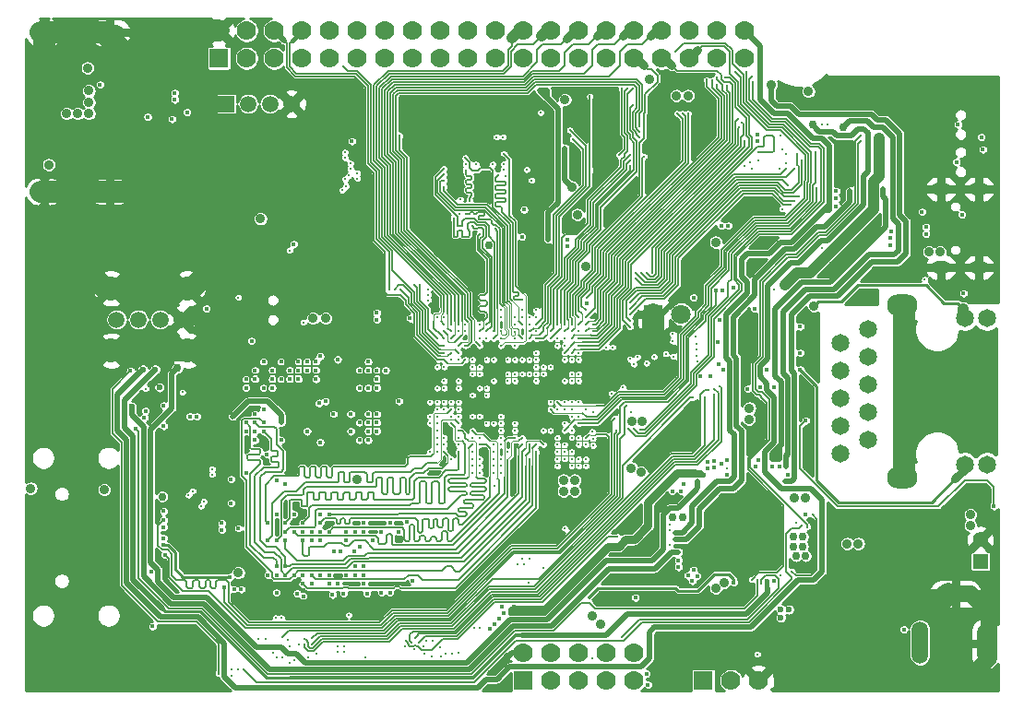
<source format=gbr>
%TF.GenerationSoftware,KiCad,Pcbnew,5.1.4-e60b266~84~ubuntu18.04.1*%
%TF.CreationDate,2025-05-23T09:22:49+03:00*%
%TF.ProjectId,A64-OlinuXino_Rev_H,4136342d-4f6c-4696-9e75-58696e6f5f52,H*%
%TF.SameCoordinates,PX5f5e100PY5f5e100*%
%TF.FileFunction,Copper,L4,Inr*%
%TF.FilePolarity,Positive*%
%FSLAX46Y46*%
G04 Gerber Fmt 4.6, Leading zero omitted, Abs format (unit mm)*
G04 Created by KiCad (PCBNEW 5.1.4-e60b266~84~ubuntu18.04.1) date 2025-05-23 09:22:49*
%MOMM*%
%LPD*%
G04 APERTURE LIST*
%TA.AperFunction,ViaPad*%
%ADD10O,1.800000X1.200000*%
%TD*%
%TA.AperFunction,ViaPad*%
%ADD11O,2.300000X1.300000*%
%TD*%
%TA.AperFunction,ViaPad*%
%ADD12O,2.700000X1.300000*%
%TD*%
%TA.AperFunction,ViaPad*%
%ADD13O,2.800000X2.000000*%
%TD*%
%TA.AperFunction,ViaPad*%
%ADD14C,1.650000*%
%TD*%
%TA.AperFunction,ViaPad*%
%ADD15C,1.778000*%
%TD*%
%TA.AperFunction,ViaPad*%
%ADD16R,1.778000X1.778000*%
%TD*%
%TA.AperFunction,ViaPad*%
%ADD17C,5.500000*%
%TD*%
%TA.AperFunction,ViaPad*%
%ADD18C,1.500000*%
%TD*%
%TA.AperFunction,ViaPad*%
%ADD19C,2.200000*%
%TD*%
%TA.AperFunction,ViaPad*%
%ADD20R,1.500000X1.500000*%
%TD*%
%TA.AperFunction,ViaPad*%
%ADD21R,1.422400X1.422400*%
%TD*%
%TA.AperFunction,ViaPad*%
%ADD22R,0.400000X0.400000*%
%TD*%
%TA.AperFunction,ViaPad*%
%ADD23R,1.400000X1.400000*%
%TD*%
%TA.AperFunction,ViaPad*%
%ADD24C,1.400000*%
%TD*%
%TA.AperFunction,ViaPad*%
%ADD25C,1.800000*%
%TD*%
%TA.AperFunction,ViaPad*%
%ADD26R,1.800000X1.800000*%
%TD*%
%TA.AperFunction,ViaPad*%
%ADD27O,3.700000X1.500000*%
%TD*%
%TA.AperFunction,ViaPad*%
%ADD28O,1.500000X3.600000*%
%TD*%
%TA.AperFunction,ViaPad*%
%ADD29O,1.500000X3.900000*%
%TD*%
%TA.AperFunction,ViaPad*%
%ADD30C,0.750000*%
%TD*%
%TA.AperFunction,ViaPad*%
%ADD31C,0.900000*%
%TD*%
%TA.AperFunction,ViaPad*%
%ADD32C,0.450000*%
%TD*%
%TA.AperFunction,ViaPad*%
%ADD33C,0.327000*%
%TD*%
%TA.AperFunction,ViaPad*%
%ADD34C,0.600000*%
%TD*%
%TA.AperFunction,ViaPad*%
%ADD35C,0.406400*%
%TD*%
%TA.AperFunction,Conductor*%
%ADD36C,1.016000*%
%TD*%
%TA.AperFunction,Conductor*%
%ADD37C,0.254000*%
%TD*%
%TA.AperFunction,Conductor*%
%ADD38C,0.106600*%
%TD*%
%TA.AperFunction,Conductor*%
%ADD39C,0.508000*%
%TD*%
%TA.AperFunction,Conductor*%
%ADD40C,0.762000*%
%TD*%
%TA.AperFunction,Conductor*%
%ADD41C,0.304800*%
%TD*%
%TA.AperFunction,Conductor*%
%ADD42C,2.032000*%
%TD*%
%TA.AperFunction,Conductor*%
%ADD43C,0.711200*%
%TD*%
%TA.AperFunction,Conductor*%
%ADD44C,1.524000*%
%TD*%
%TA.AperFunction,Conductor*%
%ADD45C,0.127000*%
%TD*%
%TA.AperFunction,Conductor*%
%ADD46C,0.406400*%
%TD*%
%TA.AperFunction,Conductor*%
%ADD47C,0.203200*%
%TD*%
G04 APERTURE END LIST*
D10*
%TO.N,GND*%
%TO.C,USB-OTG1*%
X87842000Y46450000D03*
X84372000Y46450000D03*
X84372000Y39250000D03*
X87842000Y39250000D03*
%TD*%
D11*
%TO.N,GND*%
%TO.C,HDMI1*%
X2055000Y60818000D03*
X2055000Y46218000D03*
D12*
X8105000Y46218000D03*
X8105000Y60818000D03*
%TD*%
D13*
%TO.N,Net-(C196-Pad2)*%
%TO.C,LAN1*%
X80823000Y19964000D03*
X80823000Y35764000D03*
D14*
%TO.N,/USB&HDMI\002CWiFi&BT\002CEthernet\002CLCD/PHYAD0*%
X88595000Y21133000D03*
%TO.N,/USB&HDMI\002CWiFi&BT\002CEthernet\002CLCD/VDD33*%
X86563000Y21133000D03*
%TO.N,/USB&HDMI\002CWiFi&BT\002CEthernet\002CLCD/PHYAD1*%
X88595000Y34595000D03*
%TO.N,/USB&HDMI\002CWiFi&BT\002CEthernet\002CLCD/VDD33*%
X86563000Y34595000D03*
%TO.N,/USB&HDMI\002CWiFi&BT\002CEthernet\002CLCD/MDI[3]-*%
X75133000Y22149000D03*
%TO.N,/USB&HDMI\002CWiFi&BT\002CEthernet\002CLCD/MDI[3]+*%
X77673000Y23419000D03*
%TO.N,/USB&HDMI\002CWiFi&BT\002CEthernet\002CLCD/MDI[2]-*%
X75133000Y24689000D03*
%TO.N,/USB&HDMI\002CWiFi&BT\002CEthernet\002CLCD/MDI[2]+*%
X77673000Y25959000D03*
%TO.N,Net-(C200-Pad2)*%
X75133000Y27229000D03*
%TO.N,Net-(C199-Pad2)*%
X77673000Y28499000D03*
%TO.N,/USB&HDMI\002CWiFi&BT\002CEthernet\002CLCD/MDI[1]-*%
X75133000Y29769000D03*
%TO.N,/USB&HDMI\002CWiFi&BT\002CEthernet\002CLCD/MDI[1]+*%
X77673000Y31039000D03*
%TO.N,/USB&HDMI\002CWiFi&BT\002CEthernet\002CLCD/MDI[0]-*%
X75133000Y32309000D03*
%TO.N,/USB&HDMI\002CWiFi&BT\002CEthernet\002CLCD/MDI[0]+*%
X77673000Y33579000D03*
%TD*%
D15*
%TO.N,UART3-RX*%
%TO.C,UEXT1*%
X48590000Y3861000D03*
%TO.N,UART3-TX*%
X48590000Y1321000D03*
%TO.N,GND*%
X46050000Y3861000D03*
D16*
%TO.N,+3.3V*%
X46050000Y1321000D03*
D15*
%TO.N,TWI1-SCK*%
X51130000Y1321000D03*
%TO.N,TWI1-SDA*%
X51130000Y3861000D03*
%TO.N,/Power Supply\002C Extensions and MiPi-DSI/UEXT-MOSI*%
X53670000Y3861000D03*
%TO.N,/Power Supply\002C Extensions and MiPi-DSI/UEXT-MISO*%
X53670000Y1321000D03*
%TO.N,/Power Supply\002C Extensions and MiPi-DSI/UEXT-CLK*%
X56210000Y1321000D03*
%TO.N,/Power Supply\002C Extensions and MiPi-DSI/UEXT-CS*%
X56210000Y3861000D03*
%TD*%
D17*
%TO.N,GND*%
%TO.C,Mounting_hole2*%
X14500000Y3400000D03*
%TD*%
%TO.N,GND*%
%TO.C,Mounting_hole3*%
X13000000Y59100000D03*
%TD*%
%TO.N,GND*%
%TO.C,Mounting_hole1*%
X72800000Y3400000D03*
%TD*%
D18*
%TO.N,GND*%
%TO.C,USB1*%
X14712000Y34468000D03*
%TO.N,/USB&HDMI\002CWiFi&BT\002CEthernet\002CLCD/USB1-DP*%
X12712000Y34468000D03*
%TO.N,/USB&HDMI\002CWiFi&BT\002CEthernet\002CLCD/USB1-DM*%
X10712000Y34468000D03*
%TO.N,Net-(C74-Pad1)*%
X8712000Y34468000D03*
D19*
%TO.N,GND*%
X8212000Y31618000D03*
X8212000Y37318000D03*
X15212000Y31618000D03*
X15212000Y37318000D03*
%TD*%
D18*
%TO.N,GND*%
%TO.C,HSIC1*%
X24793000Y54280000D03*
%TO.N,Net-(HSIC1-Pad3)*%
X22793000Y54280000D03*
%TO.N,Net-(HSIC1-Pad2)*%
X20793000Y54280000D03*
D20*
%TO.N,Net-(HSIC1-Pad1)*%
X18793000Y54280000D03*
%TD*%
D21*
%TO.N,GND*%
%TO.C,U15*%
X66624000Y32690000D03*
%TD*%
%TO.N,GND*%
%TO.C,U14*%
X65862000Y15354500D03*
D22*
X68062000Y16154500D03*
X67362000Y16154500D03*
X66662000Y16154500D03*
X66662000Y16854500D03*
X66662000Y17554500D03*
X65062000Y17554500D03*
X65062000Y16854500D03*
X65062000Y16154500D03*
X64362000Y16154500D03*
X63662000Y16154500D03*
X63662000Y14554500D03*
X64362000Y14554500D03*
X65062000Y14554500D03*
X65062000Y13854500D03*
X65062000Y13154500D03*
X66662000Y13154500D03*
X66662000Y13854500D03*
X66662000Y14554500D03*
X67362000Y14554500D03*
X68062000Y14554500D03*
%TD*%
D15*
%TO.N,PC4*%
%TO.C,GPIO1*%
X40970000Y61011000D03*
%TO.N,/Power Supply\002C Extensions and MiPi-DSI/PE7*%
X40970000Y58471000D03*
%TO.N,/Power Supply\002C Extensions and MiPi-DSI/PB4*%
X38430000Y61011000D03*
%TO.N,/Power Supply\002C Extensions and MiPi-DSI/PE6*%
X38430000Y58471000D03*
%TO.N,/Power Supply\002C Extensions and MiPi-DSI/PB3*%
X35890000Y61011000D03*
%TO.N,/Power Supply\002C Extensions and MiPi-DSI/PE5*%
X35890000Y58471000D03*
%TO.N,/Power Supply\002C Extensions and MiPi-DSI/PB2*%
X33350000Y61011000D03*
%TO.N,/Power Supply\002C Extensions and MiPi-DSI/PE4*%
X33350000Y58471000D03*
%TO.N,/Power Supply\002C Extensions and MiPi-DSI/PB1*%
X30810000Y61011000D03*
%TO.N,/Power Supply\002C Extensions and MiPi-DSI/PE3*%
X30810000Y58471000D03*
%TO.N,AP-RESET#*%
X20650000Y61011000D03*
%TO.N,+3.3V*%
X20650000Y58471000D03*
%TO.N,GND*%
X18110000Y61011000D03*
D16*
%TO.N,+5V*%
X18110000Y58471000D03*
D15*
%TO.N,/Power Supply\002C Extensions and MiPi-DSI/PE0*%
X23190000Y58471000D03*
%TO.N,UBOOT*%
X23190000Y61011000D03*
%TO.N,KEYADC*%
X25730000Y61011000D03*
%TO.N,/Power Supply\002C Extensions and MiPi-DSI/PE1*%
X25730000Y58471000D03*
%TO.N,/Power Supply\002C Extensions and MiPi-DSI/PE2*%
X28270000Y58471000D03*
%TO.N,/Power Supply\002C Extensions and MiPi-DSI/PB0*%
X28270000Y61011000D03*
%TO.N,PL10*%
X53670000Y61011000D03*
%TO.N,/Power Supply\002C Extensions and MiPi-DSI/PE12*%
X53670000Y58471000D03*
%TO.N,/Power Supply\002C Extensions and MiPi-DSI/PE11*%
X51130000Y58471000D03*
%TO.N,PL9*%
X51130000Y61011000D03*
%TO.N,PL8*%
X48590000Y61011000D03*
%TO.N,/Power Supply\002C Extensions and MiPi-DSI/PE10*%
X48590000Y58471000D03*
%TO.N,/Power Supply\002C Extensions and MiPi-DSI/PE8*%
X43510000Y58471000D03*
%TO.N,PC7*%
X43510000Y61011000D03*
%TO.N,/Power Supply\002C Extensions and MiPi-DSI/PE9*%
X46050000Y58471000D03*
%TO.N,PL7*%
X46050000Y61011000D03*
%TO.N,/Power Supply\002C Extensions and MiPi-DSI/PE13*%
X56210000Y58471000D03*
%TO.N,PL11*%
X56210000Y61011000D03*
%TO.N,/Power Supply\002C Extensions and MiPi-DSI/PE14*%
X58750000Y58471000D03*
%TO.N,PL12*%
X58750000Y61011000D03*
%TO.N,/Power Supply\002C Extensions and MiPi-DSI/PE15*%
X61290000Y58471000D03*
%TO.N,/Power Supply\002C Extensions and MiPi-DSI/1.8V_DVDD-CSI*%
X61290000Y61011000D03*
%TO.N,/Power Supply\002C Extensions and MiPi-DSI/PE16\005CPOWERON*%
X63830000Y58471000D03*
%TO.N,/Power Supply\002C Extensions and MiPi-DSI/2.8V_AVDD-CSI*%
X63830000Y61011000D03*
%TO.N,/Power Supply\002C Extensions and MiPi-DSI/PE17\005CGPIO_LED*%
X66370000Y58471000D03*
%TO.N,VCC-PE*%
X66370000Y61011000D03*
%TD*%
%TO.N,GND*%
%TO.C,DBG_UART1*%
X67640000Y1321000D03*
%TO.N,Net-(D4-Pad1)*%
X65100000Y1321000D03*
D16*
%TO.N,Net-(DBG_UART1-Pad1)*%
X62560000Y1321000D03*
%TD*%
D23*
%TO.N,VBAT*%
%TO.C,LIPO_BAT1*%
X87982860Y12250620D03*
D24*
%TO.N,GND*%
X87980320Y14262300D03*
%TD*%
D25*
%TO.N,Net-(C211-Pad2)*%
%TO.C,PHYRST1*%
X60528000Y34976000D03*
D26*
%TO.N,GND*%
X57988000Y34976000D03*
%TD*%
D27*
%TO.N,GND*%
%TO.C,PWR1*%
X85695000Y9276000D03*
D28*
X88441000Y4676000D03*
D29*
%TO.N,+5V_EXT*%
X82441000Y4826000D03*
%TD*%
D30*
%TO.N,+5V_EXT*%
X71704000Y14529000D03*
X70815000Y14529000D03*
D31*
%TO.N,+5V*%
X53162000Y6528000D03*
X52399998Y7290000D03*
X4140000Y53391000D03*
X6172000Y54407000D03*
X6172000Y55486500D03*
D32*
X43383000Y6528000D03*
X42938492Y6083500D03*
D31*
X21911591Y43730591D03*
X5156000Y53391000D03*
X6172000Y53391000D03*
X78689000Y51105000D03*
X57607000Y56566000D03*
X70058510Y37643000D03*
D33*
%TO.N,GND*%
X58932011Y32293239D03*
X42240000Y51200000D03*
X41732000Y51200000D03*
X42748000Y53518000D03*
D32*
X43002000Y2083000D03*
X43002000Y686000D03*
X43637000Y686000D03*
X66878000Y39357500D03*
D33*
X43973490Y34025469D03*
X42250000Y49962000D03*
X38747500Y49136500D03*
D34*
X47900000Y51359000D03*
D31*
X53797000Y43993000D03*
D33*
X42240000Y47750000D03*
X42748000Y47750000D03*
D32*
X61163000Y37452500D03*
X61226500Y38087500D03*
D31*
X63576000Y40401590D03*
D32*
X67766994Y41834000D03*
X53568442Y49809558D03*
D31*
X10744000Y5512000D03*
D30*
X12915212Y12128212D03*
D32*
X59385000Y686000D03*
D31*
X39336162Y9102101D03*
X37922000Y8992263D03*
D32*
X26689621Y9368305D03*
X32334000Y9322006D03*
X36510500Y9400000D03*
X35841000Y9400000D03*
X34490259Y9509741D03*
X31000500Y9322006D03*
X30175006Y9322000D03*
X71831000Y27229008D03*
X21885000Y32563000D03*
X23444000Y32563000D03*
X25349000Y32563000D03*
X27254000Y32563000D03*
D33*
X48525000Y24925000D03*
D35*
X42675000Y26225000D03*
D32*
X32200000Y15000000D03*
X34600000Y14200000D03*
X30600000Y10200000D03*
X34600000Y15800000D03*
X33000000Y10200000D03*
X33000000Y15800000D03*
D33*
X45275000Y22975000D03*
X45275000Y22325000D03*
X43975000Y22325000D03*
X44625000Y22975000D03*
X42025000Y22325000D03*
X38775000Y21675000D03*
X37475000Y20375000D03*
X42025000Y24275000D03*
D32*
X28200000Y15800000D03*
X22600000Y9400000D03*
X23400000Y15800000D03*
X24200000Y16600000D03*
X33400000Y24200000D03*
X30200000Y25000000D03*
X29000000Y23200000D03*
X28600000Y25000000D03*
X29800000Y30800000D03*
X29400000Y29800000D03*
X25222000Y21387000D03*
X22428000Y21387000D03*
X26200000Y25000000D03*
X21400000Y30600000D03*
X24600000Y30600000D03*
X28200000Y30800000D03*
D33*
X42025000Y26225000D03*
X42025000Y28825000D03*
X43325000Y29475000D03*
X42675000Y28825000D03*
D32*
X78689000Y43231000D03*
D31*
X81737000Y50343000D03*
D32*
X84404000Y56566000D03*
X85674000Y56566000D03*
X73990000Y56566000D03*
D33*
X49175000Y28825000D03*
D31*
X71831000Y11735000D03*
X57226000Y10592000D03*
X56210000Y10592000D03*
D33*
X47875000Y21675000D03*
X47225000Y23625000D03*
X48525000Y22975000D03*
X47225000Y24275000D03*
D31*
X48971000Y16180000D03*
X76784000Y7798000D03*
D32*
X80340000Y11100000D03*
X79641500Y11100000D03*
X75387000Y11417500D03*
X75196500Y10719000D03*
D31*
X87452000Y17831000D03*
X87452000Y18974000D03*
X55829000Y15291000D03*
X72085000Y24181000D03*
X55829000Y13259000D03*
D32*
X71831000Y26467000D03*
D31*
X89103000Y53899000D03*
X87325000Y53899000D03*
X81610000Y45009000D03*
X69672000Y55423000D03*
X82753000Y50343000D03*
D33*
X45275000Y30125000D03*
X44625000Y30125000D03*
X45925000Y30125000D03*
X46575000Y30125000D03*
X45925000Y28175000D03*
X46575000Y28825000D03*
X45925000Y28825000D03*
X45275000Y28175000D03*
X44625000Y28175000D03*
X43975000Y28175000D03*
X43325000Y28175000D03*
X43975000Y28825000D03*
X46575000Y28175000D03*
X47225000Y28175000D03*
X47875000Y28175000D03*
X48525000Y27525000D03*
D35*
X47225000Y26875000D03*
X47875000Y26875000D03*
X43975000Y27525000D03*
D33*
X43325000Y27525000D03*
D35*
X44625000Y27525000D03*
X45275000Y27525000D03*
X45925000Y27525000D03*
X46575000Y27525000D03*
X47225000Y27525000D03*
X47875000Y27525000D03*
D33*
X48525000Y25575000D03*
X49175000Y25575000D03*
D35*
X47875000Y26225000D03*
X43325000Y26875000D03*
X42675000Y26875000D03*
X43975000Y26875000D03*
X44625000Y26875000D03*
X45275000Y26875000D03*
X45925000Y26875000D03*
X46575000Y26875000D03*
X47225000Y26225000D03*
X46575000Y26225000D03*
X45925000Y26225000D03*
X45275000Y26225000D03*
X44625000Y26225000D03*
X43975000Y26225000D03*
X43325000Y26225000D03*
X47875000Y25575000D03*
X47225000Y25575000D03*
X46575000Y25575000D03*
X46575000Y24925000D03*
X47225000Y24925000D03*
D33*
X43325000Y25575000D03*
X45275000Y25575000D03*
D32*
X30600000Y15800000D03*
X32200000Y15800000D03*
X19200000Y16900000D03*
D31*
X2108000Y23673000D03*
D32*
X13792000Y51105000D03*
X13792000Y48184000D03*
X13792000Y54026000D03*
X11506000Y54026000D03*
X11506000Y51105000D03*
X11506000Y48184000D03*
X7188000Y53772000D03*
X7188000Y50724000D03*
X7188000Y56693000D03*
D33*
X45925000Y25575000D03*
X52425000Y34675000D03*
X39425000Y24275000D03*
X38775000Y24925000D03*
X40725000Y32725000D03*
D31*
X84658000Y44882000D03*
X83642000Y44882000D03*
X23571000Y41072000D03*
X7569000Y19990000D03*
X2362000Y4496000D03*
X2362000Y5639000D03*
X1092000Y23673000D03*
X48971000Y15164000D03*
D32*
X44272000Y686000D03*
D31*
X74503225Y39415775D03*
X67132000Y45263000D03*
D32*
X85039000Y56185000D03*
X85039000Y54407000D03*
X86436000Y54407000D03*
X79959000Y54026000D03*
X84023000Y53645000D03*
X31000000Y24200000D03*
X28200000Y23200000D03*
X31000000Y30600000D03*
X23800000Y24200000D03*
X22200000Y23400000D03*
D31*
X29794000Y32817000D03*
X7188000Y8814000D03*
X13538000Y44120000D03*
X14681000Y44120000D03*
D32*
X72085000Y33833000D03*
X26365000Y48946000D03*
X24714000Y50597000D03*
D31*
X61290000Y23165000D03*
D33*
X45925000Y33375000D03*
D32*
X32600000Y30600000D03*
D33*
X38125000Y35325000D03*
D32*
X31800000Y29000000D03*
X25222000Y34341000D03*
X32600000Y23400000D03*
X22809000Y51486000D03*
D31*
X18364000Y51740000D03*
X20142000Y51740000D03*
X21793000Y51740000D03*
D32*
X23825000Y51486000D03*
D31*
X22555000Y41072000D03*
D32*
X54813000Y51105000D03*
X78689000Y43866000D03*
D31*
X76911000Y36500000D03*
X77927000Y36500000D03*
D32*
X84912000Y37516000D03*
D31*
X29857500Y55423000D03*
X30810000Y55423000D03*
X28905000Y53137000D03*
X29857500Y53137000D03*
X27952500Y53137000D03*
D32*
X838000Y16815000D03*
D31*
X63322000Y53258490D03*
X62306000Y53258490D03*
D32*
X75387000Y50343000D03*
X74752000Y50343000D03*
D35*
X47875000Y24925000D03*
D31*
X1092000Y55677000D03*
X1092000Y53899000D03*
X1092000Y51994000D03*
X1092000Y50216000D03*
X1092000Y48438000D03*
X6807000Y48057000D03*
X6807000Y49962000D03*
X1092000Y58979000D03*
X1092000Y57328000D03*
D32*
X59385000Y1321000D03*
X24200000Y9400000D03*
X25800000Y16600000D03*
X29000000Y11000000D03*
X32200000Y10200000D03*
X20600000Y23400000D03*
X23000000Y30600000D03*
X26200000Y29000000D03*
X32080000Y35738000D03*
X18364000Y16434000D03*
X16459000Y22403000D03*
X16459000Y23038000D03*
D31*
X7188000Y10338000D03*
X1092000Y940000D03*
X2235000Y2083000D03*
X1092000Y3226000D03*
X1092000Y5639000D03*
D32*
X79451000Y9322000D03*
D31*
X47447000Y41707000D03*
D32*
X43637000Y2464000D03*
D31*
X27571500Y41072000D03*
X28524000Y40056000D03*
X27571500Y40056000D03*
D33*
X41668500Y47750000D03*
X42250000Y48750000D03*
X42748000Y50343000D03*
X42750000Y51200000D03*
X42750000Y49750000D03*
X47200000Y46750000D03*
X47900000Y47750000D03*
X47900000Y48750000D03*
D32*
X79430320Y54454192D03*
X75387000Y56566000D03*
X74625000Y56566000D03*
X86690000Y56566000D03*
X87706000Y56566000D03*
X89357000Y56566000D03*
X88658500Y56566000D03*
X89357000Y55931000D03*
X89357000Y55296000D03*
X89357000Y54661000D03*
X86182000Y56185000D03*
X87198000Y56185000D03*
X88188600Y56185000D03*
D31*
X83007000Y52629000D03*
D32*
X82753000Y56566000D03*
X76022000Y56566000D03*
X80594000Y54026000D03*
X83514992Y54407008D03*
X82753000Y54026000D03*
X85674000Y55550000D03*
X86690000Y55550000D03*
X87706000Y55550000D03*
X88595000Y55550000D03*
X80721000Y54915000D03*
X7569000Y49200000D03*
D30*
X46558000Y41707000D03*
D32*
X61290000Y3886400D03*
X61290000Y3276800D03*
D31*
%TO.N,+1.5V*%
X66795562Y26340000D03*
D32*
X25285509Y9321997D03*
X31698994Y9322000D03*
X29540000Y9322000D03*
X31800000Y23400000D03*
X30600000Y11000000D03*
X33000000Y9400000D03*
X33800000Y9400000D03*
X35354607Y15851227D03*
X33000000Y15000000D03*
X29800000Y15000000D03*
X35900000Y10500000D03*
X23400000Y9400000D03*
X27400000Y15000000D03*
X23400000Y16600000D03*
X25000000Y16600000D03*
X31000000Y23400000D03*
X32600000Y24200000D03*
X30200000Y24200000D03*
X27400000Y23200000D03*
X28600000Y25800000D03*
X31800000Y30600000D03*
X31000000Y29800000D03*
X32600000Y29800000D03*
X33400000Y29800000D03*
X26200000Y24200000D03*
X22200000Y30600000D03*
X23800000Y30600000D03*
X27000000Y29800000D03*
X26200000Y29800000D03*
X19200000Y17600000D03*
D33*
X42025000Y25575000D03*
X41375000Y25575000D03*
D31*
X66751000Y25324000D03*
D33*
X45275000Y24275000D03*
X45275000Y24925000D03*
X43975000Y24925000D03*
X43975000Y23625000D03*
X43975000Y24275000D03*
X43325000Y24925000D03*
X42675000Y24925000D03*
D32*
X31400000Y15800000D03*
X33800000Y15800000D03*
X34600000Y15000000D03*
D33*
X43975000Y25575000D03*
D32*
X29000000Y30800000D03*
X23800000Y23400000D03*
X21400000Y23400000D03*
X28200000Y11000000D03*
X21100000Y32500000D03*
%TO.N,/VREF0_DDR3*%
X27400000Y31100000D03*
X26600000Y10200000D03*
X23800000Y25000000D03*
X19900000Y15300000D03*
X19200000Y19800000D03*
X19380000Y25578000D03*
D33*
%TO.N,/S0SVREF*%
X41375000Y23625000D03*
D31*
X30800000Y19800000D03*
D33*
%TO.N,Net-(C37-Pad2)*%
X40250000Y45500000D03*
D32*
%TO.N,GNDA*%
X32588000Y34468000D03*
X32588000Y35103000D03*
D33*
X37475000Y26875000D03*
D34*
X12649000Y28245000D03*
D30*
X12903000Y18212000D03*
D32*
X18364000Y15164000D03*
D33*
%TO.N,/NAND Flash \002C eMMC\002C T-Card and Audio/MBIAS*%
X40075000Y28825000D03*
D32*
X13030000Y14402000D03*
%TO.N,+3.0VA*%
X60274000Y13132000D03*
D33*
X41375000Y29475000D03*
X45925000Y30775000D03*
D32*
X59639000Y13132000D03*
D31*
X27889000Y34595000D03*
D34*
X10109000Y26467000D03*
D33*
%TO.N,Net-(C51-Pad1)*%
X38775000Y26875000D03*
%TO.N,/NAND Flash \002C eMMC\002C T-Card and Audio/MICIN1P*%
X16712992Y17767500D03*
X38125000Y30125000D03*
D32*
%TO.N,Net-(C54-Pad2)*%
X35636000Y34595000D03*
D33*
X42025000Y28175000D03*
X41375000Y27525000D03*
%TO.N,Net-(C55-Pad1)*%
X38125000Y28175000D03*
D32*
%TO.N,Net-(C57-Pad2)*%
X13030000Y13767000D03*
X19126000Y10846000D03*
D33*
%TO.N,Net-(C59-Pad1)*%
X38125000Y26875000D03*
%TO.N,/NAND Flash \002C eMMC\002C T-Card and Audio/MICIN1N*%
X38775000Y30125000D03*
X16459000Y17323000D03*
%TO.N,Net-(C61-Pad1)*%
X40075000Y26875000D03*
%TO.N,Net-(C61-Pad2)*%
X40075000Y26225000D03*
D31*
%TO.N,+5V_USBOTG*%
X83261000Y40691000D03*
D30*
X71958000Y12751000D03*
X71069000Y12751000D03*
D31*
X84277000Y40691000D03*
D33*
%TO.N,Net-(C68-Pad2)*%
X82880000Y38151000D03*
%TO.N,/USB&HDMI\002CWiFi&BT\002CEthernet\002CLCD/USB0-VBUSDET*%
X56743424Y24379675D03*
X72974000Y46533000D03*
D32*
X79705000Y41326000D03*
%TO.N,+3.3VD*%
X62052000Y18986226D03*
D33*
X45275000Y30775000D03*
D32*
X62052000Y19609000D03*
D30*
X14300000Y30023000D03*
D31*
X2489000Y48692000D03*
D32*
%TO.N,+3.3VWiFiIO*%
X64768310Y21577500D03*
X64211000Y21196500D03*
D33*
X47225000Y31425000D03*
D32*
X50114000Y41834000D03*
X50114000Y41199000D03*
X64846000Y43104000D03*
X64211000Y43104000D03*
X74752000Y46279000D03*
%TO.N,VCC-PL*%
X60020000Y14275000D03*
X76022000Y45517000D03*
X60655000Y14275000D03*
D33*
X42675000Y30775000D03*
D32*
X76022000Y46279000D03*
%TO.N,1.1V_CPUS*%
X68910000Y21641000D03*
X79070000Y46469500D03*
D33*
X42025000Y30125000D03*
D32*
X69545000Y21641000D03*
X79070000Y45771000D03*
X46113500Y44564500D03*
D31*
%TO.N,1.1V_CPUX*%
X50749000Y18720000D03*
D33*
X49175000Y21025000D03*
X49175000Y21675000D03*
X49825000Y21675000D03*
X50475000Y21675000D03*
X51125000Y21675000D03*
X51125000Y21025000D03*
X50475000Y21025000D03*
X51775000Y21675000D03*
X51775000Y21025000D03*
X49175000Y22325000D03*
X49825000Y22325000D03*
X50475000Y22325000D03*
X49175000Y23625000D03*
X48525000Y24275000D03*
X49825000Y22975000D03*
X49175000Y22975000D03*
D31*
X49733000Y19736000D03*
X49733000Y18720000D03*
X50749000Y19730480D03*
D32*
%TO.N,Net-(C125-Pad2)*%
X60782000Y19355000D03*
%TO.N,IPS*%
X59702500Y18719988D03*
X68910000Y21006000D03*
X67646119Y21585620D03*
X44082889Y8116889D03*
D31*
X70942000Y18085000D03*
X71958000Y18085000D03*
D30*
X70815000Y13640000D03*
X71704000Y13640000D03*
D31*
X64465000Y10338000D03*
D32*
X60274000Y12370000D03*
X60274000Y11735000D03*
D30*
X60655000Y16307000D03*
X59766000Y16307000D03*
D32*
X62941000Y21412400D03*
X62941000Y20777400D03*
X67386000Y21006000D03*
X69545000Y21006000D03*
D31*
X87071000Y16561000D03*
X87071000Y15545000D03*
D32*
X60528000Y18720000D03*
D31*
X63703000Y9830000D03*
D33*
X64719000Y20815500D03*
D32*
X64719000Y20244000D03*
D31*
%TO.N,Net-(C135-Pad1)*%
X76784000Y13894000D03*
X75768000Y13894000D03*
D32*
%TO.N,VBAT*%
X71958000Y16561000D03*
D34*
%TO.N,Net-(C143-Pad2)*%
X70434000Y7838006D03*
X69672000Y7838006D03*
X69672000Y7099500D03*
D32*
%TO.N,Net-(C149-Pad1)*%
X61988500Y10909500D03*
X61544000Y10465000D03*
%TO.N,3.0V_RTC*%
X68465498Y9766498D03*
D33*
X41375000Y30775000D03*
D32*
X68402000Y10465000D03*
X16967000Y35484000D03*
D34*
X12268000Y29896000D03*
D31*
%TO.N,1.1V_SYS*%
X56004016Y25121410D03*
X56915685Y25128015D03*
D33*
X42675000Y28175000D03*
X43325000Y28825000D03*
X42675000Y27525000D03*
X45275000Y29475000D03*
X44625000Y29475000D03*
X45925000Y29475000D03*
X46575000Y29475000D03*
X47225000Y29475000D03*
X47225000Y30125000D03*
X47225000Y28825000D03*
X45275000Y28825000D03*
X44625000Y28825000D03*
%TO.N,AP-RESET#*%
X67005000Y10592000D03*
X67894000Y27356000D03*
X40075000Y31425000D03*
X29540000Y57709000D03*
D32*
X85928000Y52375000D03*
D33*
X77038000Y51359000D03*
D32*
%TO.N,/Power Supply\002C Extensions and MiPi-DSI/3.3V_MIPI*%
X44843500Y7544002D03*
X61988500Y20244000D03*
X62623500Y20244000D03*
X45161000Y8128200D03*
%TO.N,/Power Supply\002C Extensions and MiPi-DSI/2.8V_AVDD-CSI*%
X74752000Y44882000D03*
X74752000Y45580500D03*
X63576000Y21514000D03*
X63576000Y20879000D03*
%TO.N,VCC-PE*%
X74117000Y45136000D03*
X60655000Y14910000D03*
X60020000Y14910000D03*
X74117000Y44501000D03*
D31*
X51759490Y39357500D03*
%TO.N,/Power Supply\002C Extensions and MiPi-DSI/1.8V_DVDD-CSI*%
X68783000Y56058000D03*
D32*
X70688000Y19609000D03*
X70053000Y19609000D03*
%TO.N,Net-(C174-Pad2)*%
X70307000Y20244000D03*
D33*
%TO.N,Net-(C177-Pad2)*%
X72085000Y15418000D03*
D32*
X85801000Y48946000D03*
D33*
X77038000Y50851000D03*
D32*
%TO.N,1.2V_HSIC*%
X70180000Y21641000D03*
X70180000Y21006000D03*
D33*
X43325000Y30775000D03*
D30*
X75387000Y52121000D03*
D32*
X47574000Y55486500D03*
X48208996Y55486500D03*
X48336000Y42469000D03*
X48336000Y41834000D03*
%TO.N,Net-(C181-Pad2)*%
X69037000Y10465000D03*
D33*
%TO.N,Net-(C183-Pad1)*%
X38127943Y32727943D03*
X36525000Y37643000D03*
%TO.N,Net-(C184-Pad1)*%
X38775000Y32075000D03*
X36017000Y37643000D03*
%TO.N,Net-(C188-Pad2)*%
X46575000Y30775000D03*
D32*
X45923000Y42088000D03*
D33*
%TO.N,Net-(C192-Pad2)*%
X41375000Y30125000D03*
%TO.N,KEYADC*%
X33731000Y37262000D03*
%TO.N,Net-(D4-Pad2)*%
X67513000Y3734000D03*
X50475000Y24275000D03*
D32*
X57353000Y1956000D03*
D33*
%TO.N,Net-(DBG_UART1-Pad1)*%
X48525000Y26875000D03*
D32*
%TO.N,Net-(FET1-Pad3)*%
X7188000Y56058000D03*
D33*
%TO.N,/USB&HDMI\002CWiFi&BT\002CEthernet\002CLCD/HCEC*%
X40725000Y33375000D03*
D32*
X11569500Y53073500D03*
X13792000Y52883000D03*
D33*
%TO.N,/Power Supply\002C Extensions and MiPi-DSI/PE16*%
X51775000Y34025000D03*
X63830000Y56058000D03*
%TO.N,/Power Supply\002C Extensions and MiPi-DSI/PE15*%
X57861000Y38786000D03*
%TO.N,PL12*%
X40075000Y34025000D03*
%TO.N,/Power Supply\002C Extensions and MiPi-DSI/PE14*%
X52425000Y33375000D03*
%TO.N,PL11*%
X39425000Y32725000D03*
%TO.N,/Power Supply\002C Extensions and MiPi-DSI/PE13*%
X50475000Y34025000D03*
%TO.N,PL10*%
X39425000Y34025000D03*
%TO.N,/Power Supply\002C Extensions and MiPi-DSI/PE12*%
X51775000Y33375000D03*
X64719000Y55931000D03*
%TO.N,PL9*%
X39425000Y33375000D03*
%TO.N,/Power Supply\002C Extensions and MiPi-DSI/PE11*%
X49825000Y34025000D03*
X56083000Y55677000D03*
%TO.N,PL8*%
X38775000Y34025000D03*
%TO.N,/Power Supply\002C Extensions and MiPi-DSI/PE10*%
X63385500Y56439000D03*
X51775000Y34675000D03*
%TO.N,PL7*%
X38775000Y32725000D03*
%TO.N,/Power Supply\002C Extensions and MiPi-DSI/PE9*%
X64592000Y56693000D03*
X50475000Y31425000D03*
%TO.N,PC7*%
X55575000Y55677000D03*
X47225000Y32725000D03*
%TO.N,/Power Supply\002C Extensions and MiPi-DSI/PE8*%
X52425000Y34025000D03*
X63830000Y56693000D03*
%TO.N,/Power Supply\002C Extensions and MiPi-DSI/PE0*%
X51125000Y32075000D03*
X66370000Y50851000D03*
%TO.N,UBOOT*%
X34747000Y36754000D03*
X19888000Y36500000D03*
X40725000Y30775000D03*
%TO.N,/Power Supply\002C Extensions and MiPi-DSI/PE1*%
X51775000Y35325000D03*
X61163000Y53391000D03*
%TO.N,/Power Supply\002C Extensions and MiPi-DSI/PE2*%
X51125000Y34675000D03*
X60147000Y53391000D03*
%TO.N,/Power Supply\002C Extensions and MiPi-DSI/PB0*%
X48525000Y26225000D03*
X60020000Y59106000D03*
%TO.N,/Power Supply\002C Extensions and MiPi-DSI/PE3*%
X51125000Y34025000D03*
X60655000Y53391000D03*
%TO.N,/Power Supply\002C Extensions and MiPi-DSI/PB1*%
X55702000Y24435000D03*
X67132000Y56312000D03*
%TO.N,/Power Supply\002C Extensions and MiPi-DSI/PE4*%
X65862000Y52121000D03*
X51125000Y32725000D03*
%TO.N,/Power Supply\002C Extensions and MiPi-DSI/PB2*%
X49175000Y26875000D03*
X65481000Y57201000D03*
%TO.N,/Power Supply\002C Extensions and MiPi-DSI/PE5*%
X66116000Y52565500D03*
X49825000Y31425000D03*
%TO.N,/Power Supply\002C Extensions and MiPi-DSI/PB3*%
X56211018Y24431608D03*
X67005000Y56820000D03*
%TO.N,/Power Supply\002C Extensions and MiPi-DSI/PE6*%
X49825000Y33375000D03*
X56083000Y54153000D03*
%TO.N,/Power Supply\002C Extensions and MiPi-DSI/PB4*%
X49825000Y24275000D03*
X66497000Y57201000D03*
%TO.N,/Power Supply\002C Extensions and MiPi-DSI/PE7*%
X65728094Y52899190D03*
X50475000Y32725000D03*
%TO.N,PC4*%
X47225000Y33375000D03*
X54813000Y49581000D03*
X55067000Y55677000D03*
%TO.N,/USB&HDMI\002CWiFi&BT\002CEthernet\002CLCD/HSCL*%
X42025000Y34025000D03*
D32*
X15189000Y53518000D03*
D33*
%TO.N,/USB&HDMI\002CWiFi&BT\002CEthernet\002CLCD/HSDA*%
X40075000Y33375000D03*
D32*
X14046000Y54661000D03*
D33*
%TO.N,/NAND Flash \002C eMMC\002C T-Card and Audio/HPOUTR*%
X38775000Y28175000D03*
D32*
X15443000Y25578000D03*
D33*
%TO.N,/NAND Flash \002C eMMC\002C T-Card and Audio/HPOUTFB*%
X38775000Y26225000D03*
X25857000Y34214000D03*
X11379000Y28118000D03*
%TO.N,/NAND Flash \002C eMMC\002C T-Card and Audio/HPOUTL*%
X38775000Y28825000D03*
D32*
X16078000Y25578000D03*
D33*
%TO.N,TWI0-SDA*%
X23046810Y3861000D03*
X27063500Y3750190D03*
X50475000Y26225000D03*
%TO.N,TWI0-SCK*%
X23380500Y3416500D03*
X26301500Y3480000D03*
X49825000Y26875000D03*
%TO.N,PH11*%
X46621498Y12497000D03*
X42082629Y6115250D03*
X51125000Y22975000D03*
%TO.N,PH10*%
X46502839Y10321810D03*
X25410454Y4639190D03*
X50475000Y25575000D03*
%TO.N,/USB&HDMI\002CWiFi&BT\002CEthernet\002CLCD/LCD_D7*%
X56517484Y31019375D03*
X41526348Y6159257D03*
%TO.N,/USB&HDMI\002CWiFi&BT\002CEthernet\002CLCD/LCD_D6*%
X38938000Y3797500D03*
X49175000Y32075000D03*
%TO.N,/USB&HDMI\002CWiFi&BT\002CEthernet\002CLCD/LCD_D5*%
X31508500Y3480000D03*
X51125000Y29475000D03*
%TO.N,/USB&HDMI\002CWiFi&BT\002CEthernet\002CLCD/LCD_D4*%
X38475893Y3542160D03*
X49825000Y32725000D03*
%TO.N,/USB&HDMI\002CWiFi&BT\002CEthernet\002CLCD/LCD_D3*%
X38430000Y4385190D03*
X51125000Y31425000D03*
%TO.N,/USB&HDMI\002CWiFi&BT\002CEthernet\002CLCD/LCD_D2*%
X37664084Y3524624D03*
X51125000Y33375000D03*
%TO.N,/USB&HDMI\002CWiFi&BT\002CEthernet\002CLCD/LCD_D20*%
X55828998Y30848500D03*
X37160000Y4940500D03*
%TO.N,/USB&HDMI\002CWiFi&BT\002CEthernet\002CLCD/LCD_D10*%
X35242014Y5002343D03*
X54686000Y14529000D03*
X50475000Y26875000D03*
%TO.N,/USB&HDMI\002CWiFi&BT\002CEthernet\002CLCD/LCD_D11*%
X35182253Y4432321D03*
X51125000Y30775000D03*
%TO.N,/NAND Flash \002C eMMC\002C T-Card and Audio/SDC0-D2*%
X52420972Y25955305D03*
D32*
X13030006Y16878500D03*
D33*
%TO.N,/NAND Flash \002C eMMC\002C T-Card and Audio/SDC0-D3*%
X51775000Y23625000D03*
D32*
X13030000Y16053000D03*
%TO.N,/NAND Flash \002C eMMC\002C T-Card and Audio/SDC0-CMD*%
X13030000Y15418000D03*
D33*
X49175000Y26225000D03*
%TO.N,Net-(MICRO_SD1-Pad5)*%
X54552373Y24301369D03*
D32*
X13157000Y12878000D03*
%TO.N,/NAND Flash \002C eMMC\002C T-Card and Audio/SDC0-D0*%
X20142000Y9703000D03*
D33*
X49825000Y28825000D03*
%TO.N,/NAND Flash \002C eMMC\002C T-Card and Audio/SDC0-D1*%
X51761058Y26232161D03*
D32*
X19497313Y9712899D03*
D33*
%TO.N,/NAND Flash \002C eMMC\002C T-Card and Audio/SDC0-DET#*%
X54432000Y25387500D03*
D32*
X18560803Y9899812D03*
D33*
%TO.N,/Power Supply\002C Extensions and MiPi-DSI/MIPI-DSI-RST*%
X46113500Y11989000D03*
X51125000Y23625000D03*
%TO.N,/Power Supply\002C Extensions and MiPi-DSI/MIPI-DSI-BKL*%
X45542000Y12004662D03*
X49825000Y24925000D03*
%TO.N,/Power Supply\002C Extensions and MiPi-DSI/DSI-D0N*%
X24449847Y5034436D03*
X29667000Y49327000D03*
X47225000Y35325000D03*
%TO.N,/Power Supply\002C Extensions and MiPi-DSI/MIPI-DSI-EN*%
X45906348Y12464765D03*
X50475000Y23625000D03*
%TO.N,/Power Supply\002C Extensions and MiPi-DSI/DSI-D0P*%
X24587000Y4496000D03*
X29667000Y49835000D03*
X47225000Y34675000D03*
%TO.N,/Power Supply\002C Extensions and MiPi-DSI/DSI-CKN*%
X45917010Y34675000D03*
X23317000Y7083320D03*
X30810000Y47422000D03*
%TO.N,/Power Supply\002C Extensions and MiPi-DSI/DSI-D1N*%
X21706248Y5117946D03*
X30175000Y48311000D03*
X46575000Y34025000D03*
%TO.N,/Power Supply\002C Extensions and MiPi-DSI/DSI-CKP*%
X45917010Y35325000D03*
X23825000Y7083320D03*
X30810000Y47930000D03*
%TO.N,/Power Supply\002C Extensions and MiPi-DSI/DSI-D1P*%
X22373619Y5131000D03*
X30175000Y48819000D03*
X46575000Y34675000D03*
%TO.N,/Power Supply\002C Extensions and MiPi-DSI/DSI-D3N*%
X43973490Y34675000D03*
X29603500Y3924500D03*
X29413000Y46342500D03*
%TO.N,/Power Supply\002C Extensions and MiPi-DSI/DSI-D2N*%
X45274828Y34029490D03*
X29032000Y4496000D03*
X30019806Y7337320D03*
X29667000Y47358494D03*
%TO.N,/Power Supply\002C Extensions and MiPi-DSI/DSI-D3P*%
X43973490Y35325000D03*
X29587310Y4496000D03*
X29794000Y46723500D03*
%TO.N,/Power Supply\002C Extensions and MiPi-DSI/DSI-D2P*%
X45270039Y34676461D03*
X29031994Y3924500D03*
X30048000Y47697156D03*
D32*
%TO.N,Net-(PWRON1-Pad1)*%
X88214000Y50089000D03*
%TO.N,/S0SRST*%
X22600000Y15800000D03*
D33*
X39425000Y26225000D03*
D32*
X20600000Y29000000D03*
D33*
%TO.N,Net-(R3-Pad2)*%
X41375000Y21025000D03*
%TO.N,Net-(R4-Pad2)*%
X41375000Y21675000D03*
D32*
%TO.N,Net-(R9-Pad1)*%
X28524000Y9195000D03*
%TO.N,Net-(R13-Pad1)*%
X25857000Y9068000D03*
D33*
%TO.N,/USB&HDMI\002CWiFi&BT\002CEthernet\002CLCD/USB0-ID*%
X72847000Y49835000D03*
X51125000Y24925000D03*
D32*
X82626000Y44374000D03*
D33*
%TO.N,USB0-DRV*%
X69672000Y10973000D03*
X69037000Y37262000D03*
%TO.N,Net-(R41-Pad2)*%
X73431200Y41021200D03*
%TO.N,USB1-DRV*%
X40208306Y44187619D03*
X24587000Y40818000D03*
%TO.N,/USB&HDMI\002CWiFi&BT\002CEthernet\002CLCD/HHPD*%
X40725000Y34025000D03*
D32*
X14046000Y55296000D03*
D33*
%TO.N,Net-(R54-Pad1)*%
X69545000Y48311000D03*
%TO.N,/USB&HDMI\002CWiFi&BT\002CEthernet\002CLCD/WL-SDIO-CLK*%
X49177690Y34025000D03*
X66877994Y48946000D03*
X55829000Y49073000D03*
%TO.N,Net-(R60-Pad1)*%
X69799000Y44628000D03*
%TO.N,AP-CK32KO*%
X67005000Y48311000D03*
X37287000Y37262000D03*
%TO.N,/USB&HDMI\002CWiFi&BT\002CEthernet\002CLCD/EPHY-RST#*%
X56192758Y30382303D03*
X50475000Y29475000D03*
%TO.N,TWI1-SCK*%
X52400000Y3353000D03*
X52427112Y22892573D03*
%TO.N,UART3-RX*%
X52353811Y24186515D03*
%TO.N,TWI1-SDA*%
X51125000Y25575000D03*
%TO.N,Net-(R83-Pad1)*%
X59512000Y13750810D03*
%TO.N,/Power Supply\002C Extensions and MiPi-DSI/DC5SET*%
X71069000Y15799000D03*
%TO.N,AP-NMI#*%
X20396000Y2337000D03*
X42025000Y32075000D03*
X71577000Y15545000D03*
X70688000Y10846000D03*
X34700000Y51350000D03*
%TO.N,Net-(R86-Pad1)*%
X59512000Y15672000D03*
D32*
X79832000Y42596000D03*
D33*
%TO.N,Net-(R87-Pad1)*%
X59511460Y15163994D03*
D32*
X79705000Y41961000D03*
D33*
%TO.N,PMU-SCK*%
X67513000Y10592000D03*
X52146000Y8433000D03*
X39425000Y31425000D03*
X34747000Y37262000D03*
D32*
X10490000Y24435000D03*
%TO.N,Net-(R89-Pad1)*%
X88087000Y51232000D03*
D33*
%TO.N,PMU-SDA*%
X18062690Y1956000D03*
X67894000Y10227196D03*
X38775000Y31425000D03*
X34239000Y37262000D03*
D32*
X9982000Y29769000D03*
D33*
X55072107Y5273575D03*
%TO.N,Net-(R96-Pad1)*%
X42025000Y29475000D03*
%TO.N,Net-(R97-Pad1)*%
X51125000Y26875000D03*
%TO.N,Net-(R98-Pad1)*%
X54152527Y27701420D03*
%TO.N,/NAND Flash \002C eMMC\002C T-Card and Audio/HP-DET*%
X39425000Y26875000D03*
X14744500Y27800500D03*
%TO.N,/USB&HDMI\002CWiFi&BT\002CEthernet\002CLCD/WL-SDIO-D3*%
X57353000Y38786000D03*
X67640000Y49835000D03*
%TO.N,/USB&HDMI\002CWiFi&BT\002CEthernet\002CLCD/WL-SDIO-D0*%
X48525000Y32725000D03*
X66370004Y48565000D03*
X55829000Y48565000D03*
%TO.N,/USB&HDMI\002CWiFi&BT\002CEthernet\002CLCD/WL-SDIO-D2*%
X50475000Y33375000D03*
X57099000Y49454000D03*
X69799000Y50089000D03*
%TO.N,/USB&HDMI\002CWiFi&BT\002CEthernet\002CLCD/WL-SDIO-D1*%
X56845000Y38786000D03*
X70180000Y48311000D03*
%TO.N,/USB&HDMI\002CWiFi&BT\002CEthernet\002CLCD/WL-SDIO-CMD*%
X67608250Y49104750D03*
X48525000Y33375000D03*
X55829000Y49581000D03*
%TO.N,/USB&HDMI\002CWiFi&BT\002CEthernet\002CLCD/BT-UART-RX*%
X55829000Y34341000D03*
X71577000Y49073000D03*
%TO.N,/USB&HDMI\002CWiFi&BT\002CEthernet\002CLCD/WL-PMU-EN*%
X70180000Y49708000D03*
X37287000Y36754000D03*
%TO.N,/USB&HDMI\002CWiFi&BT\002CEthernet\002CLCD/BT-RST-N*%
X37287000Y36246000D03*
X70180000Y48819000D03*
%TO.N,SPI0_CLK*%
X19253000Y2337000D03*
X50304500Y51867000D03*
X46575000Y33375000D03*
%TO.N,SPI0_MOSI*%
X19253000Y1765500D03*
X50558500Y51041500D03*
X47225000Y34025000D03*
%TO.N,SPI0_CS*%
X19824500Y2337000D03*
X52146000Y54978500D03*
X52146000Y48184000D03*
X46575000Y32725000D03*
%TO.N,Net-(T1-Pad3)*%
X72593000Y16561000D03*
X70688000Y11354000D03*
%TO.N,/USB&HDMI\002CWiFi&BT\002CEthernet\002CLCD/BT-UART-TX*%
X56337000Y38786000D03*
X70942000Y48311000D03*
%TO.N,/USB&HDMI\002CWiFi&BT\002CEthernet\002CLCD/BT-PCM-DOUT*%
X56337000Y38278000D03*
X70307000Y46787000D03*
%TO.N,/USB&HDMI\002CWiFi&BT\002CEthernet\002CLCD/AP-WAKE-BT*%
X73990000Y52375000D03*
X38775000Y33375000D03*
X56718000Y52248000D03*
%TO.N,/USB&HDMI\002CWiFi&BT\002CEthernet\002CLCD/BT-PCM-DIN*%
X55829000Y35484000D03*
X70947534Y45384466D03*
%TO.N,/USB&HDMI\002CWiFi&BT\002CEthernet\002CLCD/BT-PCM-SYNC*%
X55829000Y36055500D03*
X71323000Y45754810D03*
%TO.N,/USB&HDMI\002CWiFi&BT\002CEthernet\002CLCD/WL-WAKE-AP*%
X69672000Y51359000D03*
X40725000Y32075000D03*
X56718000Y51232000D03*
%TO.N,/USB&HDMI\002CWiFi&BT\002CEthernet\002CLCD/BT-WAKE-AP*%
X40075000Y32075000D03*
X56718000Y51740000D03*
X73482000Y52375000D03*
%TO.N,/S0SDQ1*%
X41375000Y20375000D03*
D32*
X30600000Y15000000D03*
%TO.N,/S0SDQ5*%
X29800000Y14200000D03*
D33*
X42025000Y20375000D03*
D32*
%TO.N,/S0SDQ3*%
X30600000Y11800000D03*
D33*
X43325000Y20375000D03*
%TO.N,/S0SDQ6*%
X43975000Y20375000D03*
D32*
X29800000Y11000000D03*
%TO.N,/S0SDQM2*%
X30200000Y25800000D03*
X34620000Y26975000D03*
D33*
%TO.N,/S0SDQ4*%
X42025000Y21025000D03*
D32*
X32200000Y14200000D03*
D33*
%TO.N,/S0SDQM0*%
X43383000Y19228000D03*
D32*
X31400000Y11800000D03*
D33*
%TO.N,/S0SDQ7*%
X43975000Y21025000D03*
D32*
X31400000Y10200000D03*
%TO.N,/S0SA8*%
X22600000Y11000000D03*
D33*
X39425000Y21675000D03*
D32*
X20600000Y24200000D03*
%TO.N,/S0SA6*%
X23400000Y11000000D03*
D33*
X41375000Y22325000D03*
D32*
X21400000Y24200000D03*
D33*
%TO.N,/S0SDQ2*%
X42025000Y21675000D03*
D32*
X31400000Y15000000D03*
%TO.N,/S0SCKE0*%
X28200000Y10200000D03*
D33*
X43325000Y22325000D03*
D32*
X23400000Y19700000D03*
D33*
%TO.N,/S0SDQ0*%
X43975000Y21675000D03*
D32*
X31400000Y11000000D03*
%TO.N,/S0SBA1*%
X25800000Y10200000D03*
D33*
X47225000Y22325000D03*
D32*
X20600000Y20400000D03*
%TO.N,/S0SDQ26*%
X31000000Y25000000D03*
D33*
X37475000Y22325000D03*
D32*
%TO.N,/S0SDQ25*%
X31800000Y24200000D03*
D33*
X38125000Y22325000D03*
%TO.N,/S0SA9*%
X38775000Y22325000D03*
D32*
X23400000Y14200000D03*
X21400000Y29000000D03*
D33*
%TO.N,/S0SA7*%
X40075000Y22325000D03*
D32*
X24200000Y15800000D03*
X21400000Y29800000D03*
D33*
%TO.N,/S0SA5*%
X41375000Y22975000D03*
D32*
X24200000Y15000000D03*
X23000000Y29000000D03*
%TO.N,/S0SA14*%
X23400000Y11800000D03*
D33*
X43325000Y22975000D03*
D32*
X20600000Y25000000D03*
D33*
%TO.N,/S0SA10*%
X44625000Y22325000D03*
D32*
X27400000Y11000000D03*
X22500000Y22100000D03*
D33*
%TO.N,/S0SA1*%
X46575000Y21675000D03*
D32*
X25000000Y11000000D03*
X22200000Y25000000D03*
D33*
%TO.N,/S0SA15*%
X47225000Y22975000D03*
D32*
X26600000Y11000000D03*
X22200000Y26200000D03*
%TO.N,/S0SA11*%
X24200000Y11800000D03*
D33*
X47875000Y22975000D03*
D32*
X21400000Y25000000D03*
D33*
%TO.N,/S0SDQ27*%
X38125000Y22975000D03*
D32*
X31800000Y25000000D03*
D33*
%TO.N,/S0SDQ24*%
X38775000Y22975000D03*
D32*
X32600000Y25000000D03*
D33*
%TO.N,/S0SODT0*%
X40075000Y22975000D03*
D32*
X27400000Y16600000D03*
X26200000Y30600000D03*
D33*
%TO.N,/S0SCS0*%
X40075000Y23625000D03*
D32*
X26600000Y15000000D03*
X25400000Y29800000D03*
D33*
%TO.N,/S0SCS1*%
X42025000Y22975000D03*
D32*
X27400000Y15800000D03*
X25400000Y30600000D03*
D33*
%TO.N,/S0SA12*%
X43975000Y22975000D03*
D32*
X25800000Y11000000D03*
X21400000Y25800000D03*
%TO.N,/S0SA2*%
X24200000Y14200000D03*
D33*
X45925000Y22975000D03*
D32*
X22200000Y28200000D03*
%TO.N,/S0SA0*%
X25800000Y14200000D03*
D33*
X45925000Y23625000D03*
D32*
X23000000Y28200000D03*
D33*
%TO.N,UART3-TX*%
X51775000Y22975000D03*
D32*
%TO.N,/S0SBA2*%
X25800000Y15000000D03*
D33*
X38775000Y23625000D03*
D32*
X23800000Y29000000D03*
%TO.N,/S0SCKE1*%
X29000000Y10200000D03*
D33*
X42025000Y23625000D03*
D32*
X24200000Y19400000D03*
%TO.N,/S0SA3*%
X25000000Y15000000D03*
X23000000Y29800000D03*
D33*
X45275000Y23625000D03*
%TO.N,/S0SA4*%
X46575000Y22975000D03*
D32*
X24200000Y11000000D03*
X22200000Y24200000D03*
D33*
%TO.N,VDDFB-CPUX*%
X52019000Y8941000D03*
X47875000Y24275000D03*
D32*
X65354000Y10338000D03*
D33*
X49860000Y15291000D03*
%TO.N,/S0SDQ28*%
X37475000Y24925000D03*
D32*
X32600000Y28200000D03*
%TO.N,/S0SDQM3*%
X31000000Y28200000D03*
D33*
X38125000Y24925000D03*
%TO.N,/S0SODT1*%
X40075000Y24275000D03*
D32*
X28200000Y16600000D03*
X27000000Y30600000D03*
%TO.N,/S0SRAS*%
X28200000Y15000000D03*
D33*
X41375000Y24275000D03*
D32*
X27000000Y29000000D03*
D33*
%TO.N,/S0SDQ29*%
X37475000Y25575000D03*
D32*
X31800000Y28200000D03*
D33*
%TO.N,/S0SDQ30*%
X38125000Y25575000D03*
D32*
X32600000Y29000000D03*
%TO.N,/S0SWE*%
X26600000Y14200000D03*
D33*
X39425000Y25575000D03*
D32*
X24600000Y29000000D03*
%TO.N,/S0SBA0*%
X25800000Y15800000D03*
D33*
X39425000Y24925000D03*
D32*
X24600000Y29800000D03*
D33*
%TO.N,/S0SA13*%
X40075000Y24925000D03*
D32*
X22600000Y14200000D03*
X20600000Y28200000D03*
%TO.N,/S0SDQ31*%
X31800000Y29800000D03*
D33*
X38125000Y26225000D03*
D32*
%TO.N,/S0SCAS*%
X27400000Y14200000D03*
D33*
X40075000Y25575000D03*
D32*
X25400000Y29000000D03*
D33*
%TO.N,/USB&HDMI\002CWiFi&BT\002CEthernet\002CLCD/BT-UART-CTS*%
X55829000Y33789966D03*
X71196000Y49708000D03*
%TO.N,/USB&HDMI\002CWiFi&BT\002CEthernet\002CLCD/BT-PCM-CLK*%
X55829000Y34912500D03*
X70566534Y45003466D03*
%TO.N,Net-(HSIC1-Pad2)*%
X42675000Y32725000D03*
%TO.N,Net-(HSIC1-Pad3)*%
X42025000Y32725000D03*
D32*
%TO.N,/S0SDQS0_N*%
X30556000Y13195500D03*
D33*
X43325000Y21025000D03*
%TO.N,/S0SDQS0_P*%
X43325000Y21675000D03*
D32*
X31052024Y13572990D03*
%TO.N,/S0SCK_N*%
X28651000Y13157400D03*
X27300000Y26800000D03*
%TO.N,/S0SCK_P*%
X29286000Y13157400D03*
X27889000Y26975000D03*
%TO.N,/S0SDQS3_N*%
X32600000Y25800000D03*
D33*
X38125000Y23625000D03*
%TO.N,/S0SDQS3_P*%
X38125000Y24275000D03*
D32*
X31800000Y25800000D03*
%TO.N,Net-(3.3V/VCC-PE:2.8V1-Pad2)*%
X51892000Y35928500D03*
D33*
X49175000Y32725000D03*
D31*
%TO.N,Net-(C196-Pad2)*%
X88595000Y24435000D03*
X87325000Y25705000D03*
X87325000Y32690000D03*
X87325000Y30150000D03*
X88595000Y26975000D03*
X87325000Y28245000D03*
X88595000Y28880000D03*
X88595000Y31420000D03*
X87325000Y23165000D03*
D32*
%TO.N,/USB&HDMI\002CWiFi&BT\002CEthernet\002CLCD/VDD33*%
X63196469Y29275190D03*
X71450000Y29896000D03*
D31*
X72720000Y35738000D03*
D32*
X65354000Y37389000D03*
X64084000Y34468000D03*
X67767000Y28245000D03*
X62312090Y29268408D03*
%TO.N,Net-(C204-Pad2)*%
X63929017Y32436000D03*
X66624000Y28117938D03*
X64407620Y29896000D03*
X61671000Y36500000D03*
X63957000Y30404000D03*
X69037000Y28245000D03*
%TO.N,Net-(C207-Pad2)*%
X71450000Y33833000D03*
X71450000Y31420000D03*
X67259000Y35484000D03*
D33*
%TO.N,Net-(R105-Pad2)*%
X61846837Y32944000D03*
D32*
%TO.N,Net-(R111-Pad2)*%
X71958000Y25197000D03*
X89230000Y17323000D03*
%TO.N,Net-(R113-Pad2)*%
X68402000Y29896000D03*
X86436000Y36881000D03*
%TO.N,Net-(R119-Pad1)*%
X64338000Y37135000D03*
D33*
%TO.N,Net-(RM15-Pad1.1)*%
X61908810Y32245500D03*
%TO.N,Net-(RM15-Pad4.1)*%
X61987973Y30658000D03*
%TO.N,Net-(RM15-Pad2.1)*%
X61925000Y31737500D03*
%TO.N,Net-(RM15-Pad3.1)*%
X61935903Y31172930D03*
%TO.N,VCC-PC*%
X44415190Y47613793D03*
D32*
X49860000Y50216000D03*
X67513000Y50851000D03*
X67513000Y51486000D03*
D33*
X47225000Y30775000D03*
D31*
X50495000Y46660000D03*
D33*
X40750000Y48750000D03*
X46800000Y47250000D03*
X46350000Y48250000D03*
D32*
X49869000Y49550000D03*
D33*
%TO.N,Net-(C42-Pad1)*%
X41683690Y48751705D03*
X44195800Y51232000D03*
X43586200Y51232000D03*
%TO.N,/NAND Flash \002C eMMC\002C T-Card and Audio/LINEINL*%
X15315998Y18339000D03*
X17475000Y20244000D03*
%TO.N,/NAND Flash \002C eMMC\002C T-Card and Audio/LINEINR*%
X15697000Y18720000D03*
X17475000Y20752000D03*
%TO.N,USB0-D_P*%
X38125000Y34675000D03*
D32*
X83007000Y42977000D03*
D33*
%TO.N,USB0-D_N*%
X38775000Y34675000D03*
D32*
X83007000Y42342000D03*
%TO.N,Net-(C58-Pad1)*%
X11892699Y11282009D03*
X11999567Y6288433D03*
D33*
%TO.N,/NAND Flash \002C eMMC\002C T-Card and Audio/LINEOUTR*%
X39425000Y30775000D03*
D32*
X11379000Y26086000D03*
%TO.N,Net-(C86-Pad2)*%
X13030000Y26594000D03*
D33*
%TO.N,/NAND Flash \002C eMMC\002C T-Card and Audio/LINEOUTL*%
X40075000Y30775000D03*
D32*
X11252000Y25451000D03*
%TO.N,Net-(C87-Pad2)*%
X13030000Y24689000D03*
%TO.N,Net-(C151-Pad1)*%
X61671000Y11481000D03*
X61163000Y10973000D03*
D33*
%TO.N,Net-(C88-Pad2)*%
X55186685Y28252321D03*
%TO.N,/Power Supply\002C Extensions and MiPi-DSI/UEXT-MISO*%
X47629294Y53470690D03*
%TO.N,/NAND Flash \002C eMMC\002C T-Card and Audio/eMMC_CLK*%
X44250000Y48768200D03*
%TO.N,/USB&HDMI\002CWiFi&BT\002CEthernet\002CLCD/GCLKIN\005CLCD_VSYNC*%
X55492130Y26546690D03*
X26666310Y5181800D03*
%TO.N,/USB&HDMI\002CWiFi&BT\002CEthernet\002CLCD/GRXCK\005CLCD_D18*%
X54240657Y31928000D03*
X40081000Y3874707D03*
%TO.N,/Power Supply\002C Extensions and MiPi-DSI/PE17\005CGPIO_LED*%
X51892000Y36500000D03*
X62863800Y56488791D03*
%TO.N,/USB&HDMI\002CWiFi&BT\002CEthernet\002CLCD/PH8\005CCTP-RST*%
X23952000Y3416500D03*
X49825000Y26225000D03*
%TO.N,/USB&HDMI\002CWiFi&BT\002CEthernet\002CLCD/PH7\005CCTP-INT*%
X47891498Y11671500D03*
X52425000Y23539544D03*
X24587000Y2972000D03*
%TO.N,/USB&HDMI\002CWiFi&BT\002CEthernet\002CLCD/GMDC\005CLCD-PWM*%
X55934058Y25928534D03*
X25031500Y3226000D03*
X50475000Y28825000D03*
%TO.N,/USB&HDMI\002CWiFi&BT\002CEthernet\002CLCD/GMDIO\005CLCD_PWR*%
X54949613Y25578000D03*
X23941000Y5309804D03*
D32*
X63703000Y37135000D03*
D33*
%TO.N,/USB&HDMI\002CWiFi&BT\002CEthernet\002CLCD/GTXCK\005CLCD_DE*%
X62687000Y27292500D03*
X25934153Y4639190D03*
%TO.N,/USB&HDMI\002CWiFi&BT\002CEthernet\002CLCD/GTXD0\005CLCD_CLK*%
X63081705Y28004705D03*
X25943259Y5178310D03*
%TO.N,/USB&HDMI\002CWiFi&BT\002CEthernet\002CLCD/GTXCTL\005CLCD_HSYNC*%
X61607500Y27278795D03*
X26641638Y4671885D03*
%TO.N,/USB&HDMI\002CWiFi&BT\002CEthernet\002CLCD/GRXD0\005CLCD_D15*%
X58039584Y31062193D03*
X37699174Y4969485D03*
X50475000Y30775000D03*
%TO.N,/USB&HDMI\002CWiFi&BT\002CEthernet\002CLCD/GRXD1\005CLCD_D14*%
X59104586Y31326736D03*
X36997128Y3757909D03*
X49825000Y30775000D03*
%TO.N,/USB&HDMI\002CWiFi&BT\002CEthernet\002CLCD/GRXD2\005CLCD_D13*%
X57340002Y30465529D03*
X36842500Y4425281D03*
X51125000Y28825000D03*
%TO.N,/USB&HDMI\002CWiFi&BT\002CEthernet\002CLCD/GRXD3\005CLCD_D12*%
X59794508Y31072377D03*
X36071957Y4169661D03*
X49825000Y32075000D03*
%TO.N,/USB&HDMI\002CWiFi&BT\002CEthernet\002CLCD/GTXD1\005CLCD_D23*%
X63576000Y27610010D03*
X35764996Y4815336D03*
%TO.N,/USB&HDMI\002CWiFi&BT\002CEthernet\002CLCD/GTXD2\005CLCD_D22*%
X63576000Y28117977D03*
X36080500Y5257996D03*
%TO.N,/USB&HDMI\002CWiFi&BT\002CEthernet\002CLCD/GTXD3\005CLCD_D21*%
X64052219Y28375101D03*
X36429129Y4772672D03*
%TO.N,/USB&HDMI\002CWiFi&BT\002CEthernet\002CLCD/GRXCTL\005CLCD_D19*%
X59763666Y32474621D03*
X53670000Y31928000D03*
X39509502Y3797500D03*
%TO.N,/NAND Flash \002C eMMC\002C T-Card and Audio/NAND0-RB0\005CSDC2-CMD*%
X43445063Y42785063D03*
X43325000Y32725000D03*
X44250000Y48250000D03*
%TO.N,/NAND Flash \002C eMMC\002C T-Card and Audio/NAND0-DQS\005CSDC2-RST*%
X45928029Y36323205D03*
X43747810Y47750000D03*
%TO.N,/NAND Flash \002C eMMC\002C T-Card and Audio/NAND0-ALE\005CSDC2-DS*%
X44246600Y49708000D03*
X43983690Y32055000D03*
%TO.N,/NAND Flash \002C eMMC\002C T-Card and Audio/NAND0-DQ0\005CSDC2-D0*%
X45272969Y33357110D03*
X38750000Y47250000D03*
%TO.N,/NAND Flash \002C eMMC\002C T-Card and Audio/NAND0-RE\005CSDC2-CLK*%
X42053102Y42338401D03*
X42025000Y33375000D03*
%TO.N,/NAND Flash \002C eMMC\002C T-Card and Audio/NAND0-DQ4\005CSDC2-D4*%
X38747500Y46660000D03*
X45925000Y32725000D03*
%TO.N,/NAND Flash \002C eMMC\002C T-Card and Audio/NAND0-DQ1\005CSDC2-D1*%
X43975000Y32725000D03*
X38747500Y47803000D03*
%TO.N,/NAND Flash \002C eMMC\002C T-Card and Audio/NAND0-DQ5\005CSDC2-D5*%
X40747749Y44187619D03*
X43975000Y33375000D03*
%TO.N,/NAND Flash \002C eMMC\002C T-Card and Audio/NAND0-DQ2\005CSDC2-D2*%
X38731546Y48342129D03*
X43325000Y33375000D03*
%TO.N,/NAND Flash \002C eMMC\002C T-Card and Audio/NAND0-DQ3\005CSDC2-D3*%
X39642004Y43783738D03*
X42675000Y33375000D03*
%TO.N,/NAND Flash \002C eMMC\002C T-Card and Audio/NAND0-DQ6\005CSDC2-D6*%
X41097000Y45390022D03*
X41377240Y43040500D03*
X40750000Y48184000D03*
X42675000Y34025000D03*
%TO.N,/NAND Flash \002C eMMC\002C T-Card and Audio/NAND0-DQ7\005CSDC2-D7*%
X45925000Y34025000D03*
X40716000Y49327000D03*
%TO.N,Net-(R15-Pad1)*%
X43250000Y48750000D03*
%TO.N,Net-(R107-Pad1)*%
X59709992Y33141992D03*
D32*
%TO.N,+1.8V*%
X70688000Y18974000D03*
X70053000Y18974000D03*
D33*
X40075000Y28175000D03*
D31*
X26746000Y34595000D03*
D34*
X11125000Y29896000D03*
D30*
X72593000Y52375000D03*
D32*
%TO.N,+3.3V*%
X56337000Y8941000D03*
D30*
X42858872Y41313291D03*
D33*
X45275000Y32063168D03*
X45275000Y32710139D03*
X44625000Y30775000D03*
D31*
X49860000Y54666510D03*
D32*
X30302000Y50851000D03*
X24968000Y41389512D03*
D31*
X55956000Y20815500D03*
X56839490Y20434500D03*
D33*
X48525000Y30125000D03*
D32*
X80975000Y6020000D03*
D33*
X47875000Y29475000D03*
D31*
X19888000Y11227000D03*
D32*
X86309000Y44120000D03*
X44221200Y7480500D03*
X43827500Y6972500D03*
D31*
X63703000Y41580000D03*
D33*
X47875000Y30125000D03*
D31*
X51003000Y44120000D03*
X61163000Y55047510D03*
X60083500Y55042000D03*
X838000Y18974000D03*
X7569000Y18847000D03*
X72212000Y55423000D03*
D32*
X18357157Y15792157D03*
X57480004Y940000D03*
D31*
%TO.N,Net-(D3-Pad1)*%
X6045000Y57582000D03*
%TD*%
D36*
%TO.N,+5V*%
X78689000Y51105000D02*
X78689000Y47676000D01*
X78689000Y47676000D02*
X78181000Y47168000D01*
X78181000Y44628000D02*
X78181000Y47168000D01*
X72339000Y38786000D02*
X78181000Y44628000D01*
X71201510Y38786000D02*
X70058510Y37643000D01*
X71201510Y38786000D02*
X72339000Y38786000D01*
D37*
%TO.N,GND*%
X59893000Y10592000D02*
X60528000Y9957000D01*
X63446906Y11481000D02*
X65354000Y11481000D01*
X61922906Y9957000D02*
X63446906Y11481000D01*
X65989000Y10846000D02*
X65989000Y9703000D01*
X60528000Y9957000D02*
X61922906Y9957000D01*
X57099000Y10592000D02*
X59893000Y10592000D01*
X65354000Y11481000D02*
X65989000Y10846000D01*
D38*
X52666063Y23216063D02*
X52750000Y23300000D01*
X52183937Y23216063D02*
X52666063Y23216063D01*
X52100000Y23300000D02*
X52183937Y23216063D01*
X44950000Y30125000D02*
X44950000Y31399500D01*
X44950000Y31399500D02*
X44970500Y31420000D01*
D39*
X57988000Y34976000D02*
X58686500Y34976000D01*
X58686500Y34976000D02*
X60938001Y37227501D01*
X60938001Y37227501D02*
X61163000Y37452500D01*
D40*
X11380396Y5512000D02*
X10744000Y5512000D01*
X11760000Y5258000D02*
X11506000Y5512000D01*
X11506000Y5512000D02*
X11380396Y5512000D01*
X39226324Y8992263D02*
X39336162Y9102101D01*
X37922000Y8992263D02*
X39226324Y8992263D01*
X35859000Y8941000D02*
X35910263Y8992263D01*
X37285604Y8992263D02*
X37922000Y8992263D01*
X35910263Y8992263D02*
X37285604Y8992263D01*
D41*
X23416081Y8583919D02*
X35532919Y8583919D01*
X22600000Y9400000D02*
X23416081Y8583919D01*
X35532919Y8583919D02*
X35890000Y8941000D01*
D36*
X13665000Y3353000D02*
X11760000Y5258000D01*
D38*
X48850000Y24600000D02*
X49500000Y23950000D01*
X48525000Y24925000D02*
X48850000Y24600000D01*
X49500000Y23950000D02*
X49500000Y20700000D01*
X49500000Y20700000D02*
X50150000Y20700000D01*
X50150000Y20700000D02*
X50150000Y23300000D01*
X50150000Y23300000D02*
X49500000Y23950000D01*
X48850000Y23300000D02*
X48850000Y24600000D01*
X48850000Y22975000D02*
X48850000Y23300000D01*
X48850000Y20700000D02*
X49500000Y20700000D01*
X48850000Y21350000D02*
X48850000Y20700000D01*
X48850000Y22000000D02*
X48850000Y21350000D01*
X48850000Y22650000D02*
X48850000Y22000000D01*
X48850000Y22975000D02*
X48850000Y22650000D01*
X50800000Y20700000D02*
X50150000Y20700000D01*
X50800000Y22650000D02*
X50800000Y20700000D01*
X50475000Y22975000D02*
X50800000Y22650000D01*
X50150000Y23300000D02*
X50475000Y22975000D01*
X51450000Y20700000D02*
X50800000Y20700000D01*
X51450000Y21350000D02*
X51450000Y20700000D01*
X51450000Y22000000D02*
X51450000Y21350000D01*
X50800000Y22650000D02*
X51450000Y22000000D01*
X48850000Y22000000D02*
X51450000Y22000000D01*
X48850000Y22650000D02*
X50800000Y22650000D01*
X48850000Y23300000D02*
X50150000Y23300000D01*
X52100000Y20700000D02*
X51450000Y20700000D01*
X52100000Y21350000D02*
X52100000Y20700000D01*
X51450000Y21350000D02*
X52100000Y21350000D01*
X51450000Y21350000D02*
X48850000Y21350000D01*
D42*
X67767000Y15354500D02*
X67767000Y17704000D01*
X65862000Y15354500D02*
X67767000Y15354500D01*
X67767000Y15354500D02*
X67767000Y12624000D01*
D38*
X48200000Y20700000D02*
X48850000Y20700000D01*
X48200000Y22000000D02*
X48200000Y20700000D01*
X48200000Y22650000D02*
X48200000Y22000000D01*
X48525000Y24925000D02*
X48200000Y24600000D01*
X48850000Y22000000D02*
X48200000Y22000000D01*
X48850000Y22650000D02*
X48200000Y22650000D01*
X41700000Y29150000D02*
X41700000Y31100000D01*
X42025000Y28825000D02*
X41700000Y29150000D01*
X43325000Y29800000D02*
X43000000Y29800000D01*
X43325000Y29475000D02*
X43325000Y29800000D01*
X43000000Y30450000D02*
X43000000Y31100000D01*
X43000000Y29800000D02*
X43000000Y30450000D01*
X44625000Y30125000D02*
X44950000Y30125000D01*
X44950000Y30125000D02*
X44950000Y28500000D01*
X43975000Y29150000D02*
X51775000Y29150000D01*
X43975000Y28825000D02*
X43975000Y29150000D01*
X45600000Y30125000D02*
X45600000Y28500000D01*
X45275000Y30125000D02*
X45600000Y30125000D01*
X46250000Y30125000D02*
X46250000Y28500000D01*
X45925000Y30125000D02*
X46250000Y30125000D01*
X46900000Y29800000D02*
X46900000Y28500000D01*
X46900000Y30125000D02*
X46900000Y29800000D01*
X46575000Y30125000D02*
X46900000Y30125000D01*
X46900000Y29800000D02*
X47550000Y29800000D01*
X47550000Y29800000D02*
X47550000Y28500000D01*
X45600000Y30125000D02*
X45600000Y31425000D01*
X46250000Y30125000D02*
X46250000Y31100000D01*
X46900000Y31100000D02*
X46900000Y31750000D01*
X46900000Y30450000D02*
X46900000Y31100000D01*
X46900000Y30125000D02*
X46900000Y30450000D01*
X48200000Y30450000D02*
X48850000Y30450000D01*
X47550000Y30450000D02*
X48200000Y30450000D01*
X46900000Y30450000D02*
X47550000Y30450000D01*
X48850000Y31100000D02*
X49500000Y31100000D01*
X46900000Y31100000D02*
X48850000Y31100000D01*
X48850000Y32400000D02*
X48850000Y31100000D01*
X49500000Y32400000D02*
X48850000Y32400000D01*
X49500000Y31100000D02*
X49500000Y32400000D01*
X48850000Y32400000D02*
X48200000Y32400000D01*
X44300000Y25250000D02*
X46250000Y25250000D01*
X43650000Y25250000D02*
X44300000Y25250000D01*
X43325000Y25575000D02*
X43650000Y25250000D01*
X44950000Y24600000D02*
X46575000Y24600000D01*
X43650000Y24600000D02*
X44950000Y24600000D01*
X43650000Y25250000D02*
X43650000Y24600000D01*
X44950000Y23950000D02*
X47550000Y23950000D01*
X44300000Y23950000D02*
X44950000Y23950000D01*
X43650000Y23950000D02*
X44300000Y23950000D01*
X43650000Y24600000D02*
X43650000Y23950000D01*
X44300000Y23950000D02*
X44300000Y25250000D01*
X44950000Y23950000D02*
X44950000Y24600000D01*
D42*
X65862000Y12743657D02*
X65859071Y12740728D01*
X65862000Y15354500D02*
X65862000Y12743657D01*
D38*
X50800000Y31100000D02*
X52425000Y31100000D01*
X50150000Y31100000D02*
X50800000Y31100000D01*
X49500000Y31100000D02*
X50150000Y31100000D01*
D43*
X42675000Y26875000D02*
X41050000Y26875000D01*
X38450000Y29475000D02*
X36825000Y29475000D01*
X40075000Y29475000D02*
X38450000Y29475000D01*
D38*
X43000000Y29800000D02*
X40400000Y29800000D01*
D43*
X40400000Y29800000D02*
X40075000Y29475000D01*
D38*
X38450000Y28500000D02*
X36500000Y28500000D01*
X41050000Y28500000D02*
X38450000Y28500000D01*
X41700000Y29150000D02*
X41050000Y28500000D01*
X37800000Y26550000D02*
X36500000Y26550000D01*
X38450000Y26550000D02*
X37800000Y26550000D01*
X39100000Y26550000D02*
X38450000Y26550000D01*
X39750000Y26550000D02*
X39100000Y26550000D01*
X40725000Y26550000D02*
X39750000Y26550000D01*
X41050000Y26875000D02*
X40725000Y26550000D01*
X38450000Y30450000D02*
X36500000Y30450000D01*
D43*
X37800000Y27525000D02*
X36175000Y27525000D01*
X38450000Y27525000D02*
X37800000Y27525000D01*
X38450000Y27525000D02*
X38450000Y27525000D01*
X39100000Y27525000D02*
X38450000Y27525000D01*
X39750000Y27525000D02*
X39100000Y27525000D01*
X40400000Y27525000D02*
X39750000Y27525000D01*
D40*
X41050000Y26875000D02*
X40400000Y27525000D01*
D38*
X43000000Y30450000D02*
X41050000Y30450000D01*
X41050000Y30450000D02*
X41050000Y31100000D01*
D42*
X57988000Y34976000D02*
X57988000Y33325000D01*
X2047000Y60818000D02*
X1747000Y60818000D01*
X7847000Y60818000D02*
X2047000Y60818000D01*
X2050000Y60515000D02*
X2050000Y56450000D01*
X1747000Y60818000D02*
X2050000Y60515000D01*
D38*
X48200000Y24600000D02*
X48200000Y23300000D01*
X48850000Y23300000D02*
X48200000Y23300000D01*
X48200000Y23300000D02*
X48200000Y22650000D01*
X48525000Y22975000D02*
X48850000Y22975000D01*
X42350000Y27850000D02*
X41700000Y27850000D01*
X43000000Y27850000D02*
X42350000Y27850000D01*
X43325000Y27525000D02*
X43000000Y27850000D01*
X42350000Y27850000D02*
X42350000Y28500000D01*
D44*
X88745000Y7576000D02*
X87045000Y9276000D01*
X88745000Y3326000D02*
X88745000Y7576000D01*
X88745000Y3326000D02*
X87883000Y2464000D01*
D42*
X84444000Y8675000D02*
X81350000Y8675000D01*
X85045000Y9276000D02*
X84444000Y8675000D01*
D38*
X38450000Y27850000D02*
X38450000Y27525000D01*
X38450000Y27525000D02*
X38450000Y27850000D01*
X38450000Y28500000D02*
X38450000Y27525000D01*
X37800000Y26550000D02*
X37800000Y27525000D01*
X38450000Y27200000D02*
X38450000Y27525000D01*
X38450000Y27525000D02*
X38450000Y27200000D01*
X38450000Y26550000D02*
X38450000Y27525000D01*
X39100000Y27200000D02*
X39100000Y27525000D01*
X39100000Y27525000D02*
X39100000Y27200000D01*
X39100000Y26550000D02*
X39100000Y27525000D01*
X39750000Y27200000D02*
X39750000Y27525000D01*
X39750000Y27525000D02*
X39750000Y27200000D01*
X39750000Y26550000D02*
X39750000Y27525000D01*
X39750000Y25900000D02*
X40400000Y25900000D01*
X39750000Y26550000D02*
X39750000Y25900000D01*
X47550000Y29800000D02*
X47550000Y30450000D01*
X48200000Y29800000D02*
X47550000Y29800000D01*
X48200000Y30450000D02*
X48200000Y29800000D01*
X48200000Y26550000D02*
X48850000Y26550000D01*
X48850000Y26550000D02*
X48850000Y27200000D01*
X47875000Y26225000D02*
X48200000Y26550000D01*
X50150000Y31100000D02*
X50150000Y28500000D01*
X50800000Y31100000D02*
X50800000Y28500000D01*
X50800000Y23300000D02*
X50800000Y23950000D01*
X50800000Y23950000D02*
X50150000Y23950000D01*
X50475000Y22975000D02*
X50800000Y23300000D01*
D37*
X50800000Y23950000D02*
X51125000Y24275000D01*
D38*
X50800000Y23300000D02*
X52100000Y23300000D01*
X52100000Y23300000D02*
X52100000Y22650000D01*
X51450000Y23950000D02*
X51450000Y22650000D01*
X51125000Y24275000D02*
X51450000Y23950000D01*
X43000000Y24600000D02*
X43000000Y25250000D01*
X43650000Y24600000D02*
X43000000Y24600000D01*
X41700000Y25250000D02*
X41700000Y25900000D01*
X43000000Y25250000D02*
X41700000Y25250000D01*
X38450000Y29800000D02*
X38450000Y29475000D01*
X38450000Y29475000D02*
X38450000Y29800000D01*
X38450000Y30450000D02*
X38450000Y29475000D01*
D45*
X32600000Y23400000D02*
X32200000Y23800000D01*
X33500000Y24600000D02*
X33500000Y25400000D01*
X33500000Y25400000D02*
X31400000Y25400000D01*
X33500000Y24300000D02*
X33500000Y24600000D01*
X33400000Y24200000D02*
X33500000Y24300000D01*
X32200000Y30200000D02*
X32600000Y30600000D01*
X32200000Y23800000D02*
X32200000Y30200000D01*
X31400000Y30200000D02*
X31000000Y30600000D01*
X32200000Y23800000D02*
X31400000Y23800000D01*
X31400000Y24600000D02*
X31400000Y30200000D01*
X31400000Y23800000D02*
X31400000Y24600000D01*
X31400000Y24600000D02*
X33500000Y24600000D01*
X33000000Y30200000D02*
X33000000Y29400000D01*
X33000000Y29400000D02*
X30600000Y29400000D01*
X32600000Y30600000D02*
X33000000Y30200000D01*
X33000000Y28600000D02*
X30500000Y28600000D01*
X33000000Y29400000D02*
X33000000Y28600000D01*
X31400000Y30200000D02*
X32200000Y30200000D01*
X23400000Y28600000D02*
X20000000Y28600000D01*
X24200000Y28600000D02*
X23400000Y28600000D01*
X25000000Y28600000D02*
X24200000Y28600000D01*
X25800000Y28600000D02*
X25000000Y28600000D01*
X26200000Y29000000D02*
X25800000Y28600000D01*
X21000000Y29400000D02*
X20200000Y29400000D01*
X25800000Y29400000D02*
X21000000Y29400000D01*
X26600000Y29400000D02*
X25800000Y29400000D01*
X29000000Y29400000D02*
X26600000Y29400000D01*
X29400000Y29800000D02*
X29000000Y29400000D01*
X22600000Y30200000D02*
X20300000Y30200000D01*
X23400000Y30200000D02*
X22600000Y30200000D01*
X25000000Y30200000D02*
X23400000Y30200000D01*
X27600000Y30200000D02*
X25000000Y30200000D01*
X28200000Y30800000D02*
X27600000Y30200000D01*
X21000000Y28500000D02*
X21000000Y29400000D01*
X22600000Y30200000D02*
X22600000Y27600000D01*
X23400000Y28600000D02*
X23400000Y30200000D01*
X24200000Y28600000D02*
X24200000Y31000000D01*
X25000000Y28600000D02*
X25000000Y30200000D01*
X25800000Y29400000D02*
X25800000Y30900000D01*
X26600000Y29400000D02*
X26600000Y30900000D01*
X31400000Y23800000D02*
X31400000Y22800000D01*
D36*
X14554000Y3353000D02*
X13665000Y3353000D01*
X14554000Y3353000D02*
X14554000Y3353000D01*
X14712000Y34468000D02*
X16459000Y34468000D01*
D42*
X9563000Y58852000D02*
X13030000Y58852000D01*
X7597000Y60818000D02*
X9563000Y58852000D01*
X13157000Y58979000D02*
X13030000Y58852000D01*
X15189000Y61011000D02*
X13157000Y58979000D01*
X18110000Y61011000D02*
X15189000Y61011000D01*
X13157000Y58979000D02*
X15697000Y56439000D01*
X13157000Y58979000D02*
X13157000Y58979000D01*
X13157000Y57709000D02*
X11125000Y55677000D01*
X13157000Y58979000D02*
X13157000Y57709000D01*
D36*
X14554000Y4623000D02*
X13411000Y5766000D01*
X14554000Y3353000D02*
X14554000Y4623000D01*
D42*
X7847000Y46218000D02*
X1747000Y46218000D01*
X9682000Y46218000D02*
X10500000Y45400000D01*
X7847000Y46218000D02*
X9682000Y46218000D01*
X15212000Y37318000D02*
X8212000Y37318000D01*
X15212000Y31618000D02*
X8212000Y31618000D01*
X5862000Y31618000D02*
X5283000Y31039000D01*
X8212000Y31618000D02*
X5862000Y31618000D01*
X7640000Y37318000D02*
X6807000Y38151000D01*
X8212000Y37318000D02*
X7640000Y37318000D01*
X17419000Y31618000D02*
X17729000Y31928000D01*
X15212000Y31618000D02*
X17419000Y31618000D01*
X15626000Y37318000D02*
X16713000Y38405000D01*
X15212000Y37318000D02*
X15626000Y37318000D01*
D39*
X45034000Y3861000D02*
X43637000Y2464000D01*
X46050000Y3861000D02*
X45034000Y3861000D01*
X39740079Y9102101D02*
X39336162Y9102101D01*
X48971000Y15164000D02*
X45801978Y15164000D01*
X45801978Y15164000D02*
X39740079Y9102101D01*
%TO.N,/VREF0_DDR3*%
X23800000Y25730000D02*
X23800000Y25000000D01*
X22555000Y26975000D02*
X23800000Y25730000D01*
X20777000Y26975000D02*
X22555000Y26975000D01*
X19380000Y25578000D02*
X20777000Y26975000D01*
%TO.N,+3.0VA*%
X59639000Y13132000D02*
X60274000Y13132000D01*
X11188500Y10865696D02*
X11188500Y24625489D01*
X13682123Y8372073D02*
X11188500Y10865696D01*
X53884194Y11608000D02*
X48613723Y6337529D01*
X11188500Y24625489D02*
X10109000Y25704989D01*
X58115000Y11608000D02*
X53884194Y11608000D01*
X10109000Y26042736D02*
X10109000Y26467000D01*
X10109000Y25704989D02*
X10109000Y26042736D01*
X48613723Y6337529D02*
X45097531Y6337529D01*
X41101131Y2341129D02*
X22736757Y2341129D01*
X22736757Y2341129D02*
X16705813Y8372073D01*
X45097531Y6337529D02*
X41101131Y2341129D01*
X16705813Y8372073D02*
X13682123Y8372073D01*
X59639000Y13132000D02*
X58115000Y11608000D01*
D37*
%TO.N,Net-(C57-Pad2)*%
X14808000Y10846000D02*
X14109500Y11544500D01*
X19126000Y10846000D02*
X14808000Y10846000D01*
X14109500Y11544500D02*
X14109500Y13068500D01*
X14109500Y13068500D02*
X13411000Y13767000D01*
X13411000Y13767000D02*
X13030000Y13767000D01*
X19126000Y10846000D02*
X19126000Y10846000D01*
D45*
%TO.N,/USB&HDMI\002CWiFi&BT\002CEthernet\002CLCD/USB0-VBUSDET*%
X70535024Y42850000D02*
X72974000Y45288976D01*
X56743424Y24379675D02*
X57208199Y24379675D01*
X63066445Y31242623D02*
X63066445Y34778493D01*
X63066445Y34778493D02*
X64846000Y36558048D01*
X64846000Y36558048D02*
X64846000Y37897000D01*
X72974000Y46301777D02*
X72974000Y46533000D01*
X61442455Y28613931D02*
X61442455Y29618633D01*
X61442455Y29618633D02*
X63066445Y31242623D01*
X64846000Y37897000D02*
X65140629Y38191629D01*
X65140629Y40489177D02*
X67501452Y42850000D01*
X72974000Y45288976D02*
X72974000Y46301777D01*
X57208199Y24379675D02*
X61442455Y28613931D01*
X65140629Y38191629D02*
X65140629Y40489177D01*
X67501452Y42850000D02*
X70535024Y42850000D01*
D39*
%TO.N,+3.3VD*%
X62052000Y19609000D02*
X62052000Y18986226D01*
X60261774Y17196000D02*
X61827001Y18761227D01*
X58877000Y16561000D02*
X59512000Y17196000D01*
X58877000Y13386000D02*
X58877000Y16561000D01*
X57861000Y12370000D02*
X58877000Y13386000D01*
X53670000Y12370000D02*
X57861000Y12370000D01*
X12522000Y11481000D02*
X12522000Y10401500D01*
X11823500Y12179500D02*
X12522000Y11481000D01*
X11823500Y24371500D02*
X11823500Y12179500D01*
X14300000Y30023000D02*
X13792000Y29515000D01*
X13792000Y29515000D02*
X13792000Y26340000D01*
X12522000Y10401500D02*
X13936736Y8986764D01*
X13936736Y8986764D02*
X16960426Y8986764D01*
X59512000Y17196000D02*
X60261774Y17196000D01*
X23797249Y4396751D02*
X24396500Y3797500D01*
X21550439Y4396751D02*
X23797249Y4396751D01*
X24396500Y3797500D02*
X25222000Y3797500D01*
X61827001Y18761227D02*
X62052000Y18986226D01*
X25222000Y3797500D02*
X26063680Y2955820D01*
X16960426Y8986764D02*
X21550439Y4396751D01*
X26063680Y2955820D02*
X40817781Y2955820D01*
X13792000Y26340000D02*
X11823500Y24371500D01*
X40817781Y2955820D02*
X44820278Y6958317D01*
X48258317Y6958317D02*
X53670000Y12370000D01*
X44820278Y6958317D02*
X48258317Y6958317D01*
%TO.N,VCC-PL*%
X60655000Y14275000D02*
X60020000Y14275000D01*
X76022000Y46279000D02*
X76022000Y45517000D01*
X73713809Y42977000D02*
X76022000Y45285191D01*
X72974000Y42977000D02*
X73713809Y42977000D01*
X60655000Y14275000D02*
X60973198Y14275000D01*
X62179000Y15480802D02*
X62179000Y17069000D01*
X65608000Y30912000D02*
X65290500Y31229500D01*
X76022000Y45285191D02*
X76022000Y45517000D01*
X64020500Y18910500D02*
X65290500Y18910500D01*
X62179000Y17069000D02*
X64020500Y18910500D01*
X60973198Y14275000D02*
X62179000Y15480802D01*
X65290500Y18910500D02*
X66065200Y19685200D01*
X66065200Y19685200D02*
X66065200Y24231800D01*
X65608000Y24689000D02*
X65608000Y30912000D01*
X65290500Y31229500D02*
X65290500Y34722000D01*
X65290500Y34722000D02*
X67259000Y36690500D01*
X67259000Y36690500D02*
X67259000Y38151000D01*
X66065200Y24231800D02*
X65608000Y24689000D01*
X67259000Y38151000D02*
X70053000Y40945000D01*
X70053000Y40945000D02*
X70942000Y40945000D01*
X70942000Y40945000D02*
X72974000Y42977000D01*
%TO.N,1.1V_CPUS*%
X79070000Y45771000D02*
X79294999Y45546001D01*
X74244000Y37897000D02*
X71577000Y37897000D01*
X69164000Y29261000D02*
X69694881Y28730119D01*
X69694881Y22933881D02*
X69672000Y22911000D01*
X79294999Y45546001D02*
X79294999Y42947999D01*
X69694881Y28730119D02*
X69694881Y22933881D01*
X69164000Y35484000D02*
X69164000Y29261000D01*
X79294999Y42947999D02*
X74244000Y37897000D01*
X71577000Y37897000D02*
X69164000Y35484000D01*
X68910000Y21641000D02*
X68910000Y22149000D01*
X68910000Y22149000D02*
X69134999Y22373999D01*
X69545000Y21641000D02*
X69545000Y22784000D01*
X69545000Y22784000D02*
X69672000Y22911000D01*
X69672000Y22911000D02*
X69134999Y22373999D01*
X69134999Y22373999D02*
X69134999Y22305001D01*
X69134999Y22305001D02*
X69134999Y21865999D01*
X69545000Y21641000D02*
X69134999Y22051001D01*
X69134999Y22051001D02*
X69134999Y22305001D01*
X69134999Y21865999D02*
X68910000Y21641000D01*
X69545000Y21641000D02*
X68910000Y21641000D01*
X79070000Y46279000D02*
X79070000Y46469500D01*
X79070000Y45771000D02*
X79070000Y46279000D01*
D41*
%TO.N,3.0V_RTC*%
X45923000Y5448510D02*
X45326429Y5448510D01*
X41452919Y1575000D02*
X24650500Y1575000D01*
X45326429Y5448510D02*
X41452919Y1575000D01*
D37*
X13177309Y7650691D02*
X16407008Y7650691D01*
X16407008Y7650691D02*
X22482699Y1575000D01*
X12903000Y7925000D02*
X13177309Y7650691D01*
X22482699Y1575000D02*
X24650500Y1575000D01*
D46*
X68402000Y10465000D02*
X68402000Y9829996D01*
X68402000Y9829996D02*
X68465498Y9766498D01*
D39*
X9410500Y27038500D02*
X11379000Y29007000D01*
X11379000Y29007000D02*
X12268000Y29896000D01*
X9410500Y24562000D02*
X9410500Y27038500D01*
X12903000Y7925000D02*
X10236000Y10592000D01*
X10236000Y23736500D02*
X9410500Y24562000D01*
X10236000Y10592000D02*
X10236000Y23736500D01*
X68465500Y9766496D02*
X68465498Y9766498D01*
X68465500Y9385500D02*
X68465500Y9766496D01*
X66497000Y7417000D02*
X68465500Y9385500D01*
X55575000Y7417000D02*
X66497000Y7417000D01*
X45923000Y5448510D02*
X53606510Y5448510D01*
X53606510Y5448510D02*
X55575000Y7417000D01*
D45*
%TO.N,AP-RESET#*%
X69926000Y17450000D02*
X66644309Y20731691D01*
X69926000Y11862000D02*
X69926000Y17450000D01*
X67640000Y11227000D02*
X69291000Y11227000D01*
X66644309Y20731691D02*
X66644309Y21706047D01*
X69291000Y11227000D02*
X69926000Y11862000D01*
X67005000Y10592000D02*
X67640000Y11227000D01*
X66644309Y21706047D02*
X68402000Y23463738D01*
X68402000Y23463738D02*
X68402000Y26848000D01*
X68402000Y26848000D02*
X67894000Y27356000D01*
X76530000Y50851000D02*
X77038000Y51359000D01*
X67081200Y27937577D02*
X67081200Y30416700D01*
X67767000Y38024000D02*
X70180000Y40437000D01*
X73805705Y42469000D02*
X76530000Y45193295D01*
X67894000Y27419500D02*
X67733990Y27579510D01*
X67767000Y31102500D02*
X67767000Y38024000D01*
X67894000Y27356000D02*
X67894000Y27419500D01*
X67733990Y27579510D02*
X67439268Y27579510D01*
X67439268Y27579510D02*
X67081200Y27937577D01*
X67081200Y30416700D02*
X67767000Y31102500D01*
X70180000Y40437000D02*
X71069000Y40437000D01*
X71069000Y40437000D02*
X73101000Y42469000D01*
X73101000Y42469000D02*
X73805705Y42469000D01*
X76530000Y45193295D02*
X76530000Y50851000D01*
D38*
X39750000Y31750000D02*
X38481000Y31750000D01*
D45*
X40075000Y31425000D02*
X39750000Y31750000D01*
X36017000Y37008000D02*
X33985000Y39040000D01*
X36017000Y36068488D02*
X36017000Y37008000D01*
X36779000Y35306488D02*
X36017000Y36068488D01*
X38481000Y31750000D02*
X38303488Y31750000D01*
X36779000Y33274488D02*
X36779000Y35306488D01*
X38303488Y31750000D02*
X36779000Y33274488D01*
X30809923Y57328000D02*
X29921000Y57328000D01*
X33985000Y39040000D02*
X33985000Y40817880D01*
X33985000Y40817880D02*
X32841940Y41960940D01*
X32841940Y41960940D02*
X32841940Y48184060D01*
X32841940Y48184060D02*
X32079923Y48946077D01*
X32079923Y48946077D02*
X32079923Y56058000D01*
X32079923Y56058000D02*
X30809923Y57328000D01*
X29921000Y57328000D02*
X29703499Y57545501D01*
X29703499Y57545501D02*
X29540000Y57709000D01*
D40*
%TO.N,/Power Supply\002C Extensions and MiPi-DSI/3.3V_MIPI*%
X46050000Y7861500D02*
X45288000Y7861500D01*
D46*
X44843500Y7810700D02*
X45999200Y7810700D01*
D40*
X48018500Y7861500D02*
X46050000Y7861500D01*
D46*
X45999200Y7810700D02*
X46050000Y7861500D01*
X48399500Y7988500D02*
X47955002Y7544002D01*
X47955002Y7544002D02*
X44843500Y7544002D01*
X44843500Y7544002D02*
X44843500Y7810700D01*
X44843500Y7810700D02*
X45161000Y8128200D01*
D40*
X55448000Y14275000D02*
X54813000Y13640000D01*
X57480000Y15524158D02*
X56230842Y14275000D01*
X56230842Y14275000D02*
X55448000Y14275000D01*
X57480000Y17704000D02*
X57480000Y15524158D01*
X61734500Y20371000D02*
X60147000Y20371000D01*
X60147000Y20371000D02*
X57480000Y17704000D01*
X54813000Y13640000D02*
X53797000Y13640000D01*
X53797000Y13640000D02*
X48018500Y7861500D01*
D46*
X62306000Y20498000D02*
X61925020Y20498000D01*
X62560000Y20244000D02*
X62306000Y20498000D01*
X61925020Y20498000D02*
X61861510Y20434490D01*
D39*
X61734500Y20244000D02*
X61734500Y20307480D01*
X62560000Y20244000D02*
X61734500Y20244000D01*
X61734500Y20307480D02*
X61861510Y20434490D01*
D40*
X57480000Y16434000D02*
X57480000Y16434000D01*
D39*
%TO.N,VCC-PE*%
X74117000Y45136000D02*
X74117000Y45015368D01*
X74117000Y45015368D02*
X73602632Y44501000D01*
X66624000Y40500500D02*
X68592500Y40500500D01*
X66116000Y38405000D02*
X66116000Y39992500D01*
X66116000Y39992500D02*
X66624000Y40500500D01*
X64675810Y34976614D02*
X66624000Y36924804D01*
X64675809Y30974887D02*
X64675810Y34976614D01*
X64993310Y24287690D02*
X64993309Y30657387D01*
X66624000Y37897000D02*
X66116000Y38405000D01*
X66624000Y36924804D02*
X66624000Y37897000D01*
X65379400Y23901600D02*
X64993310Y24287690D01*
X64993309Y30657387D02*
X64675809Y30974887D01*
X60655000Y14910000D02*
X61544000Y15799000D01*
X61544000Y15799000D02*
X61544000Y17323000D01*
X63830000Y19609000D02*
X64973000Y19609000D01*
X61544000Y17323000D02*
X63830000Y19609000D01*
X65379400Y20015400D02*
X65379400Y23901600D01*
X64973000Y19609000D02*
X65379400Y20015400D01*
X68592500Y40500500D02*
X69672000Y41580000D01*
X69672000Y41580000D02*
X70681632Y41580000D01*
X70681632Y41580000D02*
X73602632Y44501000D01*
X73602632Y44501000D02*
X73798802Y44501000D01*
X73798802Y44501000D02*
X74117000Y44501000D01*
X60655000Y14910000D02*
X60020000Y14910000D01*
X73482000Y51105000D02*
X74117000Y50470000D01*
X66370000Y61011000D02*
X67767000Y59614000D01*
X67767000Y54661000D02*
X69037000Y53391000D01*
X69037000Y53391000D02*
X70307000Y53391000D01*
X74117000Y45454198D02*
X74117000Y45136000D01*
X67767000Y59614000D02*
X67767000Y54661000D01*
X74117000Y50470000D02*
X74117000Y45454198D01*
X72593000Y51105000D02*
X73482000Y51105000D01*
X74117000Y44501000D02*
X74117000Y45136000D01*
X70307000Y53391000D02*
X72593000Y51105000D01*
X60655000Y14910000D02*
X60655000Y14910000D01*
%TO.N,/Power Supply\002C Extensions and MiPi-DSI/1.8V_DVDD-CSI*%
X70053000Y19609000D02*
X70688000Y19609000D01*
X68783000Y54597500D02*
X68783000Y56058000D01*
X70561000Y54089500D02*
X69291000Y54089500D01*
X71323000Y53327500D02*
X70561000Y54089500D01*
X72339000Y36627000D02*
X74879000Y36627000D01*
X70942000Y29515000D02*
X70688000Y29769000D01*
X78498500Y52819500D02*
X77990500Y53327500D01*
X69291000Y54089500D02*
X68783000Y54597500D01*
X70688000Y29769000D02*
X70688000Y34976000D01*
X70688000Y34976000D02*
X72339000Y36627000D01*
X70942000Y19863000D02*
X70942000Y29515000D01*
X70688000Y19609000D02*
X70942000Y19863000D01*
X74879000Y36627000D02*
X77990500Y39738500D01*
X77990500Y39738500D02*
X80403500Y39738500D01*
X80403500Y39738500D02*
X81165500Y40500500D01*
X77990500Y53327500D02*
X71323000Y53327500D01*
X81165500Y43485000D02*
X80594000Y44056500D01*
X81165500Y40500500D02*
X81165500Y43485000D01*
X80594000Y44056500D02*
X80594000Y51549500D01*
X80594000Y51549500D02*
X79324000Y52819500D01*
X79324000Y52819500D02*
X78498500Y52819500D01*
D45*
%TO.N,Net-(C177-Pad2)*%
X76874501Y50687501D02*
X77038000Y50851000D01*
X71170600Y40183000D02*
X73202600Y42215000D01*
X76784000Y45116807D02*
X76784000Y50597000D01*
X68021000Y31026012D02*
X68021000Y37897000D01*
X68656000Y23387250D02*
X68656000Y27127400D01*
X70307000Y40183000D02*
X71170600Y40183000D01*
X72085000Y15672000D02*
X66878000Y20879000D01*
X66878000Y20879000D02*
X66878000Y21609250D01*
X68656000Y27127400D02*
X67970200Y27813200D01*
X76784000Y50597000D02*
X76874501Y50687501D01*
X66878000Y21609250D02*
X68656000Y23387250D01*
X72085000Y15418000D02*
X72085000Y15672000D01*
X67970200Y27813200D02*
X67589199Y27813201D01*
X67589199Y27813201D02*
X67335200Y28067200D01*
X67335200Y28067200D02*
X67335200Y30340212D01*
X67335200Y30340212D02*
X68021000Y31026012D01*
X68021000Y37897000D02*
X70307000Y40183000D01*
X73202600Y42215000D02*
X73882193Y42215000D01*
X73882193Y42215000D02*
X76784000Y45116807D01*
X72085000Y15418000D02*
X72085000Y15418000D01*
D39*
%TO.N,1.2V_HSIC*%
X48209000Y54851500D02*
X48209000Y54978500D01*
X48209000Y54978500D02*
X48208996Y54978504D01*
X70180000Y21006000D02*
X70180000Y21641000D01*
X47574000Y55486500D02*
X47701000Y55486500D01*
X47701000Y55486500D02*
X48208996Y54978504D01*
X47701000Y55486500D02*
X48208996Y55486500D01*
X48209000Y55486500D02*
X47701000Y55486500D01*
X48208996Y55168302D02*
X48208996Y55486500D01*
X48208996Y54978504D02*
X48208996Y55168302D01*
X70180000Y21959198D02*
X70180000Y21641000D01*
X79959000Y51232000D02*
X79959000Y43739000D01*
X79070000Y52121000D02*
X79959000Y51232000D01*
X77609500Y52692500D02*
X78181000Y52121000D01*
X77736500Y40437000D02*
X74561500Y37262000D01*
X78181000Y52121000D02*
X79070000Y52121000D01*
X71958000Y37262000D02*
X69926000Y35230000D01*
X75387000Y52121000D02*
X75958500Y52692500D01*
X75958500Y52692500D02*
X77609500Y52692500D01*
X79959000Y43739000D02*
X80467000Y43231000D01*
X80086000Y40437000D02*
X77736500Y40437000D01*
X80467000Y43231000D02*
X80467000Y40818000D01*
X80467000Y40818000D02*
X80086000Y40437000D01*
X74561500Y37262000D02*
X71958000Y37262000D01*
X69926000Y35230000D02*
X69926000Y29515000D01*
X69926000Y29515000D02*
X70309570Y29131430D01*
X70309570Y22088768D02*
X70180000Y21959198D01*
X70309570Y29131430D02*
X70309570Y22088768D01*
X49225000Y45199500D02*
X48336000Y44310500D01*
X49225000Y53835500D02*
X49225000Y45199500D01*
X48336000Y44310500D02*
X48336000Y42787198D01*
X48336000Y42787198D02*
X48336000Y42469000D01*
X47574000Y55486500D02*
X49225000Y53835500D01*
X48336000Y42469000D02*
X48336000Y41834000D01*
D45*
%TO.N,Net-(C183-Pad1)*%
X37287000Y33568886D02*
X37964444Y32891442D01*
X36525000Y36246000D02*
X37287000Y35484000D01*
X37964444Y32891442D02*
X38127943Y32727943D01*
X37287000Y35484000D02*
X37287000Y33568886D01*
X36525000Y37643000D02*
X36525000Y36246000D01*
X36525000Y37643000D02*
X36525000Y37643000D01*
%TO.N,Net-(C184-Pad1)*%
X37033000Y35382976D02*
X37033000Y33350976D01*
X38543777Y32075000D02*
X38775000Y32075000D01*
X36271000Y36144976D02*
X37033000Y35382976D01*
X36017000Y37643000D02*
X36271000Y37389000D01*
X37033000Y33350976D02*
X38308976Y32075000D01*
X36271000Y37389000D02*
X36271000Y36144976D01*
X38308976Y32075000D02*
X38543777Y32075000D01*
%TO.N,KEYADC*%
X31825901Y55931099D02*
X30683000Y57074000D01*
X30683000Y57074000D02*
X25222000Y57074000D01*
X32587930Y48057070D02*
X31825901Y48819099D01*
X31825901Y48819099D02*
X31825901Y55931099D01*
X25222000Y57074000D02*
X24587000Y57709000D01*
X32587930Y41865820D02*
X32587930Y48057070D01*
X33731000Y37262000D02*
X33731000Y40722750D01*
X33731000Y40722750D02*
X32587930Y41865820D01*
X24587000Y57709000D02*
X24587000Y59868000D01*
X24587000Y59868000D02*
X24841000Y60122000D01*
D46*
X24841000Y60122000D02*
X25730000Y61011000D01*
D45*
%TO.N,/Power Supply\002C Extensions and MiPi-DSI/PE16*%
X51775000Y34025000D02*
X52100000Y34350000D01*
D38*
X52100000Y34350000D02*
X52425000Y34350000D01*
X52425000Y34350000D02*
X52663000Y34350000D01*
D45*
X63830000Y55677000D02*
X63830000Y56058000D01*
X53924022Y40480572D02*
X64464948Y51021498D01*
X53924022Y38278022D02*
X53924022Y40480572D01*
X64464948Y51021498D02*
X64464948Y51993855D01*
X52908022Y37262022D02*
X53924022Y38278022D01*
X52908022Y34595022D02*
X52908022Y37262022D01*
X52663000Y34350000D02*
X52908022Y34595022D01*
X64464948Y55042052D02*
X63830000Y55677000D01*
X64464948Y51993855D02*
X64464948Y55042052D01*
%TO.N,/Power Supply\002C Extensions and MiPi-DSI/PE15*%
X65735000Y54153000D02*
X66751000Y53137000D01*
X66751000Y51486000D02*
X66751000Y53137000D01*
X67005000Y50216000D02*
X67005000Y51232000D01*
X67005000Y51232000D02*
X66751000Y51486000D01*
X57861000Y38786000D02*
X57861000Y41072000D01*
X57861000Y41072000D02*
X67005000Y50216000D01*
X64973000Y59106000D02*
X64465010Y59613990D01*
X64973000Y57074000D02*
X64973000Y59106000D01*
X64465010Y59613990D02*
X62432990Y59613990D01*
X65735000Y56312000D02*
X64973000Y57074000D01*
X62432990Y59613990D02*
X62052000Y59233000D01*
D40*
X61290000Y58471000D02*
X62052000Y59233000D01*
D45*
X65735000Y56312000D02*
X65735000Y54153000D01*
%TO.N,PL12*%
X40075000Y36708048D02*
X37038146Y39744902D01*
X40075000Y34025000D02*
X40075000Y36708048D01*
X37038146Y39744902D02*
X37038146Y39747662D01*
X37038146Y39747662D02*
X34366000Y42419808D01*
X34366000Y42419808D02*
X34366000Y48946000D01*
X33603989Y49708011D02*
X33603989Y55422989D01*
X46219088Y56058000D02*
X46981099Y56820011D01*
X54940000Y57836000D02*
X54940000Y59106000D01*
X54940000Y59106000D02*
X55575000Y59741000D01*
X55575000Y59741000D02*
X56972000Y59741000D01*
X57226000Y59995000D02*
X57734000Y60503000D01*
X46981099Y56820011D02*
X53924011Y56820011D01*
X34366000Y48946000D02*
X33603989Y49708011D01*
X56972000Y59741000D02*
X57226000Y59995000D01*
X53924011Y56820011D02*
X54940000Y57836000D01*
X33603989Y55422989D02*
X34239000Y56058000D01*
X34239000Y56058000D02*
X46219088Y56058000D01*
D40*
X58242000Y61011000D02*
X57734000Y60503000D01*
X58750000Y61011000D02*
X58242000Y61011000D01*
%TO.N,/Power Supply\002C Extensions and MiPi-DSI/PE14*%
X58750000Y58471000D02*
X59004000Y58471000D01*
X59004000Y58471000D02*
X59639000Y57836000D01*
D45*
X60147000Y57328000D02*
X59639000Y57836000D01*
X64973000Y56312000D02*
X64465000Y56312000D01*
X65227000Y55423000D02*
X65227000Y56058000D01*
X63830000Y57328000D02*
X60147000Y57328000D01*
X54686055Y37897055D02*
X54686055Y40164930D01*
X53670055Y36881055D02*
X54686055Y37897055D01*
X65227000Y50705875D02*
X65226978Y50705853D01*
X54686055Y40164930D02*
X65227000Y50705875D01*
X64465000Y56312000D02*
X64211000Y56566000D01*
X53670055Y34214055D02*
X53670055Y36881055D01*
X64211000Y56566000D02*
X64211000Y56947000D01*
X52831000Y33375000D02*
X53670055Y34214055D01*
X65227000Y56058000D02*
X64973000Y56312000D01*
X64211000Y56947000D02*
X63830000Y57328000D01*
X52425000Y33375000D02*
X52831000Y33375000D01*
X65227000Y50705875D02*
X65227000Y55423000D01*
%TO.N,PL11*%
X55194000Y60503000D02*
X54432000Y59741000D01*
X34111990Y48819010D02*
X34111990Y42343330D01*
X54432000Y59741000D02*
X52908002Y59741000D01*
X52908000Y59741002D02*
X52399998Y59233000D01*
X51638022Y57074022D02*
X46904622Y57074022D01*
X46904622Y57074022D02*
X46142600Y56312000D01*
X46142600Y56312000D02*
X34112000Y56312000D01*
X33349978Y49581022D02*
X34111990Y48819010D01*
X33349978Y55549978D02*
X33349978Y49581022D01*
X34111990Y42343330D02*
X36804455Y39650865D01*
X36804455Y39650865D02*
X36804455Y39648105D01*
X36804455Y39648105D02*
X39750000Y36702560D01*
X52908002Y59741000D02*
X52908000Y59741002D01*
X52399998Y57835998D02*
X51638022Y57074022D01*
X39750000Y36702560D02*
X39750000Y34341000D01*
X34112000Y56312000D02*
X33349978Y55549978D01*
X52399998Y59233000D02*
X52399998Y57835998D01*
D40*
X56210000Y61011000D02*
X55702000Y61011000D01*
D45*
X39750000Y33050000D02*
X39425000Y32725000D01*
D40*
X55702000Y61011000D02*
X55194000Y60503000D01*
D38*
X39750000Y34341000D02*
X39750000Y34350000D01*
X39750000Y33050000D02*
X39750000Y34341000D01*
D45*
%TO.N,/Power Supply\002C Extensions and MiPi-DSI/PE13*%
X51130000Y39668650D02*
X52146000Y40684650D01*
X51130000Y37643000D02*
X51130000Y39668650D01*
X50368000Y36881000D02*
X51130000Y37643000D01*
X50368000Y34702000D02*
X50368000Y36881000D01*
X50475000Y34595000D02*
X50368000Y34702000D01*
X50475000Y34025000D02*
X50475000Y34595000D01*
X52146000Y40684650D02*
X52146000Y41326000D01*
D40*
X56210000Y58471000D02*
X56464000Y58471000D01*
X56464000Y58471000D02*
X57099000Y57836000D01*
D45*
X52145991Y41325991D02*
X52146000Y41326000D01*
X57480000Y57455000D02*
X57099000Y57836000D01*
X57810200Y57455000D02*
X57480000Y57455000D01*
X58369000Y56896200D02*
X57810200Y57455000D01*
X57226000Y55169000D02*
X58369000Y56312000D01*
X57099000Y51105000D02*
X57099000Y53391000D01*
X57226000Y53518000D02*
X57226000Y55169000D01*
X57099000Y53391000D02*
X57226000Y53518000D01*
X56718000Y50724000D02*
X57099000Y51105000D01*
X56718000Y45898000D02*
X56718000Y50724000D01*
X58369000Y56312000D02*
X58369000Y56896200D01*
X52146000Y41326000D02*
X56718000Y45898000D01*
%TO.N,PL10*%
X49352044Y57328044D02*
X49860009Y57836009D01*
X52019000Y59741000D02*
X52781000Y60503000D01*
X49860009Y58978991D02*
X50622018Y59741000D01*
X49860009Y57836009D02*
X49860009Y58978991D01*
X46828156Y57328044D02*
X49352044Y57328044D01*
X46066112Y56566000D02*
X46828156Y57328044D01*
X33985000Y56566000D02*
X46066112Y56566000D01*
X33095967Y55676967D02*
X33985000Y56566000D01*
X33095967Y49454033D02*
X33095967Y55676967D01*
X36570764Y39554068D02*
X33857980Y42266852D01*
X39425000Y36697072D02*
X36570764Y39551308D01*
X39425000Y34025000D02*
X39425000Y36697072D01*
X36570764Y39551308D02*
X36570764Y39554068D01*
X50622018Y59741000D02*
X52019000Y59741000D01*
X33857980Y42266852D02*
X33857980Y48692020D01*
X33857980Y48692020D02*
X33095967Y49454033D01*
D40*
X53289000Y61011000D02*
X52781000Y60503000D01*
X53670000Y61011000D02*
X53289000Y61011000D01*
D45*
%TO.N,/Power Supply\002C Extensions and MiPi-DSI/PE12*%
X51775000Y33375000D02*
X52100000Y33700000D01*
D38*
X52100000Y33700000D02*
X52775000Y33700000D01*
D45*
X64719000Y55550000D02*
X64719000Y55931000D01*
X64972968Y50811068D02*
X64972968Y51696417D01*
X54432044Y40270144D02*
X64972968Y50811068D01*
X54432044Y38024044D02*
X54432044Y40270144D01*
X53416044Y37008044D02*
X54432044Y38024044D01*
X53416044Y34341044D02*
X53416044Y37008044D01*
X52775000Y33700000D02*
X53416044Y34341044D01*
X64972968Y55296032D02*
X64719000Y55550000D01*
X64972968Y51696417D02*
X64972968Y55296032D01*
%TO.N,PL9*%
X47828000Y59741000D02*
X49479000Y59741000D01*
X47320000Y59233000D02*
X47828000Y59741000D01*
X39100000Y35000000D02*
X39100000Y36691584D01*
X49479000Y59741000D02*
X49987000Y60249000D01*
X47320000Y58153500D02*
X47320000Y59233000D01*
X33879775Y56820000D02*
X45986500Y56820000D01*
X32841956Y49327044D02*
X32841956Y55782181D01*
X36337073Y39454511D02*
X36337073Y39457271D01*
X39100000Y36691584D02*
X36337073Y39454511D01*
X33603970Y48565030D02*
X32841956Y49327044D01*
X45986500Y56820000D02*
X47320000Y58153500D01*
X32841956Y55782181D02*
X33879775Y56820000D01*
X36337073Y39457271D02*
X33603970Y42190374D01*
X33603970Y42190374D02*
X33603970Y48565030D01*
X39425000Y33375000D02*
X39100000Y33700000D01*
D38*
X39100000Y33700000D02*
X39100000Y35000000D01*
D40*
X50749000Y61011000D02*
X49987000Y60249000D01*
X51130000Y61011000D02*
X50749000Y61011000D01*
D45*
%TO.N,/Power Supply\002C Extensions and MiPi-DSI/PE11*%
X49825000Y34025000D02*
X49825000Y37100000D01*
X55919501Y55513501D02*
X56083000Y55677000D01*
X55829000Y51486000D02*
X55575020Y51739980D01*
X51638000Y41567012D02*
X52910573Y42839585D01*
X50622000Y37897000D02*
X50622000Y39890036D01*
X56210000Y50724000D02*
X55829000Y51105000D01*
X55829000Y51105000D02*
X55829000Y51486000D01*
X50622000Y39890036D02*
X51638000Y40906036D01*
X56210000Y48205776D02*
X56210000Y50724000D01*
X51638000Y40906036D02*
X51638000Y41567012D01*
X55575020Y55169020D02*
X55919501Y55513501D01*
X49825000Y37100000D02*
X50622000Y37897000D01*
X52910573Y42839585D02*
X52910573Y44906349D01*
X55575020Y51739980D02*
X55575020Y55169020D01*
X52910573Y44906349D02*
X56210000Y48205776D01*
%TO.N,PL8*%
X33350000Y48438000D02*
X32587945Y49200055D01*
X33350000Y42113856D02*
X33350000Y48438000D01*
X36103382Y39360474D02*
X33350000Y42113856D01*
X36103382Y39357714D02*
X36103382Y39360474D01*
X38775000Y36686096D02*
X36103382Y39357714D01*
X46939000Y59741000D02*
X47701000Y60503000D01*
X45542000Y59741000D02*
X46939000Y59741000D01*
X44907000Y59106000D02*
X45542000Y59741000D01*
X33752775Y57074000D02*
X44272000Y57074000D01*
X32587945Y49200055D02*
X32587945Y55909170D01*
X38775000Y35160000D02*
X38775000Y36686096D01*
X32587945Y55909170D02*
X33752775Y57074000D01*
X44272000Y57074000D02*
X44907000Y57709000D01*
X44907000Y57709000D02*
X44907000Y59106000D01*
D36*
X48590000Y61011000D02*
X48209000Y61011000D01*
D45*
X38775000Y34025000D02*
X38450000Y34350000D01*
D38*
X38450000Y34350000D02*
X38450000Y34835000D01*
D36*
X48209000Y61011000D02*
X47701000Y60503000D01*
D38*
X38450000Y34835000D02*
X38775000Y35160000D01*
D45*
%TO.N,/Power Supply\002C Extensions and MiPi-DSI/PE10*%
X63957000Y50872775D02*
X64211000Y51126775D01*
X64211000Y51126775D02*
X64211000Y54915000D01*
X64211000Y54915000D02*
X63385500Y55740500D01*
X63385500Y55740500D02*
X63385500Y56207777D01*
X63385500Y56207777D02*
X63385500Y56439000D01*
X52654011Y37410786D02*
X53670011Y38426786D01*
X51775000Y34675000D02*
X52654011Y35554011D01*
X53670011Y38426786D02*
X53670011Y40585786D01*
X52654011Y35554011D02*
X52654011Y37410786D01*
X53670011Y40585786D02*
X60401011Y47316786D01*
X63957000Y50872775D02*
X63956938Y50872713D01*
X60401011Y47316786D02*
X63957000Y50872775D01*
%TO.N,PL7*%
X44652989Y59232989D02*
X45034000Y59614000D01*
X44652989Y57835989D02*
X44652989Y59232989D01*
X44145000Y57328000D02*
X44652989Y57835989D01*
X38506200Y35585600D02*
X38506200Y36624408D01*
X45034000Y59614000D02*
X45034000Y60376000D01*
X32333934Y56036159D02*
X33625775Y57328000D01*
X35869691Y39263677D02*
X33095950Y42037418D01*
X35869691Y39260917D02*
X35869691Y39263677D01*
X32333934Y49073066D02*
X32333934Y56036159D01*
X33625775Y57328000D02*
X44145000Y57328000D01*
X38506200Y36624408D02*
X35869691Y39260917D01*
X33095950Y42037418D02*
X33095950Y48311050D01*
X33095950Y48311050D02*
X32333934Y49073066D01*
X38450000Y33050000D02*
X37800000Y33700000D01*
X37800000Y33700000D02*
X37800000Y34350000D01*
D38*
X37800000Y34350000D02*
X37800000Y34875000D01*
D45*
X38775000Y32725000D02*
X38450000Y33050000D01*
D36*
X45034000Y60376000D02*
X45161000Y60503000D01*
X45669000Y61011000D02*
X45034000Y60376000D01*
X46050000Y61011000D02*
X45669000Y61011000D01*
D38*
X37925000Y35000000D02*
X38287000Y35000000D01*
X37800000Y34875000D02*
X37925000Y35000000D01*
X38506200Y35219200D02*
X38506200Y35585600D01*
X38287000Y35000000D02*
X38506200Y35219200D01*
D45*
%TO.N,/Power Supply\002C Extensions and MiPi-DSI/PE9*%
X64973000Y56693000D02*
X64823223Y56693000D01*
X66751000Y51105000D02*
X66497000Y51359000D01*
X55956110Y39548110D02*
X66751000Y50343000D01*
X52996792Y31748641D02*
X54940110Y33691959D01*
X54940110Y36321436D02*
X55956110Y37337436D01*
X54940110Y33691959D02*
X54940110Y36321436D01*
X51294915Y31748641D02*
X52996792Y31748641D01*
X55956110Y37337436D02*
X55956110Y39548110D01*
X66751000Y50343000D02*
X66751000Y51105000D01*
X65481000Y56185000D02*
X64973000Y56693000D01*
X66497000Y53010000D02*
X65481000Y54026000D01*
X64823223Y56693000D02*
X64592000Y56693000D01*
X66497000Y51359000D02*
X66497000Y53010000D01*
X65481000Y54026000D02*
X65481000Y56185000D01*
X50475000Y31425000D02*
X50798641Y31748641D01*
X50798641Y31748641D02*
X50826343Y31748641D01*
D38*
X50826343Y31748641D02*
X51294915Y31748641D01*
D45*
%TO.N,PC7*%
X55320980Y51613020D02*
X55320980Y53136980D01*
X55000000Y48519776D02*
X55000000Y49133000D01*
X48200000Y33712875D02*
X48590000Y34102875D01*
X55321000Y49708000D02*
X55575000Y49962000D01*
X55321000Y49454000D02*
X55321000Y49708000D01*
X55000000Y49133000D02*
X55321000Y49454000D01*
X55575000Y51359000D02*
X55320980Y51613020D01*
X55575000Y49962000D02*
X55575000Y51359000D01*
X48200000Y33706000D02*
X48200000Y33712875D01*
X48590000Y34102875D02*
X48590000Y37389000D01*
X55320980Y53136980D02*
X55321010Y53137010D01*
X48590000Y37389000D02*
X49606000Y38405000D01*
X55321010Y53137010D02*
X55321010Y55423010D01*
X55411501Y55513501D02*
X55575000Y55677000D01*
X55321010Y55423010D02*
X55411501Y55513501D01*
D38*
X48200000Y33706000D02*
X48200000Y33700000D01*
X48200000Y33050000D02*
X48200000Y33706000D01*
D45*
X47875000Y32725000D02*
X48200000Y33050000D01*
X47225000Y32725000D02*
X47875000Y32725000D01*
X51944612Y45464388D02*
X51944612Y43283612D01*
X51944612Y45464388D02*
X55000000Y48519776D01*
X51944612Y43283612D02*
X50939500Y42278500D01*
X49923500Y42278500D02*
X49606000Y41961000D01*
X50939500Y42278500D02*
X49923500Y42278500D01*
X49606000Y38405000D02*
X49606000Y41961000D01*
%TO.N,/Power Supply\002C Extensions and MiPi-DSI/PE8*%
X63830000Y56566000D02*
X63830000Y56693000D01*
X64338000Y56058000D02*
X63830000Y56566000D01*
X54178033Y40375358D02*
X64718958Y50916283D01*
X64718958Y50916283D02*
X64718958Y51801632D01*
X54178033Y38151033D02*
X54178033Y40375358D01*
X64338000Y55550000D02*
X64338000Y56058000D01*
X53162033Y34489808D02*
X53162033Y37135033D01*
X53162033Y37135033D02*
X54178033Y38151033D01*
X52697225Y34025000D02*
X53162033Y34489808D01*
X52425000Y34025000D02*
X52697225Y34025000D01*
X64718958Y55169042D02*
X64338000Y55550000D01*
X64718958Y51801632D02*
X64718958Y55169042D01*
%TO.N,/Power Supply\002C Extensions and MiPi-DSI/PE0*%
X55702099Y39675099D02*
X66370000Y50343000D01*
X66370000Y50619777D02*
X66370000Y50851000D01*
X55702099Y37413913D02*
X55702099Y39675099D01*
X52992663Y32075000D02*
X54686099Y33768436D01*
X54686099Y33768436D02*
X54686099Y36397913D01*
X54686099Y36397913D02*
X55702099Y37413913D01*
X51125000Y32075000D02*
X52992663Y32075000D01*
X66370000Y50343000D02*
X66370000Y50619777D01*
%TO.N,UBOOT*%
X32333920Y47930080D02*
X31571891Y48692109D01*
X32333920Y41707080D02*
X32333920Y47930080D01*
X34747000Y36754000D02*
X33604000Y36754000D01*
X33350000Y40691000D02*
X32333920Y41707080D01*
X31571891Y48692109D02*
X31571891Y55804109D01*
X24332989Y59868011D02*
X24079000Y60122000D01*
X33350000Y37008000D02*
X33350000Y40691000D01*
X33604000Y36754000D02*
X33350000Y37008000D01*
X31571891Y55804109D02*
X30556000Y56820000D01*
X30556000Y56820000D02*
X25104746Y56820000D01*
X25104746Y56820000D02*
X24332989Y57603786D01*
X24332989Y57603786D02*
X24332989Y59868011D01*
X36057620Y32890393D02*
X38173013Y30775000D01*
X35255000Y36246000D02*
X35255000Y35839026D01*
X36057620Y35036406D02*
X36057620Y32890393D01*
X35255000Y35839026D02*
X36057620Y35036406D01*
X34747000Y36754000D02*
X35255000Y36246000D01*
X38173013Y30775000D02*
X38775000Y30775000D01*
X38775000Y30775000D02*
X39100000Y30450000D01*
D39*
X24079000Y60122000D02*
X23190000Y61011000D01*
D38*
X40400000Y30450000D02*
X39100000Y30450000D01*
D45*
X40725000Y30775000D02*
X40400000Y30450000D01*
%TO.N,/Power Supply\002C Extensions and MiPi-DSI/PE1*%
X51775000Y35325000D02*
X51384000Y35716000D01*
X52146000Y37643000D02*
X53162000Y38659000D01*
X51384000Y35716000D02*
X51384000Y36500000D01*
X53162000Y38659000D02*
X53162000Y40818000D01*
X51384000Y36500000D02*
X52146000Y37262000D01*
X53162000Y40818000D02*
X61163000Y48819000D01*
X52146000Y37262000D02*
X52146000Y37643000D01*
X61163000Y48819000D02*
X61163000Y53159777D01*
X61163000Y53159777D02*
X61163000Y53391000D01*
%TO.N,/Power Supply\002C Extensions and MiPi-DSI/PE2*%
X50876000Y34924000D02*
X50961501Y34838499D01*
X50876000Y36652976D02*
X50876000Y34924000D01*
X51638000Y37414976D02*
X50876000Y36652976D01*
X60655000Y52883000D02*
X60655000Y49073000D01*
X60147000Y53391000D02*
X60655000Y52883000D01*
X60655000Y49073000D02*
X52654000Y41072000D01*
X52654000Y41072000D02*
X52654000Y38913000D01*
X52654000Y38913000D02*
X51638000Y37897000D01*
X50961501Y34838499D02*
X51125000Y34675000D01*
X51638000Y37897000D02*
X51638000Y37414976D01*
D38*
%TO.N,/Power Supply\002C Extensions and MiPi-DSI/PB0*%
X51443000Y25900000D02*
X48850000Y25900000D01*
D45*
X48525000Y26225000D02*
X48850000Y25900000D01*
X68528991Y52121011D02*
X68528989Y52121011D01*
X66243000Y54407002D02*
X68528991Y52121011D01*
X66243000Y56947000D02*
X65227000Y57963000D01*
X65227000Y57963000D02*
X65227000Y59233000D01*
X65227000Y59233000D02*
X64592000Y59868000D01*
X64592000Y59868000D02*
X60782000Y59868000D01*
X60020000Y59106000D02*
X60782000Y59868000D01*
X66243000Y56947000D02*
X66243000Y54407002D01*
X62793691Y35844692D02*
X62793691Y37590941D01*
X64439556Y39236806D02*
X64439556Y40779568D01*
X67271988Y43612000D02*
X70180000Y43612000D01*
X62793691Y37590941D02*
X64439556Y39236806D01*
X64439556Y40779568D02*
X67271988Y43612000D01*
X70180000Y43612000D02*
X72085000Y45517000D01*
X62095191Y35146192D02*
X62793691Y35844692D01*
X54856888Y27581444D02*
X58988432Y27581444D01*
X51828500Y25514500D02*
X52789944Y25514500D01*
X60507691Y33090164D02*
X62095191Y34677664D01*
X62095191Y34677664D02*
X62095191Y35146192D01*
X51443000Y25900000D02*
X51828500Y25514500D01*
X58988432Y27581444D02*
X60507691Y29100703D01*
X60507691Y29100703D02*
X60507691Y33090164D01*
X72212000Y49686225D02*
X69777214Y52121011D01*
X72085000Y47041000D02*
X72212000Y47168000D01*
X72212000Y47168000D02*
X72212000Y49686225D01*
X52789944Y25514500D02*
X54856888Y27581444D01*
X69777214Y52121011D02*
X68528991Y52121011D01*
X72085000Y45517000D02*
X72085000Y47041000D01*
D38*
%TO.N,/Power Supply\002C Extensions and MiPi-DSI/PE3*%
X51450000Y34350000D02*
X51450000Y35000000D01*
D45*
X51125000Y34025000D02*
X51450000Y34350000D01*
X51130000Y35320000D02*
X51450000Y35000000D01*
X51892000Y37338488D02*
X51130000Y36576488D01*
X60909000Y53137000D02*
X60909000Y48946000D01*
X51130000Y36576488D02*
X51130000Y35320000D01*
X60655000Y53391000D02*
X60909000Y53137000D01*
X60909000Y48946000D02*
X52908000Y40945000D01*
X52908000Y40945000D02*
X52908000Y38786000D01*
X52908000Y38786000D02*
X51892000Y37770000D01*
X51892000Y37770000D02*
X51892000Y37338488D01*
%TO.N,/Power Supply\002C Extensions and MiPi-DSI/PB1*%
X68888211Y52883013D02*
X68888211Y52883013D01*
X70180000Y52883013D02*
X68888211Y52883013D01*
X67654417Y42341989D02*
X70687989Y42341989D01*
X67132000Y54639224D02*
X67132000Y56080777D01*
X56337000Y23800000D02*
X57289500Y23800000D01*
X73609066Y50215934D02*
X73228000Y50597000D01*
X73228000Y50597000D02*
X72466013Y50597000D01*
X66116000Y37109579D02*
X66116000Y37770000D01*
X65608011Y40295583D02*
X67654417Y42341989D01*
X70687989Y42341989D02*
X73609066Y45263066D01*
X67132000Y56080777D02*
X67132000Y56312000D01*
X73609066Y45263066D02*
X73609066Y50215934D01*
X68888211Y52883013D02*
X67132000Y54639224D01*
X63533827Y34527406D02*
X66116000Y37109579D01*
X61909837Y29425039D02*
X63533827Y31049029D01*
X61909837Y28420337D02*
X61909837Y29425039D01*
X72466013Y50597000D02*
X70180000Y52883013D01*
X63533827Y31049029D02*
X63533827Y34527406D01*
X57289500Y23800000D02*
X61909837Y28420337D01*
X65608011Y38277989D02*
X65608011Y40295583D01*
X55702000Y24435000D02*
X56337000Y23800000D01*
X66116000Y37770000D02*
X65608011Y38277989D01*
%TO.N,/Power Supply\002C Extensions and MiPi-DSI/PE4*%
X54178077Y33981852D02*
X52921225Y32725000D01*
X54178077Y36627077D02*
X54178077Y33981852D01*
X55194077Y39954502D02*
X55194077Y37643077D01*
X65735000Y50495425D02*
X55194077Y39954502D01*
X55194077Y37643077D02*
X54178077Y36627077D01*
X52921225Y32725000D02*
X51125000Y32725000D01*
X65735000Y51994000D02*
X65862000Y52121000D01*
X65735000Y50495425D02*
X65735000Y51994000D01*
D38*
%TO.N,/Power Supply\002C Extensions and MiPi-DSI/PB2*%
X51604257Y26557171D02*
X51597086Y26550000D01*
X51597086Y26550000D02*
X49500000Y26550000D01*
X52750000Y26550000D02*
X52742829Y26557171D01*
X52742829Y26557171D02*
X51604257Y26557171D01*
D45*
X49175000Y26875000D02*
X49500000Y26550000D01*
X65989000Y56693000D02*
X65644499Y57037501D01*
X69672000Y51867000D02*
X68402000Y51867000D01*
X71958000Y47295000D02*
X71958000Y49581000D01*
X70053000Y43866000D02*
X71831000Y45644000D01*
X67195500Y43866000D02*
X70053000Y43866000D01*
X64205865Y39352365D02*
X64205865Y40876365D01*
X61861500Y35242989D02*
X62560000Y35941489D01*
X60274000Y33186961D02*
X61861500Y34774461D01*
X53494956Y26550000D02*
X54760091Y27815135D01*
X52750000Y26550000D02*
X53494956Y26550000D01*
X54760091Y27815135D02*
X58891635Y27815135D01*
X65644499Y57037501D02*
X65481000Y57201000D01*
X71831000Y47168000D02*
X71958000Y47295000D01*
X58891635Y27815135D02*
X60274000Y29197500D01*
X71958000Y49581000D02*
X69672000Y51867000D01*
X61861500Y34774461D02*
X61861500Y35242989D01*
X64205865Y40876365D02*
X67195500Y43866000D01*
X62560000Y37706500D02*
X64205865Y39352365D01*
X62560000Y35941489D02*
X62560000Y37706500D01*
X71831000Y45644000D02*
X71831000Y47168000D01*
X68402000Y51867000D02*
X65989000Y54280000D01*
X60274000Y29197500D02*
X60274000Y33186961D01*
X65989000Y54280000D02*
X65989000Y56693000D01*
%TO.N,/Power Supply\002C Extensions and MiPi-DSI/PE5*%
X65989000Y51188453D02*
X66243000Y51442453D01*
X51450000Y32400000D02*
X52955450Y32400000D01*
X54432088Y36500088D02*
X55448088Y37516088D01*
X55448088Y37516088D02*
X55448088Y39849288D01*
X55448088Y39849288D02*
X65989000Y50390200D01*
X52955450Y32400000D02*
X54432088Y33876638D01*
X54432088Y33876638D02*
X54432088Y36500088D01*
X66243000Y52438500D02*
X66116000Y52565500D01*
X66243000Y51442453D02*
X66243000Y52438500D01*
X65989000Y50390200D02*
X65989000Y51188453D01*
D38*
X50800000Y32400000D02*
X51450000Y32400000D01*
D45*
X49825000Y31425000D02*
X50800000Y32400000D01*
%TO.N,/Power Supply\002C Extensions and MiPi-DSI/PB3*%
X73355008Y50088992D02*
X73355055Y46555006D01*
X66751000Y56566000D02*
X66751000Y54661000D01*
X73355055Y46555006D02*
X73355055Y45339543D01*
X67005000Y56820000D02*
X66751000Y56566000D01*
X57205005Y24045993D02*
X56596633Y24045993D01*
X68782998Y52629002D02*
X70053000Y52629002D01*
X63300136Y34652960D02*
X63300136Y31145826D01*
X73101000Y50343000D02*
X73355008Y50088992D01*
X73355055Y45339543D02*
X70611512Y42596000D01*
X70053000Y52629002D02*
X72339002Y50343000D01*
X67577940Y42596000D02*
X65374320Y40392380D01*
X65374320Y40392380D02*
X65374320Y38130680D01*
X65862000Y37214824D02*
X63300136Y34652960D01*
X56374517Y24268109D02*
X56211018Y24431608D01*
X63300136Y31145826D02*
X61676146Y29521836D01*
X70611512Y42596000D02*
X67577940Y42596000D01*
X56596633Y24045993D02*
X56374517Y24268109D01*
X65374320Y38130680D02*
X65862000Y37643000D01*
X65862000Y37643000D02*
X65862000Y37214824D01*
X72339002Y50343000D02*
X73101000Y50343000D01*
X66751000Y54661000D02*
X68782998Y52629002D01*
X61676146Y29521836D02*
X61676146Y28517134D01*
X61676146Y28517134D02*
X57205005Y24045993D01*
%TO.N,/Power Supply\002C Extensions and MiPi-DSI/PE6*%
X49825000Y33375000D02*
X50150000Y33700000D01*
D38*
X50150000Y33700000D02*
X50150000Y34468000D01*
D45*
X50876000Y37770000D02*
X50876000Y39802000D01*
X55829000Y53899000D02*
X55919501Y53989501D01*
X55829000Y51867000D02*
X55829000Y53899000D01*
X56083000Y51613000D02*
X55829000Y51867000D01*
X53144264Y42724026D02*
X53144264Y44737264D01*
X56083000Y51232000D02*
X56083000Y51613000D01*
X53144264Y44737264D02*
X56464000Y48057000D01*
X50150000Y34468000D02*
X50114000Y34504000D01*
X50114000Y34504000D02*
X50114000Y37008000D01*
X55919501Y53989501D02*
X56083000Y54153000D01*
X51892000Y41471762D02*
X53144264Y42724026D01*
X50114000Y37008000D02*
X50876000Y37770000D01*
X50876000Y39802000D02*
X51892000Y40818000D01*
X51892000Y40818000D02*
X51892000Y41471762D01*
X56464000Y48057000D02*
X56464000Y50851000D01*
X56464000Y50851000D02*
X56083000Y51232000D01*
%TO.N,/Power Supply\002C Extensions and MiPi-DSI/PB4*%
X49825000Y24275000D02*
X50800000Y25250000D01*
D38*
X51450000Y25250000D02*
X50800000Y25250000D01*
D45*
X63027382Y37475382D02*
X64673247Y39121247D01*
X68656019Y52374981D02*
X66497000Y54534000D01*
X60741382Y32993367D02*
X62328882Y34580867D01*
X62328882Y34580867D02*
X62328882Y35049395D01*
X62328882Y35049395D02*
X63027382Y35747895D01*
X63027382Y35747895D02*
X63027382Y37475382D01*
X66497000Y54534000D02*
X66497000Y56969777D01*
X72454887Y47029876D02*
X72454887Y49824338D01*
X59085229Y27347753D02*
X60741382Y29003906D01*
X52855932Y25250000D02*
X54953685Y27347753D01*
X67348476Y43358000D02*
X70307000Y43358000D01*
X54953685Y27347753D02*
X59085229Y27347753D01*
X70307000Y43358000D02*
X72339011Y45390011D01*
X66497000Y56969777D02*
X66497000Y57201000D01*
X69904244Y52374981D02*
X68656019Y52374981D01*
X72454887Y49824338D02*
X69904244Y52374981D01*
X72339011Y46914000D02*
X72454887Y47029876D01*
X72339011Y45390011D02*
X72339011Y46914000D01*
X64673247Y39121247D02*
X64673247Y40682771D01*
X64673247Y40682771D02*
X67348476Y43358000D01*
X60741382Y29003906D02*
X60741382Y32993367D01*
X51450000Y25250000D02*
X52855932Y25250000D01*
%TO.N,/Power Supply\002C Extensions and MiPi-DSI/PE7*%
X65480988Y52652084D02*
X65564595Y52735691D01*
X65480988Y51486000D02*
X65480988Y52652084D01*
X65564595Y52735691D02*
X65728094Y52899190D01*
D38*
X50800000Y33050000D02*
X52197058Y33050000D01*
D45*
X50475000Y32725000D02*
X50800000Y33050000D01*
X65480988Y51486000D02*
X65480988Y51485987D01*
X65480988Y50600638D02*
X65480988Y51486000D01*
X54940066Y40059716D02*
X65480988Y50600638D01*
X54940066Y37770066D02*
X54940066Y40059716D01*
X53924066Y36754066D02*
X54940066Y37770066D01*
X53924066Y34087066D02*
X53924066Y36754066D01*
X52828979Y32991979D02*
X53924066Y34087066D01*
X52255079Y32991979D02*
X52828979Y32991979D01*
X52197058Y33050000D02*
X52255079Y32991979D01*
%TO.N,PC4*%
X55321000Y51232000D02*
X55321000Y50089000D01*
X55066970Y51486030D02*
X55321000Y51232000D01*
X55066971Y53242195D02*
X55066970Y51486030D01*
X55067000Y53242224D02*
X55066971Y53242195D01*
X55321000Y50089000D02*
X54813000Y49581000D01*
X55067000Y55677000D02*
X55067000Y53242224D01*
%TO.N,/USB&HDMI\002CWiFi&BT\002CEthernet\002CLCD/LCD_D10*%
X35405513Y4702910D02*
X35405513Y4838844D01*
X36002322Y4558972D02*
X35923165Y4479815D01*
X36268961Y4438991D02*
X36148980Y4558972D01*
X36345942Y4438991D02*
X36268961Y4438991D01*
X40004242Y5131000D02*
X38684000Y5131000D01*
X35405513Y4838844D02*
X35242014Y5002343D01*
X43407787Y8534545D02*
X40004242Y5131000D01*
X47802545Y8534545D02*
X43407787Y8534545D01*
X35628608Y4479815D02*
X35405513Y4702910D01*
X36148980Y4558972D02*
X36002322Y4558972D01*
X53797000Y14529000D02*
X47802545Y8534545D01*
X36693343Y4091590D02*
X36345942Y4438991D01*
X37644590Y4091590D02*
X36693343Y4091590D01*
X38684000Y5131000D02*
X37644590Y4091590D01*
X35923165Y4479815D02*
X35628608Y4479815D01*
X54686000Y14529000D02*
X53797000Y14529000D01*
D38*
%TO.N,/NAND Flash \002C eMMC\002C T-Card and Audio/SDC0-D3*%
X52186966Y23863034D02*
X52663034Y23863034D01*
X52100000Y23950000D02*
X52186966Y23863034D01*
X52663034Y23863034D02*
X52750000Y23950000D01*
D45*
X51775000Y23625000D02*
X52100000Y23950000D01*
X53923971Y23672971D02*
X53646942Y23950000D01*
X53923971Y18528557D02*
X53923971Y23672971D01*
X49098914Y13703500D02*
X53923971Y18528557D01*
X44941374Y13703500D02*
X49098914Y13703500D01*
X39035874Y7798000D02*
X44941374Y13703500D01*
X33985000Y7798000D02*
X39035874Y7798000D01*
X32842000Y6655000D02*
X33985000Y7798000D01*
X53646942Y23950000D02*
X52750000Y23950000D01*
X15863624Y10528500D02*
X16205000Y10528500D01*
X15736624Y10401500D02*
X15863624Y10528500D01*
X17856000Y10401500D02*
X17983000Y10528500D01*
X15736624Y9933124D02*
X15736624Y10401500D01*
X15252500Y9830000D02*
X15633500Y9830000D01*
X17856000Y9957000D02*
X17856000Y10401500D01*
X15149376Y9933124D02*
X15252500Y9830000D01*
X16205000Y10528500D02*
X16332000Y10401500D01*
X13792000Y10973000D02*
X14216190Y10548810D01*
X12522000Y15545000D02*
X12522000Y13703500D01*
X13030000Y16053000D02*
X12522000Y15545000D01*
X15633500Y9830000D02*
X15736624Y9933124D01*
X15149376Y10377624D02*
X15149376Y9933124D01*
X17729000Y9830000D02*
X17856000Y9957000D01*
X13411000Y13335200D02*
X13792000Y12954200D01*
X12522000Y13703500D02*
X12890300Y13335200D01*
X16967000Y10528500D02*
X17221000Y10528500D01*
X13792000Y12954200D02*
X13792000Y10973000D01*
X12890300Y13335200D02*
X13411000Y13335200D01*
X20840500Y6655000D02*
X32842000Y6655000D01*
X16332000Y10401500D02*
X16332000Y9957000D01*
X16332000Y9957000D02*
X16459000Y9830000D01*
X16459000Y9830000D02*
X16744750Y9830000D01*
X16744750Y9830000D02*
X16855875Y9941125D01*
X16855875Y9941125D02*
X16855875Y10417375D01*
X16855875Y10417375D02*
X16967000Y10528500D01*
X18975124Y8520376D02*
X20840500Y6655000D01*
X17221000Y10528500D02*
X17348000Y10401500D01*
X17348000Y10401500D02*
X17348000Y9957000D01*
X17983000Y10528500D02*
X18777127Y10528500D01*
X14216190Y10548810D02*
X14978190Y10548810D01*
X17348000Y9957000D02*
X17475000Y9830000D01*
X18777127Y10528500D02*
X18975124Y10330503D01*
X14978190Y10548810D02*
X15149376Y10377624D01*
X17475000Y9830000D02*
X17729000Y9830000D01*
X18975124Y10330503D02*
X18975124Y8520376D01*
%TO.N,Net-(MICRO_SD1-Pad5)*%
X34239000Y7290000D02*
X39188850Y7290000D01*
X13538000Y12497000D02*
X13538000Y10782500D01*
X39188850Y7290000D02*
X45114659Y13215809D01*
X14808000Y9512500D02*
X17157500Y9512500D01*
X13157000Y12878000D02*
X13538000Y12497000D01*
X33096000Y6147000D02*
X34239000Y7290000D01*
X54552373Y24070146D02*
X54552373Y24301369D01*
X54432000Y23949773D02*
X54552373Y24070146D01*
X45114659Y13215809D02*
X49290047Y13215809D01*
X49290047Y13215809D02*
X54432000Y18357762D01*
X20523000Y6147000D02*
X33096000Y6147000D01*
X17157500Y9512500D02*
X20523000Y6147000D01*
X54432000Y18357762D02*
X54432000Y23949773D01*
X13538000Y10782500D02*
X14808000Y9512500D01*
%TO.N,/NAND Flash \002C eMMC\002C T-Card and Audio/SDC0-DET#*%
X54177981Y24943000D02*
X54177981Y25133481D01*
X54268501Y25224001D02*
X54432000Y25387500D01*
X54177981Y25133481D02*
X54268501Y25224001D01*
X54177981Y24943000D02*
X54177981Y24942981D01*
X18560803Y8553697D02*
X18560803Y9581614D01*
X20713500Y6401000D02*
X18560803Y8553697D01*
X39112362Y7544000D02*
X34112000Y7544000D01*
X45017862Y13449500D02*
X39112362Y7544000D01*
X54177981Y18434231D02*
X49193250Y13449500D01*
X49193250Y13449500D02*
X45017862Y13449500D01*
X54177981Y24943000D02*
X54177981Y18434231D01*
X34112000Y7544000D02*
X32969000Y6401000D01*
X32969000Y6401000D02*
X20713500Y6401000D01*
X18560803Y9581614D02*
X18560803Y9899812D01*
%TO.N,/S0SRST*%
X22400000Y19301600D02*
X22400000Y16000000D01*
X25376000Y20100000D02*
X23198400Y20100000D01*
X25476000Y20200000D02*
X25376000Y20100000D01*
X25984000Y20879000D02*
X25857000Y21006000D01*
X26111000Y19990000D02*
X25984000Y20117000D01*
X23198400Y20100000D02*
X22400000Y19301600D01*
X26492000Y20117000D02*
X26365000Y19990000D01*
X22400000Y16000000D02*
X22600000Y15800000D01*
X26492000Y20879000D02*
X26492000Y20117000D01*
X25476000Y20879000D02*
X25476000Y20200000D01*
X27000000Y20117000D02*
X27000000Y20879000D01*
X27127000Y19990000D02*
X27000000Y20117000D01*
X25984000Y20117000D02*
X25984000Y20879000D01*
X27381000Y19990000D02*
X27127000Y19990000D01*
X27508000Y20117000D02*
X27381000Y19990000D01*
X27508000Y20879000D02*
X27508000Y20117000D01*
X27635000Y21006000D02*
X27508000Y20879000D01*
X27889000Y21006000D02*
X27635000Y21006000D01*
X28016000Y20117000D02*
X28016000Y20879000D01*
X28651000Y21006000D02*
X28524000Y20879000D01*
X28143000Y19990000D02*
X28016000Y20117000D01*
X26619000Y21006000D02*
X26492000Y20879000D01*
X35206000Y21006000D02*
X28651000Y21006000D01*
X28524000Y20117000D02*
X28397000Y19990000D01*
X27000000Y20879000D02*
X26873000Y21006000D01*
X35400000Y21200000D02*
X35206000Y21006000D01*
X25857000Y21006000D02*
X25603000Y21006000D01*
X37575000Y21900000D02*
X35600000Y21900000D01*
X35600000Y21900000D02*
X35400000Y21700000D01*
X37800000Y22125000D02*
X37575000Y21900000D01*
X28016000Y20879000D02*
X27889000Y21006000D01*
D38*
X37800000Y25775000D02*
X37800000Y22125000D01*
X37925000Y25900000D02*
X37800000Y25775000D01*
D45*
X26365000Y19990000D02*
X26111000Y19990000D01*
X25603000Y21006000D02*
X25476000Y20879000D01*
D38*
X39100000Y25900000D02*
X37925000Y25900000D01*
D45*
X28397000Y19990000D02*
X28143000Y19990000D01*
X39425000Y26225000D02*
X39100000Y25900000D01*
X26873000Y21006000D02*
X26619000Y21006000D01*
X28524000Y20879000D02*
X28524000Y20117000D01*
X35400000Y21700000D02*
X35400000Y21200000D01*
%TO.N,/USB&HDMI\002CWiFi&BT\002CEthernet\002CLCD/USB0-ID*%
X72847000Y47040967D02*
X72847000Y49603777D01*
X64906938Y40585974D02*
X67424964Y43104000D01*
X72593033Y45263033D02*
X72593033Y46787000D01*
X60975073Y32896570D02*
X62562573Y34484070D01*
X70434000Y43104000D02*
X72593033Y45263033D01*
X64906938Y38973938D02*
X64906938Y40585974D01*
X62562573Y34484070D02*
X62562573Y34952598D01*
X60975073Y28907109D02*
X60975073Y32896570D01*
X59182026Y27114062D02*
X60975073Y28907109D01*
X51125000Y24925000D02*
X52861420Y24925000D01*
X72593033Y46787000D02*
X72847000Y47040967D01*
X63261073Y35651098D02*
X63261073Y37328073D01*
X52861420Y24925000D02*
X55050482Y27114062D01*
X72847000Y49603777D02*
X72847000Y49835000D01*
X67424964Y43104000D02*
X70434000Y43104000D01*
X63261073Y37328073D02*
X64906938Y38973938D01*
X62562573Y34952598D02*
X63261073Y35651098D01*
X55050482Y27114062D02*
X59182026Y27114062D01*
%TO.N,/USB&HDMI\002CWiFi&BT\002CEthernet\002CLCD/WL-SDIO-CLK*%
X49177690Y37214690D02*
X49177690Y34256223D01*
X52443191Y43070703D02*
X51130000Y41757512D01*
X55829000Y49073000D02*
X55467382Y48711382D01*
X50114000Y38151000D02*
X49177690Y37214690D01*
X49177690Y34256223D02*
X49177690Y34025000D01*
X51130000Y41757512D02*
X51130000Y41059012D01*
X52443191Y45179191D02*
X52443191Y43070703D01*
X55467382Y48203382D02*
X52443191Y45179191D01*
X55467382Y48711382D02*
X55467382Y48203382D01*
X50114000Y40043012D02*
X50114000Y38151000D01*
X51130000Y41059012D02*
X50114000Y40043012D01*
%TO.N,AP-NMI#*%
X37972910Y40132090D02*
X37972910Y40134850D01*
X37972910Y40134850D02*
X35382000Y42725760D01*
X41160500Y36944500D02*
X37972910Y40132090D01*
X41160500Y34785500D02*
X41160500Y36944500D01*
X35382000Y42725760D02*
X35382000Y49327000D01*
X41414500Y34531500D02*
X41160500Y34785500D01*
X35382000Y49327000D02*
X34700000Y50009000D01*
X34700000Y50009000D02*
X34700000Y51350000D01*
D38*
X41541500Y32558500D02*
X41541500Y34404500D01*
X41700000Y32400000D02*
X41541500Y32558500D01*
X41541500Y34404500D02*
X41414500Y34531500D01*
D45*
X42025000Y32075000D02*
X41700000Y32400000D01*
X71323000Y15291000D02*
X70688000Y15291000D01*
X70688000Y15291000D02*
X70180000Y14783000D01*
X70180000Y14783000D02*
X70180000Y11354000D01*
X71577000Y15545000D02*
X71323000Y15291000D01*
X70180000Y11354000D02*
X70688000Y10846000D01*
X70688000Y10614777D02*
X66728223Y6655000D01*
X55232275Y4939894D02*
X54911939Y4939894D01*
X70688000Y10846000D02*
X70688000Y10614777D01*
X21539000Y1194000D02*
X20559499Y2173501D01*
X56947381Y6655000D02*
X55232275Y4939894D01*
X45338131Y5004000D02*
X41528131Y1194000D01*
X20559499Y2173501D02*
X20396000Y2337000D01*
X54847833Y5004000D02*
X45338131Y5004000D01*
X66728223Y6655000D02*
X56947381Y6655000D01*
X41528131Y1194000D02*
X21539000Y1194000D01*
X54911939Y4939894D02*
X54847833Y5004000D01*
%TO.N,PMU-SCK*%
X36291310Y33050690D02*
X38242000Y31100000D01*
X36291310Y35133203D02*
X36291310Y33050690D01*
X35509000Y35915513D02*
X36291310Y35133203D01*
X38242000Y31100000D02*
X38430000Y31100000D01*
X34747000Y37262000D02*
X35509000Y36500000D01*
X35509000Y36500000D02*
X35509000Y35915513D01*
X38430000Y31100000D02*
X38450000Y31100000D01*
X52146000Y8433000D02*
X52146000Y8433000D01*
D38*
X38450000Y31100000D02*
X39100000Y31100000D01*
D45*
X39425000Y31425000D02*
X39100000Y31100000D01*
X51638000Y8433000D02*
X52146000Y8433000D01*
X48844020Y5893020D02*
X51384000Y8433000D01*
X45288020Y5893020D02*
X48844020Y5893020D01*
X41311938Y1916938D02*
X45288020Y5893020D01*
X22561052Y1916938D02*
X41311938Y1916938D01*
X13506418Y7947882D02*
X16530108Y7947882D01*
X10490000Y24435000D02*
X10714999Y24210001D01*
X51384000Y8433000D02*
X51638000Y8433000D01*
X16530108Y7947882D02*
X22561052Y1916938D01*
X10714999Y10739301D02*
X13506418Y7947882D01*
X10714999Y24210001D02*
X10714999Y10739301D01*
X67513000Y10360777D02*
X67513000Y10592000D01*
X66306500Y7925000D02*
X67513000Y9131500D01*
X52146000Y8433000D02*
X52654000Y7925000D01*
X67513000Y9131500D02*
X67513000Y10360777D01*
X52654000Y7925000D02*
X66306500Y7925000D01*
%TO.N,PMU-SDA*%
X34620000Y37643000D02*
X35001000Y37643000D01*
X38298000Y31425000D02*
X38775000Y31425000D01*
X35763000Y35992000D02*
X36525000Y35230000D01*
X36525000Y35230000D02*
X36525000Y33198000D01*
X36525000Y33198000D02*
X38298000Y31425000D01*
X34239000Y37262000D02*
X34620000Y37643000D01*
X35001000Y37643000D02*
X35763000Y36881000D01*
X35763000Y36881000D02*
X35763000Y35992000D01*
X18062690Y2187223D02*
X18062690Y1956000D01*
X18062690Y4705416D02*
X18062690Y2187223D01*
X8331000Y28118000D02*
X8331000Y24022250D01*
X16049606Y6718500D02*
X18062690Y4705416D01*
X9982000Y29769000D02*
X8331000Y28118000D01*
X12522000Y6718500D02*
X16049606Y6718500D01*
X8331000Y24022250D02*
X9156500Y23196750D01*
X9156500Y23196750D02*
X9156500Y10084000D01*
X9156500Y10084000D02*
X12522000Y6718500D01*
X69481500Y10655500D02*
X69481500Y9766500D01*
X67894000Y10592000D02*
X68275000Y10973000D01*
X69481500Y9766500D02*
X66624000Y6909000D01*
X69164000Y10973000D02*
X69481500Y10655500D01*
X68275000Y10973000D02*
X69164000Y10973000D01*
X67894000Y10227196D02*
X67894000Y10592000D01*
X66624000Y6909000D02*
X56707532Y6909000D01*
X56707532Y6909000D02*
X55235606Y5437074D01*
X55235606Y5437074D02*
X55072107Y5273575D01*
%TO.N,/USB&HDMI\002CWiFi&BT\002CEthernet\002CLCD/WL-SDIO-D3*%
X68910000Y49835000D02*
X67640000Y49835000D01*
X68275000Y51359000D02*
X68910000Y51359000D01*
X68148000Y51232000D02*
X68275000Y51359000D01*
X69037000Y51232000D02*
X69037000Y49962000D01*
X68148000Y50470000D02*
X68148000Y51232000D01*
X68910000Y51359000D02*
X69037000Y51232000D01*
X67513000Y50343000D02*
X68021000Y50343000D01*
X58242000Y38659000D02*
X58242000Y41072000D01*
X58242000Y41072000D02*
X67513000Y50343000D01*
X57988000Y38405000D02*
X58242000Y38659000D01*
X57734000Y38405000D02*
X57988000Y38405000D01*
X69037000Y49962000D02*
X68910000Y49835000D01*
X68021000Y50343000D02*
X68148000Y50470000D01*
X57353000Y38786000D02*
X57734000Y38405000D01*
D38*
%TO.N,/USB&HDMI\002CWiFi&BT\002CEthernet\002CLCD/WL-SDIO-D0*%
X49500000Y33700000D02*
X49501172Y33701172D01*
X49501172Y34212828D02*
X49500000Y34214000D01*
X49501172Y33701172D02*
X49501172Y34212828D01*
D45*
X48525000Y32725000D02*
X49500000Y33700000D01*
X50368000Y39966524D02*
X51384000Y40982524D01*
X55829000Y48333777D02*
X55829000Y48565000D01*
X55829000Y48184000D02*
X55829000Y48333777D01*
X52676882Y42973906D02*
X52676882Y45031882D01*
X51384000Y41681024D02*
X52676882Y42973906D01*
X49500000Y37156000D02*
X50368000Y38024000D01*
X49500000Y34214000D02*
X49500000Y37156000D01*
X52676882Y45031882D02*
X55829000Y48184000D01*
X51384000Y40982524D02*
X51384000Y41681024D01*
X50368000Y38024000D02*
X50368000Y39966524D01*
D38*
%TO.N,/USB&HDMI\002CWiFi&BT\002CEthernet\002CLCD/WL-SDIO-D2*%
X50800000Y33700000D02*
X50800000Y34675000D01*
D45*
X50475000Y33375000D02*
X50800000Y33700000D01*
X56972000Y49327000D02*
X57099000Y49454000D01*
X52400000Y39040000D02*
X52400000Y41199000D01*
X56972000Y45771000D02*
X56972000Y49327000D01*
X52400000Y41199000D02*
X56972000Y45771000D01*
X51384000Y38024000D02*
X52400000Y39040000D01*
X51384000Y37516000D02*
X51384000Y38024000D01*
X50622000Y36754000D02*
X51384000Y37516000D01*
X50622000Y34853000D02*
X50622000Y36754000D01*
D38*
X50800000Y34675000D02*
X50622000Y34853000D01*
D45*
%TO.N,/USB&HDMI\002CWiFi&BT\002CEthernet\002CLCD/WL-SDIO-D1*%
X69672000Y47803000D02*
X70180000Y48311000D01*
X65354000Y47803000D02*
X69672000Y47803000D01*
X58496000Y40945000D02*
X65354000Y47803000D01*
X58496000Y38532000D02*
X58496000Y40945000D01*
X58115000Y38151000D02*
X58496000Y38532000D01*
X57480000Y38151000D02*
X58115000Y38151000D01*
X56845000Y38786000D02*
X57480000Y38151000D01*
%TO.N,/USB&HDMI\002CWiFi&BT\002CEthernet\002CLCD/WL-SDIO-CMD*%
X55233691Y48350691D02*
X55233691Y48985691D01*
X52209500Y45326500D02*
X55233691Y48350691D01*
X50876000Y41834000D02*
X52209500Y43167500D01*
X50876000Y41135500D02*
X50876000Y41834000D01*
X49860000Y38278000D02*
X49860000Y40119500D01*
X48844000Y37262000D02*
X49860000Y38278000D01*
X48844000Y33706000D02*
X48844000Y37262000D01*
X48525000Y33387000D02*
X48844000Y33706000D01*
X49860000Y40119500D02*
X50876000Y41135500D01*
X52209500Y43167500D02*
X52209500Y45326500D01*
X48525000Y33375000D02*
X48525000Y33387000D01*
X55233691Y48985691D02*
X55665501Y49417501D01*
X55665501Y49417501D02*
X55829000Y49581000D01*
%TO.N,/USB&HDMI\002CWiFi&BT\002CEthernet\002CLCD/BT-UART-RX*%
X56414650Y37135000D02*
X55495318Y36215668D01*
X69926000Y46152000D02*
X69291000Y46787000D01*
X65840224Y46787000D02*
X59512031Y40458807D01*
X55665501Y34504499D02*
X55829000Y34341000D01*
X55495318Y36215668D02*
X55495318Y34674682D01*
X55495318Y34674682D02*
X55665501Y34504499D01*
X59512000Y38024000D02*
X58623000Y37135000D01*
X58623000Y37135000D02*
X56414650Y37135000D01*
X59512031Y39780210D02*
X59512000Y38024000D01*
X69291000Y46787000D02*
X65840224Y46787000D01*
X70815000Y46152000D02*
X69926000Y46152000D01*
X71577000Y46914000D02*
X70815000Y46152000D01*
X59512031Y40458807D02*
X59512031Y39780210D01*
X71577000Y49073000D02*
X71577000Y46914000D01*
%TO.N,SPI0_CLK*%
X46575000Y33375000D02*
X46735000Y33375000D01*
X46735000Y33375000D02*
X47066000Y33706000D01*
D38*
X47060000Y33700000D02*
X47425000Y33700000D01*
D45*
X48082000Y37643000D02*
X49098000Y38659000D01*
X49098000Y44031244D02*
X51765000Y46698244D01*
X51765000Y46698244D02*
X51765000Y50406500D01*
X50467999Y51703501D02*
X50304500Y51867000D01*
X51765000Y50406500D02*
X50467999Y51703501D01*
X48082000Y34357000D02*
X48082000Y37643000D01*
X49098000Y38659000D02*
X49098000Y44031244D01*
X47425000Y33700000D02*
X48082000Y34357000D01*
%TO.N,SPI0_MOSI*%
X50721999Y50878001D02*
X50558500Y51041500D01*
X47828000Y34628000D02*
X47828000Y37770000D01*
X47828000Y37770000D02*
X48844000Y38786000D01*
X48844000Y38786000D02*
X48844000Y44120000D01*
X47225000Y34025000D02*
X47828000Y34628000D01*
X48844000Y44120000D02*
X51511000Y46787000D01*
X51511000Y50089000D02*
X50721999Y50878001D01*
X51511000Y46787000D02*
X51511000Y50089000D01*
%TO.N,SPI0_CS*%
X52146000Y48184000D02*
X52146000Y54978500D01*
D38*
X46900000Y33050000D02*
X47550000Y33050000D01*
D45*
X46575000Y32725000D02*
X46900000Y33050000D01*
X47924491Y33802491D02*
X48336000Y34214000D01*
X48336000Y37516000D02*
X49352000Y38532000D01*
X47550000Y33050000D02*
X47924491Y33424491D01*
X52146000Y47952777D02*
X52146000Y48184000D01*
X47924491Y33424491D02*
X47924491Y33802491D01*
X48336000Y34214000D02*
X48336000Y37516000D01*
X49352000Y38532000D02*
X49352000Y43954756D01*
X49352000Y43954756D02*
X52146000Y46748756D01*
X52146000Y46748756D02*
X52146000Y47952777D01*
%TO.N,Net-(T1-Pad3)*%
X71069000Y10973000D02*
X70688000Y11354000D01*
X72466000Y10973000D02*
X71069000Y10973000D01*
X72974000Y11481000D02*
X72466000Y10973000D01*
X72974000Y16180000D02*
X72974000Y11481000D01*
X72593000Y16561000D02*
X72974000Y16180000D01*
%TO.N,/USB&HDMI\002CWiFi&BT\002CEthernet\002CLCD/BT-UART-TX*%
X58242005Y37897005D02*
X58242000Y37897000D01*
X57226000Y37897000D02*
X56337000Y38786000D01*
X58242000Y37897000D02*
X57226000Y37897000D01*
X70180000Y47549000D02*
X70942000Y48311000D01*
X58750000Y40818000D02*
X65481000Y47549000D01*
X65481000Y47549000D02*
X70180000Y47549000D01*
X58750000Y38405000D02*
X58750000Y40818000D01*
X58242000Y37897000D02*
X58750000Y38405000D01*
%TO.N,/USB&HDMI\002CWiFi&BT\002CEthernet\002CLCD/BT-PCM-DOUT*%
X69799000Y47295000D02*
X70307000Y46787000D01*
X59004011Y38278011D02*
X59004011Y40691011D01*
X58369000Y37643000D02*
X59004011Y38278011D01*
X65608000Y47295000D02*
X69799000Y47295000D01*
X56972000Y37643000D02*
X58369000Y37643000D01*
X59004011Y40691011D02*
X65608000Y47295000D01*
X56337000Y38278000D02*
X56972000Y37643000D01*
D38*
%TO.N,/USB&HDMI\002CWiFi&BT\002CEthernet\002CLCD/AP-WAKE-BT*%
X39100000Y32525000D02*
X39225000Y32400000D01*
X39225000Y32400000D02*
X39750000Y32400000D01*
D45*
X39750000Y32400000D02*
X40400000Y33050000D01*
X39100000Y33050000D02*
X38775000Y33375000D01*
D38*
X39100000Y33050000D02*
X39100000Y32525000D01*
X40400000Y34350000D02*
X40400000Y34341000D01*
X40400000Y33050000D02*
X40400000Y34350000D01*
D45*
X56718000Y52479223D02*
X56718000Y52248000D01*
X56972000Y56058000D02*
X56972000Y53645000D01*
X56718000Y53391000D02*
X56718000Y52479223D01*
X56463989Y56566011D02*
X56972000Y56058000D01*
X34366000Y55804000D02*
X46295576Y55804000D01*
X47057587Y56566011D02*
X56463989Y56566011D01*
X33858000Y55296000D02*
X34366000Y55804000D01*
X33858000Y49835000D02*
X33858000Y55296000D01*
X40400000Y36713536D02*
X37271837Y39841699D01*
X40400000Y34350000D02*
X40400000Y36713536D01*
X56972000Y53645000D02*
X56718000Y53391000D01*
X46295576Y55804000D02*
X47057587Y56566011D01*
X37271837Y39841699D02*
X37271837Y39844459D01*
X37271837Y39844459D02*
X34620000Y42496296D01*
X34620000Y42496296D02*
X34620000Y49073000D01*
X34620000Y49073000D02*
X33858000Y49835000D01*
%TO.N,/USB&HDMI\002CWiFi&BT\002CEthernet\002CLCD/BT-PCM-DIN*%
X69037000Y46279000D02*
X66116000Y46279000D01*
X69931534Y45384466D02*
X69037000Y46279000D01*
X66116000Y46279000D02*
X60020000Y40183000D01*
X55992499Y35647499D02*
X55829000Y35484000D01*
X58877000Y36627000D02*
X56972000Y36627000D01*
X56972000Y36627000D02*
X55992499Y35647499D01*
X70947534Y45384466D02*
X69931534Y45384466D01*
X60020000Y40183000D02*
X60020000Y37770000D01*
X60020000Y37770000D02*
X58877000Y36627000D01*
%TO.N,/USB&HDMI\002CWiFi&BT\002CEthernet\002CLCD/BT-PCM-SYNC*%
X69942190Y45754810D02*
X69164000Y46533000D01*
X59766000Y40353552D02*
X59766000Y37897000D01*
X56654500Y36881000D02*
X55992499Y36218999D01*
X55992499Y36218999D02*
X55829000Y36055500D01*
X69164000Y46533000D02*
X65945448Y46533000D01*
X58750000Y36881000D02*
X56654500Y36881000D01*
X59766000Y37897000D02*
X58750000Y36881000D01*
X65945448Y46533000D02*
X59766000Y40353552D01*
X71323000Y45754810D02*
X69942190Y45754810D01*
%TO.N,/USB&HDMI\002CWiFi&BT\002CEthernet\002CLCD/WL-WAKE-AP*%
X56554501Y51395499D02*
X56718000Y51232000D01*
X56337010Y51740000D02*
X56337010Y51612990D01*
X56083000Y51994010D02*
X56337010Y51740000D01*
X56083000Y52777776D02*
X56083000Y51994010D01*
X56083040Y53518040D02*
X56083040Y52777816D01*
X56464000Y53899000D02*
X56083040Y53518040D01*
X56464000Y55804000D02*
X56464000Y53899000D01*
X41287500Y34328012D02*
X40926809Y34688703D01*
X40926809Y34688703D02*
X40926809Y36847703D01*
X34366000Y55042000D02*
X34620000Y55296000D01*
X47210552Y56058000D02*
X56210000Y56058000D01*
X56083040Y52777816D02*
X56083000Y52777776D01*
X41287500Y32406277D02*
X41287500Y34328012D01*
X40926809Y36847703D02*
X37739219Y40035293D01*
X56337010Y51612990D02*
X56554501Y51395499D01*
X40956223Y32075000D02*
X41287500Y32406277D01*
X56210000Y56058000D02*
X56464000Y55804000D01*
X37739219Y40038053D02*
X35128000Y42649272D01*
X37739219Y40035293D02*
X37739219Y40038053D01*
X40725000Y32075000D02*
X40956223Y32075000D01*
X35128000Y42649272D02*
X35128000Y49250512D01*
X35128000Y49250512D02*
X34366000Y50012512D01*
X34620000Y55296000D02*
X46448552Y55296000D01*
X34366000Y50012512D02*
X34366000Y55042000D01*
X46448552Y55296000D02*
X47210552Y56058000D01*
D38*
%TO.N,/USB&HDMI\002CWiFi&BT\002CEthernet\002CLCD/BT-WAKE-AP*%
X40925000Y32400000D02*
X41050000Y32525000D01*
X40400000Y32400000D02*
X40925000Y32400000D01*
X41050000Y32525000D02*
X41050000Y34197500D01*
X41050000Y34197500D02*
X40970000Y34277500D01*
D45*
X40075000Y32075000D02*
X40400000Y32400000D01*
X56337050Y52120950D02*
X56554501Y51903499D01*
X34874000Y42572784D02*
X34874000Y49174024D01*
X40693118Y36750906D02*
X37505528Y39938496D01*
X34493000Y55550000D02*
X46372064Y55550000D01*
X46372064Y55550000D02*
X47134064Y56312000D01*
X34112000Y55169000D02*
X34493000Y55550000D01*
X37505528Y39941256D02*
X34874000Y42572784D01*
X37505528Y39938496D02*
X37505528Y39941256D01*
X34874000Y49174024D02*
X34112000Y49936024D01*
X40970000Y34277500D02*
X40693118Y34554382D01*
X40693118Y34554382D02*
X40693118Y36750906D01*
X56337000Y56312000D02*
X56718000Y55931000D01*
X56718000Y53772000D02*
X56337050Y53391050D01*
X34112000Y49936024D02*
X34112000Y55169000D01*
X47134064Y56312000D02*
X56337000Y56312000D01*
X56718000Y55931000D02*
X56718000Y53772000D01*
X56554501Y51903499D02*
X56718000Y51740000D01*
X56337050Y53391050D02*
X56337050Y52120950D01*
%TO.N,/S0SBA1*%
X29984869Y9800000D02*
X29898688Y9886181D01*
X34268808Y9936685D02*
X34132123Y9800000D01*
X26024999Y9975001D02*
X25800000Y10200000D01*
X34648184Y9936685D02*
X34268808Y9936685D01*
X29519312Y9886181D02*
X29433131Y9800000D01*
X47225000Y22325000D02*
X47225000Y17195000D01*
X39830000Y9800000D02*
X34784869Y9800000D01*
X26200000Y9800000D02*
X26024999Y9975001D01*
X34784869Y9800000D02*
X34648184Y9936685D01*
X29898688Y9886181D02*
X29519312Y9886181D01*
X47225000Y17195000D02*
X39830000Y9800000D01*
X29433131Y9800000D02*
X26200000Y9800000D01*
X34132123Y9800000D02*
X29984869Y9800000D01*
%TO.N,/S0SA9*%
X23800000Y17800000D02*
X23800000Y14600000D01*
X25857000Y18466000D02*
X25730000Y18339000D01*
X25730000Y18339000D02*
X24339000Y18339000D01*
X25857000Y18847000D02*
X25857000Y18466000D01*
X26111000Y19101000D02*
X25857000Y18847000D01*
X32588000Y19863000D02*
X32588000Y19228000D01*
X33096000Y18593000D02*
X33096000Y19863000D01*
X33223000Y18466000D02*
X33096000Y18593000D01*
X33604000Y18593000D02*
X33477000Y18466000D01*
X33604000Y19863000D02*
X33604000Y18593000D01*
X33731000Y19990000D02*
X33604000Y19863000D01*
X33477000Y18466000D02*
X33223000Y18466000D01*
X33985000Y19990000D02*
X33731000Y19990000D01*
X34112000Y19863000D02*
X33985000Y19990000D01*
X34112000Y18593000D02*
X34112000Y19863000D01*
X34620000Y18466000D02*
X34239000Y18466000D01*
X34747000Y18593000D02*
X34620000Y18466000D01*
X32715000Y19990000D02*
X32588000Y19863000D01*
X35382000Y18466000D02*
X35255000Y18593000D01*
X35636000Y18593000D02*
X35509000Y18466000D01*
X35636000Y19863000D02*
X35636000Y18593000D01*
X32969000Y19990000D02*
X32715000Y19990000D01*
X23800000Y14600000D02*
X23400000Y14200000D01*
X36144000Y20371000D02*
X35636000Y19863000D01*
X33096000Y19863000D02*
X32969000Y19990000D01*
X32461000Y19101000D02*
X26111000Y19101000D01*
X35509000Y18466000D02*
X35382000Y18466000D01*
X36906000Y20371000D02*
X36144000Y20371000D01*
X34874000Y19990000D02*
X34747000Y19863000D01*
X37362000Y20827000D02*
X36906000Y20371000D01*
X24339000Y18339000D02*
X23800000Y17800000D01*
X38577000Y20827000D02*
X37362000Y20827000D01*
X34747000Y19863000D02*
X34747000Y18593000D01*
X39100000Y21350000D02*
X38577000Y20827000D01*
X34239000Y18466000D02*
X34112000Y18593000D01*
X35255000Y18593000D02*
X35255000Y19863000D01*
X35128000Y19990000D02*
X34874000Y19990000D01*
D38*
X39100000Y22000000D02*
X39100000Y21350000D01*
D45*
X32588000Y19228000D02*
X32461000Y19101000D01*
X35255000Y19863000D02*
X35128000Y19990000D01*
X38775000Y22325000D02*
X39100000Y22000000D01*
%TO.N,/S0SA7*%
X25596092Y17944284D02*
X25566819Y17954527D01*
X25622353Y17927783D02*
X25596092Y17944284D01*
X25644283Y17905853D02*
X25622353Y17927783D01*
X25660784Y17879592D02*
X25644283Y17905853D01*
X25671027Y17850319D02*
X25660784Y17879592D01*
X25674500Y17819500D02*
X25671027Y17850319D01*
X25674500Y17462660D02*
X25674500Y17819500D01*
X25688215Y17402567D02*
X25677972Y17431840D01*
X25726646Y17354376D02*
X25704716Y17376306D01*
X26120819Y17327632D02*
X26090000Y17324160D01*
X26214784Y17402567D02*
X26198283Y17376306D01*
X26228500Y17462660D02*
X26225027Y17431840D01*
X26258716Y18589694D02*
X26242215Y18563433D01*
X26306907Y18628125D02*
X26280646Y18611624D01*
X25782180Y17327632D02*
X25752907Y17337875D01*
X26336180Y18638368D02*
X26306907Y18628125D01*
X26367000Y18641840D02*
X26336180Y18638368D01*
X26644000Y18641840D02*
X26367000Y18641840D01*
X26674819Y18638368D02*
X26644000Y18641840D01*
X26704092Y18628125D02*
X26674819Y18638368D01*
X26176353Y17354376D02*
X26150092Y17337875D01*
X26768784Y18563433D02*
X26752283Y18589694D01*
X26779027Y18534160D02*
X26768784Y18563433D01*
X26782500Y18503340D02*
X26779027Y18534160D01*
X26782500Y18096500D02*
X26782500Y18503340D01*
X26796215Y18036408D02*
X26785972Y18065681D01*
X26921000Y17958000D02*
X26890180Y17961473D01*
X27258092Y17971716D02*
X27228819Y17961473D01*
X27322784Y18036408D02*
X27306283Y18010147D01*
X27336500Y18096500D02*
X27333027Y18065681D01*
X27339972Y18534160D02*
X27336500Y18503340D01*
X26231972Y18534160D02*
X26228500Y18503340D01*
X27444180Y18638368D02*
X27414907Y18628125D01*
X27475000Y18641840D02*
X27444180Y18638368D01*
X27198000Y17958000D02*
X26921000Y17958000D01*
X27752000Y18641840D02*
X27475000Y18641840D01*
X27782819Y18638368D02*
X27752000Y18641840D01*
X27812092Y18628125D02*
X27782819Y18638368D01*
X27838353Y18611624D02*
X27812092Y18628125D01*
X27860283Y18589694D02*
X27838353Y18611624D01*
X26730353Y18611624D02*
X26704092Y18628125D01*
X27284353Y17988217D02*
X27258092Y17971716D01*
X27876784Y18563433D02*
X27860283Y18589694D01*
X27887027Y18534160D02*
X27876784Y18563433D01*
X27890500Y18503340D02*
X27887027Y18534160D01*
X27893972Y18065681D02*
X27890500Y18096500D01*
X27968907Y17971716D02*
X27942646Y17988217D01*
X28029000Y17958000D02*
X27998180Y17961473D01*
X28306000Y17958000D02*
X28029000Y17958000D01*
X25566819Y17954527D02*
X25536000Y17958000D01*
X28336819Y17961473D02*
X28306000Y17958000D01*
X28366092Y17971716D02*
X28336819Y17961473D01*
X25536000Y17958000D02*
X24714000Y17958000D01*
X28414283Y18010147D02*
X28392353Y17988217D01*
X28430784Y18036408D02*
X28414283Y18010147D01*
X27890500Y18096500D02*
X27890500Y18503340D01*
X28444500Y18503340D02*
X28444500Y18096500D01*
X28583000Y18641840D02*
X28552180Y18638368D01*
X28860000Y18641840D02*
X28583000Y18641840D01*
X26280646Y18611624D02*
X26258716Y18589694D01*
X28890819Y18638368D02*
X28860000Y18641840D01*
X28920092Y18628125D02*
X28890819Y18638368D01*
X28946353Y18611624D02*
X28920092Y18628125D01*
X26860907Y17971716D02*
X26834646Y17988217D01*
X28995027Y18534160D02*
X28984784Y18563433D01*
X25813000Y17324160D02*
X25782180Y17327632D01*
X28392353Y17988217D02*
X28366092Y17971716D01*
X29028716Y18010147D02*
X29012215Y18036408D01*
X29050646Y17988217D02*
X29028716Y18010147D01*
X29414000Y17958000D02*
X29137000Y17958000D01*
X29444819Y17961473D02*
X29414000Y17958000D01*
X29012215Y18036408D02*
X29001972Y18065681D01*
X29474092Y17971716D02*
X29444819Y17961473D01*
X29522283Y18010147D02*
X29500353Y17988217D01*
X29552500Y18096500D02*
X29549027Y18065681D01*
X29552500Y18503340D02*
X29552500Y18096500D01*
X29001972Y18065681D02*
X28998500Y18096500D01*
X29582716Y18589694D02*
X29566215Y18563433D01*
X27366716Y18589694D02*
X27350215Y18563433D01*
X29630907Y18628125D02*
X29604646Y18611624D01*
X27388646Y18611624D02*
X27366716Y18589694D01*
X29968000Y18641840D02*
X29691000Y18641840D01*
X30028092Y18628125D02*
X29998819Y18638368D01*
X29500353Y17988217D02*
X29474092Y17971716D01*
X30054353Y18611624D02*
X30028092Y18628125D01*
X27333027Y18065681D02*
X27322784Y18036408D01*
X30076283Y18589694D02*
X30054353Y18611624D01*
X30103027Y18534160D02*
X30092784Y18563433D01*
X28474716Y18589694D02*
X28458215Y18563433D01*
X25752907Y17337875D02*
X25726646Y17354376D01*
X30106500Y18503340D02*
X30103027Y18534160D01*
X26225027Y17431840D02*
X26214784Y17402567D01*
X29106180Y17961473D02*
X29076907Y17971716D01*
X27306283Y18010147D02*
X27284353Y17988217D01*
X27920716Y18010147D02*
X27904215Y18036408D01*
X27942646Y17988217D02*
X27920716Y18010147D01*
X30106500Y18096500D02*
X30106500Y18503340D01*
X29538784Y18036408D02*
X29522283Y18010147D01*
X26785972Y18065681D02*
X26782500Y18096500D01*
X30120215Y18036408D02*
X30109972Y18065681D01*
X26242215Y18563433D02*
X26231972Y18534160D01*
X29691000Y18641840D02*
X29660180Y18638368D01*
X30158646Y17988217D02*
X30136716Y18010147D01*
X30184907Y17971716D02*
X30158646Y17988217D01*
X30245000Y17958000D02*
X30214180Y17961473D01*
X30630283Y18010147D02*
X30608353Y17988217D01*
X24714000Y17958000D02*
X24600000Y17844000D01*
X30646784Y18036408D02*
X30630283Y18010147D01*
X30660500Y18503340D02*
X30660500Y18096500D01*
X29660180Y18638368D02*
X29630907Y18628125D01*
X30663972Y18534160D02*
X30660500Y18503340D01*
X27336500Y18503340D02*
X27336500Y18096500D01*
X28998500Y18503340D02*
X28995027Y18534160D01*
X27904215Y18036408D02*
X27893972Y18065681D01*
X30690716Y18589694D02*
X30674215Y18563433D01*
X29076907Y17971716D02*
X29050646Y17988217D01*
X28441027Y18065681D02*
X28430784Y18036408D01*
X31076000Y18641840D02*
X30799000Y18641840D01*
X30214180Y17961473D02*
X30184907Y17971716D01*
X30109972Y18065681D02*
X30106500Y18096500D01*
X26890180Y17961473D02*
X26860907Y17971716D01*
X31106819Y18638368D02*
X31076000Y18641840D01*
X30552819Y17961473D02*
X30522000Y17958000D01*
X26198283Y17376306D02*
X26176353Y17354376D01*
X31136092Y18628125D02*
X31106819Y18638368D01*
X28522907Y18628125D02*
X28496646Y18611624D01*
X30674215Y18563433D02*
X30663972Y18534160D01*
X31162353Y18611624D02*
X31136092Y18628125D01*
X29998819Y18638368D02*
X29968000Y18641840D01*
X31211027Y18534160D02*
X31200784Y18563433D01*
X31184283Y18589694D02*
X31162353Y18611624D01*
X30608353Y17988217D02*
X30582092Y17971716D01*
X31214500Y18503340D02*
X31211027Y18534160D01*
X27350215Y18563433D02*
X27339972Y18534160D01*
X30738907Y18628125D02*
X30712646Y18611624D01*
X30660500Y18096500D02*
X30657027Y18065681D01*
X31660819Y17961473D02*
X31630000Y17958000D01*
X28444500Y18096500D02*
X28441027Y18065681D01*
X31228215Y18036408D02*
X31217972Y18065681D01*
X31716353Y17988217D02*
X31690092Y17971716D01*
X29555972Y18534160D02*
X29552500Y18503340D01*
X31754784Y18036408D02*
X31738283Y18010147D01*
X28552180Y18638368D02*
X28522907Y18628125D01*
X26228500Y18503340D02*
X26228500Y17462660D01*
X31214500Y18096500D02*
X31214500Y18503340D01*
X30092784Y18563433D02*
X30076283Y18589694D01*
X25704716Y17376306D02*
X25688215Y17402567D01*
X31630000Y17958000D02*
X31353000Y17958000D01*
X31765027Y18065681D02*
X31754784Y18036408D01*
X30582092Y17971716D02*
X30552819Y17961473D01*
X31768500Y18096500D02*
X31765027Y18065681D01*
X31738283Y18010147D02*
X31716353Y17988217D01*
X31782215Y18563433D02*
X31771972Y18534160D01*
X28458215Y18563433D02*
X28447972Y18534160D01*
X31292907Y17971716D02*
X31266646Y17988217D01*
X27228819Y17961473D02*
X27198000Y17958000D01*
X31768500Y18503340D02*
X31768500Y18096500D01*
X31798716Y18589694D02*
X31782215Y18563433D01*
X26090000Y17324160D02*
X25813000Y17324160D01*
X31820646Y18611624D02*
X31798716Y18589694D01*
X29566215Y18563433D02*
X29555972Y18534160D01*
X31846907Y18628125D02*
X31820646Y18611624D01*
X31876180Y18638368D02*
X31846907Y18628125D01*
X32184000Y18641840D02*
X31907000Y18641840D01*
X31200784Y18563433D02*
X31184283Y18589694D01*
X29604646Y18611624D02*
X29582716Y18589694D01*
X32244092Y18628125D02*
X32214819Y18638368D01*
X32319027Y18534160D02*
X32308784Y18563433D01*
X24600000Y16200000D02*
X24200000Y15800000D01*
X30712646Y18611624D02*
X30690716Y18589694D01*
X31907000Y18641840D02*
X31876180Y18638368D01*
X26834646Y17988217D02*
X26812716Y18010147D01*
X30136716Y18010147D02*
X30120215Y18036408D01*
X32322500Y18096500D02*
X32322500Y18503340D01*
X27414907Y18628125D02*
X27388646Y18611624D01*
X32374646Y17988217D02*
X32352716Y18010147D01*
X32325972Y18065681D02*
X32322500Y18096500D01*
X32270353Y18611624D02*
X32244092Y18628125D01*
X28984784Y18563433D02*
X28968283Y18589694D01*
X32461000Y17958000D02*
X32430180Y17961473D01*
X32352716Y18010147D02*
X32336215Y18036408D01*
X28998500Y18096500D02*
X28998500Y18503340D01*
X32336215Y18036408D02*
X32325972Y18065681D01*
X36017000Y18085000D02*
X35890000Y17958000D01*
X25677972Y17431840D02*
X25674500Y17462660D01*
X36017000Y19609000D02*
X36017000Y18085000D01*
X32308784Y18563433D02*
X32292283Y18589694D01*
X31690092Y17971716D02*
X31660819Y17961473D01*
X28968283Y18589694D02*
X28946353Y18611624D01*
X26812716Y18010147D02*
X26796215Y18036408D01*
X27998180Y17961473D02*
X27968907Y17971716D01*
X30799000Y18641840D02*
X30768180Y18638368D01*
X31353000Y17958000D02*
X31322180Y17961473D01*
X30522000Y17958000D02*
X30245000Y17958000D01*
X36398000Y19990000D02*
X36017000Y19609000D01*
X31322180Y17961473D02*
X31292907Y17971716D01*
X29137000Y17958000D02*
X29106180Y17961473D01*
X32430180Y17961473D02*
X32400907Y17971716D01*
X32292283Y18589694D02*
X32270353Y18611624D01*
X28496646Y18611624D02*
X28474716Y18589694D01*
X31266646Y17988217D02*
X31244716Y18010147D01*
X28447972Y18534160D02*
X28444500Y18503340D01*
X24600000Y17844000D02*
X24600000Y16200000D01*
X38303000Y19990000D02*
X36398000Y19990000D01*
X32400907Y17971716D02*
X32374646Y17988217D01*
X38938000Y20625000D02*
X38303000Y19990000D01*
X26150092Y17337875D02*
X26120819Y17327632D01*
X39954000Y20625000D02*
X38938000Y20625000D01*
X29549027Y18065681D02*
X29538784Y18036408D01*
X31771972Y18534160D02*
X31768500Y18503340D01*
X31244716Y18010147D02*
X31228215Y18036408D01*
X40075000Y20746000D02*
X39954000Y20625000D01*
X30657027Y18065681D02*
X30646784Y18036408D01*
X35890000Y17958000D02*
X32461000Y17958000D01*
X26752283Y18589694D02*
X26730353Y18611624D01*
X30768180Y18638368D02*
X30738907Y18628125D01*
X32322500Y18503340D02*
X32319027Y18534160D01*
X32214819Y18638368D02*
X32184000Y18641840D01*
X40075000Y22325000D02*
X40075000Y20746000D01*
X31217972Y18065681D02*
X31214500Y18096500D01*
%TO.N,/S0SA5*%
X24200000Y15000000D02*
X24600000Y15400000D01*
X24600000Y15400000D02*
X26855000Y15400000D01*
X27000000Y16942000D02*
X27127000Y17069000D01*
X27127000Y17069000D02*
X36271000Y17069000D01*
X27000000Y15545000D02*
X26855000Y15400000D01*
X27000000Y15545000D02*
X27000000Y16800000D01*
X27000000Y16800000D02*
X27000000Y16942000D01*
X39065000Y17069000D02*
X36271000Y17069000D01*
X40335000Y18339000D02*
X39065000Y17069000D01*
X40716000Y18339000D02*
X40335000Y18339000D01*
X40843000Y18466000D02*
X40716000Y18339000D01*
X40843000Y18593000D02*
X40843000Y18466000D01*
X40716000Y18720000D02*
X40843000Y18593000D01*
X39319000Y18720000D02*
X40716000Y18720000D01*
X39192000Y18847000D02*
X39319000Y18720000D01*
X39192000Y18974000D02*
X39192000Y18847000D01*
X39319000Y19101000D02*
X39192000Y18974000D01*
X40716000Y19101000D02*
X39319000Y19101000D01*
X40843000Y19228000D02*
X40716000Y19101000D01*
X40843000Y19355000D02*
X40843000Y19228000D01*
X40716000Y19482000D02*
X40843000Y19355000D01*
X39319000Y19482000D02*
X40716000Y19482000D01*
X39192000Y19609000D02*
X39319000Y19482000D01*
X39192000Y19736000D02*
X39192000Y19609000D01*
X39319000Y19863000D02*
X39192000Y19736000D01*
X40843000Y19863000D02*
X39319000Y19863000D01*
X41050000Y20070000D02*
X40843000Y19863000D01*
D38*
X41050000Y20244000D02*
X41050000Y20070000D01*
X41050000Y22650000D02*
X41050000Y20244000D01*
D45*
X41375000Y22975000D02*
X41050000Y22650000D01*
%TO.N,/S0SA14*%
X21800000Y22100000D02*
X21900000Y22200000D01*
X21900000Y22200000D02*
X21900000Y22500000D01*
X21900000Y22500000D02*
X21800000Y22600000D01*
X21800000Y22600000D02*
X21100000Y22600000D01*
X21100000Y22600000D02*
X21000000Y22700000D01*
X21000000Y22700000D02*
X21000000Y24600000D01*
X21900000Y21500000D02*
X21800000Y21600000D01*
X21900000Y21200000D02*
X21900000Y21500000D01*
X21000000Y20300000D02*
X21000000Y13800000D01*
X23400000Y12300000D02*
X23100000Y12600000D01*
X23100000Y12600000D02*
X22200000Y12600000D01*
X22200000Y12600000D02*
X21000000Y13800000D01*
X23400000Y12300000D02*
X23400000Y11800000D01*
X21000000Y20300000D02*
X21900000Y21200000D01*
X20700000Y22000000D02*
X20800000Y22100000D01*
X20700000Y21700000D02*
X20700000Y22000000D01*
X20800000Y21600000D02*
X20700000Y21700000D01*
X21800000Y21600000D02*
X20800000Y21600000D01*
X20600000Y25000000D02*
X21000000Y24600000D01*
X20800000Y22100000D02*
X21800000Y22100000D01*
%TO.N,/S0SA1*%
X46575000Y21675000D02*
X46575000Y21675000D01*
X46575000Y21675000D02*
X46575000Y17721000D01*
X40200000Y11346000D02*
X40200000Y11346000D01*
X46575000Y17721000D02*
X40200000Y11346000D01*
X39854000Y11346000D02*
X39400000Y11800000D01*
X39400000Y11800000D02*
X39000000Y11800000D01*
X39000000Y11800000D02*
X38600000Y11400000D01*
X25400000Y11400000D02*
X25000000Y11000000D01*
X37365000Y11400000D02*
X25400000Y11400000D01*
X38600000Y11400000D02*
X37365000Y11400000D01*
X40200000Y11346000D02*
X39854000Y11346000D01*
X20600000Y19700000D02*
X20200000Y20100000D01*
X20200000Y20100000D02*
X20200000Y25200000D01*
X24600000Y10600000D02*
X23200000Y10600000D01*
X23200000Y10600000D02*
X23000000Y10800000D01*
X23000000Y10800000D02*
X23000000Y11200000D01*
X23000000Y11200000D02*
X20600000Y13600000D01*
X20200000Y25200000D02*
X20400000Y25400000D01*
X25000000Y11000000D02*
X24600000Y10600000D01*
X21800000Y25400000D02*
X20400000Y25400000D01*
X22200000Y25000000D02*
X21800000Y25400000D01*
X20600000Y13600000D02*
X20600000Y19700000D01*
%TO.N,/S0SA15*%
X27000000Y10600000D02*
X26600000Y11000000D01*
X35128000Y10600000D02*
X27000000Y10600000D01*
X36806000Y10565000D02*
X36398000Y10973000D01*
X35501000Y10973000D02*
X35128000Y10600000D01*
X40054000Y10565000D02*
X36806000Y10565000D01*
X36398000Y10973000D02*
X35501000Y10973000D01*
X46900000Y17411000D02*
X40054000Y10565000D01*
X46900000Y21025000D02*
X46900000Y17411000D01*
D38*
X46900000Y22650000D02*
X46900000Y21025000D01*
D45*
X47225000Y22975000D02*
X46900000Y22650000D01*
%TO.N,/S0SA11*%
X47875000Y22975000D02*
X47550000Y23300000D01*
D38*
X47550000Y23300000D02*
X46400000Y23300000D01*
X46400000Y23300000D02*
X46250000Y23150000D01*
X46250000Y23150000D02*
X46250000Y22650000D01*
D45*
X24000000Y22400000D02*
X23400000Y23000000D01*
X22400000Y20500000D02*
X23800000Y20500000D01*
X21900000Y20000000D02*
X22400000Y20500000D01*
X21900000Y14200000D02*
X21900000Y20000000D01*
X22500000Y13600000D02*
X21900000Y14200000D01*
X23300000Y13600000D02*
X22500000Y13600000D01*
X24200000Y12700000D02*
X23300000Y13600000D01*
X24200000Y12700000D02*
X24200000Y11800000D01*
X21400000Y25000000D02*
X21800000Y24600000D01*
X21800000Y24600000D02*
X23200000Y24600000D01*
X23200000Y24600000D02*
X23400000Y24400000D01*
X23400000Y23000000D02*
X23400000Y24400000D01*
X23800000Y20500000D02*
X24000000Y20700000D01*
X24000000Y20700000D02*
X24000000Y22400000D01*
X45925000Y22325000D02*
X46250000Y22650000D01*
X45925000Y18214000D02*
X45925000Y22325000D01*
X40335000Y12624000D02*
X45925000Y18214000D01*
X31953000Y12624000D02*
X40335000Y12624000D01*
X24200000Y11800000D02*
X24588500Y11800000D01*
X24588500Y11800000D02*
X24777500Y11989000D01*
X24777500Y11989000D02*
X29667000Y11989000D01*
X30175000Y12497000D02*
X31826000Y12497000D01*
X29667000Y11989000D02*
X30175000Y12497000D01*
X31826000Y12497000D02*
X31953000Y12624000D01*
%TO.N,/S0SCS1*%
X43000000Y22650000D02*
X42675000Y22975000D01*
D38*
X43000000Y20050000D02*
X43000000Y22650000D01*
D45*
X43000000Y18210000D02*
X43000000Y20050000D01*
X40081000Y15799000D02*
X40208000Y15672000D01*
X40208000Y15672000D02*
X40462000Y15672000D01*
X40081000Y16073000D02*
X40081000Y15799000D01*
X39720000Y16200000D02*
X39954000Y16200000D01*
X39573000Y15164000D02*
X39573000Y16053000D01*
X39446000Y15037000D02*
X39573000Y15164000D01*
X38684000Y16053000D02*
X38831000Y16200000D01*
X38684000Y15545000D02*
X38684000Y16053000D01*
X42350000Y22975000D02*
X42025000Y22975000D01*
X40462000Y15672000D02*
X43000000Y18210000D01*
X38557000Y15418000D02*
X38684000Y15545000D01*
X42675000Y22975000D02*
X42350000Y22975000D01*
X38303000Y15418000D02*
X38557000Y15418000D01*
X38176000Y15545000D02*
X38303000Y15418000D01*
X37668000Y15291000D02*
X37795000Y15418000D01*
X36906000Y16180000D02*
X37287000Y16180000D01*
X36779000Y16053000D02*
X36906000Y16180000D01*
X36779000Y15037000D02*
X36779000Y16053000D01*
X36652000Y14910000D02*
X36779000Y15037000D01*
X36525000Y14910000D02*
X36652000Y14910000D01*
X36398000Y15037000D02*
X36525000Y14910000D01*
X39954000Y16200000D02*
X40081000Y16073000D01*
X39192000Y15164000D02*
X39319000Y15037000D01*
X36398000Y15971400D02*
X36398000Y15037000D01*
X37922000Y16180000D02*
X38049000Y16180000D01*
X34813728Y16266728D02*
X36102672Y16266728D01*
X34747000Y16200000D02*
X34813728Y16266728D01*
X37414000Y16053000D02*
X37414000Y15418000D01*
X30200000Y16200000D02*
X34747000Y16200000D01*
X37795000Y16053000D02*
X37922000Y16180000D01*
X30000000Y15700000D02*
X30100000Y15800000D01*
X29700000Y15800000D02*
X29800000Y15700000D01*
X38831000Y16200000D02*
X39065000Y16200000D01*
X29600000Y16200000D02*
X29700000Y16100000D01*
X39319000Y15037000D02*
X39446000Y15037000D01*
X29400000Y16200000D02*
X29600000Y16200000D01*
X37541000Y15291000D02*
X37668000Y15291000D01*
X37287000Y16180000D02*
X37414000Y16053000D01*
X39065000Y16200000D02*
X39192000Y16073000D01*
X36102672Y16266728D02*
X36398000Y15971400D01*
X29300000Y16100000D02*
X29400000Y16200000D01*
X37414000Y15418000D02*
X37541000Y15291000D01*
X29300000Y15800000D02*
X29300000Y16100000D01*
X28900000Y15800000D02*
X29000000Y15700000D01*
X39573000Y16053000D02*
X39720000Y16200000D01*
X28900000Y16100000D02*
X28900000Y15800000D01*
X30100000Y16100000D02*
X30200000Y16200000D01*
X30100000Y15800000D02*
X30100000Y16100000D01*
X38176000Y16053000D02*
X38176000Y15545000D01*
X29700000Y16100000D02*
X29700000Y15800000D01*
X29000000Y15700000D02*
X29200000Y15700000D01*
X28800000Y16200000D02*
X28900000Y16100000D01*
X39192000Y16073000D02*
X39192000Y15164000D01*
X38049000Y16180000D02*
X38176000Y16053000D01*
X37795000Y15418000D02*
X37795000Y16053000D01*
X27800000Y16200000D02*
X28800000Y16200000D01*
X29800000Y15700000D02*
X30000000Y15700000D01*
X29200000Y15700000D02*
X29300000Y15800000D01*
X27400000Y15800000D02*
X27800000Y16200000D01*
%TO.N,/S0SA2*%
X45600000Y22650000D02*
X45925000Y22975000D01*
D38*
X45600000Y22000000D02*
X45600000Y22650000D01*
D45*
X31724400Y13005000D02*
X40081000Y13005000D01*
X40081000Y13005000D02*
X45275000Y18199000D01*
X29921000Y12751000D02*
X31470400Y12751000D01*
X29540000Y12370000D02*
X29921000Y12751000D01*
X25254000Y12370000D02*
X29540000Y12370000D01*
X31470400Y12751000D02*
X31724400Y13005000D01*
X24200000Y13400000D02*
X25254000Y12370000D01*
X24200000Y14200000D02*
X24200000Y13400000D01*
X45600000Y18524000D02*
X45275000Y18199000D01*
X45600000Y22000000D02*
X45600000Y18524000D01*
%TO.N,/S0SA0*%
X28044501Y13982501D02*
X27702000Y13640000D01*
X25800000Y14200000D02*
X25800000Y12935000D01*
X26365000Y13513000D02*
X26492000Y13640000D01*
X26365000Y12878000D02*
X26365000Y13513000D01*
X26238000Y12751000D02*
X26365000Y12878000D01*
X25984000Y12751000D02*
X26238000Y12751000D01*
X25800000Y12935000D02*
X25984000Y12751000D01*
X29667000Y13700000D02*
X30000000Y13700000D01*
X28044501Y13982501D02*
X29384499Y13982501D01*
X29384499Y13982501D02*
X29667000Y13700000D01*
D38*
X44950000Y23150000D02*
X45100000Y23300000D01*
D45*
X30000000Y13700000D02*
X30500000Y14200000D01*
X30500000Y14200000D02*
X31520000Y14200000D01*
X31520000Y14200000D02*
X32334000Y13386000D01*
X32334000Y13386000D02*
X39827000Y13386000D01*
D38*
X45100000Y23300000D02*
X45600000Y23300000D01*
D45*
X45600000Y23300000D02*
X45925000Y23625000D01*
X39827000Y13386000D02*
X44625000Y18184000D01*
X44625000Y18184000D02*
X44625000Y21675000D01*
X27702000Y13640000D02*
X26492000Y13640000D01*
D38*
X44950000Y22000000D02*
X44625000Y21675000D01*
X44950000Y23150000D02*
X44950000Y22000000D01*
D45*
%TO.N,/S0SA3*%
X25400000Y14600000D02*
X25000000Y15000000D01*
X32517000Y14600000D02*
X25400000Y14600000D01*
X32715000Y14021000D02*
X32715000Y14402000D01*
X32715000Y14402000D02*
X32517000Y14600000D01*
X33350000Y13894000D02*
X32842000Y13894000D01*
X32842000Y13894000D02*
X32715000Y14021000D01*
X33477000Y14618942D02*
X33477000Y14021000D01*
X33477000Y14021000D02*
X33350000Y13894000D01*
X33858000Y14783000D02*
X33641058Y14783000D01*
X33641058Y14783000D02*
X33477000Y14618942D01*
X39573000Y13767000D02*
X34418058Y13767000D01*
X44300000Y18494000D02*
X39573000Y13767000D01*
X44300000Y20050000D02*
X44300000Y18494000D01*
D38*
X44300000Y23300000D02*
X44300000Y20050000D01*
D45*
X44625000Y23625000D02*
X44300000Y23300000D01*
X34112000Y13767000D02*
X33985000Y13894000D01*
X33985000Y13894000D02*
X33985000Y14656000D01*
X33985000Y14656000D02*
X33858000Y14783000D01*
X34418058Y13767000D02*
X34112000Y13767000D01*
X45275000Y23625000D02*
X44625000Y23625000D01*
%TO.N,/S0SA4*%
X24596235Y11396034D02*
X24218800Y10998400D01*
X24600000Y11400000D02*
X24596235Y11396034D01*
D38*
X46250000Y21025000D02*
X46250000Y22000000D01*
D45*
X46250000Y17904000D02*
X46250000Y21025000D01*
X46250000Y22000000D02*
X46575000Y22325000D01*
X40589000Y12243000D02*
X46250000Y17904000D01*
X30429000Y12243000D02*
X40589000Y12243000D01*
X29870200Y11684200D02*
X30429000Y12243000D01*
X46575000Y22325000D02*
X46575000Y22975000D01*
X24884401Y11684200D02*
X29870200Y11684200D01*
X24596235Y11396034D02*
X24884401Y11684200D01*
X23000000Y22400000D02*
X22900000Y22500000D01*
X22900000Y22500000D02*
X22900000Y23500000D01*
X22900000Y23500000D02*
X22200000Y24200000D01*
X23600000Y21000000D02*
X23600000Y21300000D01*
X23600000Y21300000D02*
X23500000Y21400000D01*
X23500000Y21400000D02*
X23000000Y21400000D01*
X23000000Y21400000D02*
X22900000Y21500000D01*
X22900000Y21500000D02*
X22900000Y21800000D01*
X22900000Y21800000D02*
X23000000Y21900000D01*
X23000000Y21900000D02*
X23400000Y21900000D01*
X23400000Y21900000D02*
X23500000Y22000000D01*
X23500000Y22000000D02*
X23500000Y22300000D01*
X23500000Y22300000D02*
X23400000Y22400000D01*
X23400000Y22400000D02*
X23100000Y22400000D01*
X22200000Y20900000D02*
X23500000Y20900000D01*
X21400000Y20100000D02*
X22200000Y20900000D01*
X24200000Y11000000D02*
X23800000Y11400000D01*
X22300000Y13100000D02*
X21400000Y14000000D01*
X23200000Y13100000D02*
X22300000Y13100000D01*
X23800000Y11400000D02*
X23800000Y12500000D01*
X23800000Y12500000D02*
X23200000Y13100000D01*
X21400000Y14000000D02*
X21400000Y20100000D01*
X23500000Y20900000D02*
X23600000Y21000000D01*
X23100000Y22400000D02*
X23000000Y22400000D01*
D37*
%TO.N,VDDFB-CPUX*%
X60020000Y9830000D02*
X52908000Y9830000D01*
X52908000Y9830000D02*
X52019000Y8941000D01*
X60274000Y9576000D02*
X60020000Y9830000D01*
X62052000Y9576000D02*
X60274000Y9576000D01*
X63576000Y11100000D02*
X62052000Y9576000D01*
X64910198Y11100000D02*
X63576000Y11100000D01*
X65354000Y10338000D02*
X65354000Y10656198D01*
X65354000Y10656198D02*
X64910198Y11100000D01*
D45*
%TO.N,/S0SODT1*%
X28239000Y16561000D02*
X28905000Y16561000D01*
X40081000Y16434000D02*
X39915000Y16600000D01*
X40716000Y16815000D02*
X40843000Y16688000D01*
X40589000Y17704000D02*
X40716000Y17577000D01*
X40716000Y17577000D02*
X41351000Y17577000D01*
X41351000Y17577000D02*
X41478000Y17450000D01*
X41478000Y17450000D02*
X41478000Y17323000D01*
X41478000Y17323000D02*
X41351000Y17196000D01*
X41351000Y17196000D02*
X40462000Y17196000D01*
X40462000Y17196000D02*
X40208000Y17196000D01*
X40208000Y17196000D02*
X40081000Y17069000D01*
X40081000Y17069000D02*
X40081000Y16942000D01*
X40081000Y16942000D02*
X40208000Y16815000D01*
X40208000Y16815000D02*
X40716000Y16815000D01*
X41986000Y17958000D02*
X40716000Y17958000D01*
X42494000Y18212000D02*
X42494000Y18085000D01*
X42494000Y18085000D02*
X42367000Y17958000D01*
X42367000Y17958000D02*
X41986000Y17958000D01*
X42494000Y19482000D02*
X41351000Y19482000D01*
X42621000Y19736000D02*
X42621000Y19609000D01*
D38*
X41575000Y23300000D02*
X41700000Y23175000D01*
D45*
X40400000Y24275000D02*
X40725000Y23950000D01*
X40725000Y23950000D02*
X40725000Y23625000D01*
X40725000Y23625000D02*
X41050000Y23300000D01*
D38*
X41050000Y23300000D02*
X41575000Y23300000D01*
X41700000Y23175000D02*
X41700000Y20022000D01*
D45*
X41859000Y19863000D02*
X42494000Y19863000D01*
X41700000Y20022000D02*
X41859000Y19863000D01*
X42621000Y19609000D02*
X42494000Y19482000D01*
X42494000Y19863000D02*
X42621000Y19736000D01*
X40075000Y24275000D02*
X40400000Y24275000D01*
X41351000Y18339000D02*
X42367000Y18339000D01*
X41224000Y18466000D02*
X41351000Y18339000D01*
X41224000Y18593000D02*
X41224000Y18466000D01*
X41351000Y18720000D02*
X41224000Y18593000D01*
X42494000Y18720000D02*
X41351000Y18720000D01*
X42621000Y18847000D02*
X42494000Y18720000D01*
X42621000Y18974000D02*
X42621000Y18847000D01*
X42494000Y19101000D02*
X42621000Y18974000D01*
X41351000Y19101000D02*
X42494000Y19101000D01*
X41224000Y19228000D02*
X41351000Y19101000D01*
X41224000Y19355000D02*
X41224000Y19228000D01*
X41351000Y19482000D02*
X41224000Y19355000D01*
X42367000Y18339000D02*
X42494000Y18212000D01*
X40716000Y17958000D02*
X40589000Y17831000D01*
X40589000Y17831000D02*
X40589000Y17704000D01*
X40716000Y16434000D02*
X40335000Y16434000D01*
X40843000Y16561000D02*
X40716000Y16434000D01*
X40843000Y16688000D02*
X40843000Y16561000D01*
X40335000Y16434000D02*
X40081000Y16434000D01*
X39915000Y16600000D02*
X39827000Y16688000D01*
X39827000Y16688000D02*
X38303000Y16688000D01*
X38303000Y16688000D02*
X34620000Y16688000D01*
X34620000Y16688000D02*
X34493000Y16561000D01*
X34493000Y16561000D02*
X33223000Y16561000D01*
X33223000Y16561000D02*
X28905000Y16561000D01*
X28200000Y16600000D02*
X28239000Y16561000D01*
%TO.N,/S0SRAS*%
X28600000Y15400000D02*
X28600000Y15400000D01*
X28600000Y15400000D02*
X28200000Y15000000D01*
X35128000Y15164000D02*
X34892000Y15400000D01*
X35128000Y14275000D02*
X35128000Y15164000D01*
X35255000Y14148000D02*
X35128000Y14275000D01*
X35509000Y14148000D02*
X35255000Y14148000D01*
X35636000Y14275000D02*
X35509000Y14148000D01*
X35636000Y15545000D02*
X35636000Y14275000D01*
X35763000Y15672000D02*
X35636000Y15545000D01*
X35890000Y15672000D02*
X35763000Y15672000D01*
X36017000Y14275000D02*
X36017000Y15545000D01*
X36144000Y14148000D02*
X36017000Y14275000D01*
X34892000Y15400000D02*
X28600000Y15400000D01*
X36398000Y14148000D02*
X36144000Y14148000D01*
X36652000Y14656000D02*
X36525000Y14529000D01*
X37033000Y14529000D02*
X36906000Y14656000D01*
X37414000Y14148000D02*
X37160000Y14148000D01*
X37541000Y14275000D02*
X37414000Y14148000D01*
X37033000Y14275000D02*
X37033000Y14529000D01*
X37668000Y14529000D02*
X37541000Y14402000D01*
X38176000Y14148000D02*
X38049000Y14275000D01*
X38430000Y14148000D02*
X38176000Y14148000D01*
X38557000Y14910000D02*
X38557000Y14275000D01*
X38049000Y14402000D02*
X37922000Y14529000D01*
X39065000Y14910000D02*
X38938000Y15037000D01*
X39446000Y14148000D02*
X39192000Y14148000D01*
X38557000Y14275000D02*
X38430000Y14148000D01*
X37541000Y14402000D02*
X37541000Y14275000D01*
X36525000Y14275000D02*
X36398000Y14148000D01*
X43800000Y18502000D02*
X39446000Y14148000D01*
X38684000Y15037000D02*
X38557000Y14910000D01*
X43800000Y19750000D02*
X43800000Y18502000D01*
X43650000Y19900000D02*
X43800000Y19750000D01*
D38*
X43500000Y23300000D02*
X43650000Y23150000D01*
D45*
X37922000Y14529000D02*
X37668000Y14529000D01*
X39192000Y14148000D02*
X39065000Y14275000D01*
X37160000Y14148000D02*
X37033000Y14275000D01*
X36017000Y15545000D02*
X35890000Y15672000D01*
D38*
X43000000Y23300000D02*
X43500000Y23300000D01*
D45*
X38049000Y14275000D02*
X38049000Y14402000D01*
X39065000Y14275000D02*
X39065000Y14910000D01*
X36525000Y14529000D02*
X36525000Y14275000D01*
D38*
X43650000Y23150000D02*
X43650000Y19900000D01*
D45*
X42350000Y23950000D02*
X43000000Y23300000D01*
X38938000Y15037000D02*
X38684000Y15037000D01*
X41375000Y24275000D02*
X41700000Y23950000D01*
X36906000Y14656000D02*
X36652000Y14656000D01*
D38*
X41700000Y23950000D02*
X42350000Y23950000D01*
D45*
%TO.N,/S0SBA0*%
X26400000Y17196000D02*
X26400000Y17200000D01*
X26400000Y16400000D02*
X26400000Y17196000D01*
X25800000Y15800000D02*
X26400000Y16400000D01*
X26654000Y17450000D02*
X26400000Y17196000D01*
X36398000Y17577000D02*
X35763000Y17577000D01*
X36525000Y17704000D02*
X36398000Y17577000D01*
X37160000Y19482000D02*
X37033000Y19609000D01*
X37160000Y17704000D02*
X37160000Y19482000D01*
X37541000Y17577000D02*
X37287000Y17577000D01*
X37287000Y17577000D02*
X37160000Y17704000D01*
X37668000Y17704000D02*
X37541000Y17577000D01*
X37795000Y19609000D02*
X37668000Y19482000D01*
X36652000Y19609000D02*
X36525000Y19482000D01*
X38303000Y17704000D02*
X38303000Y19482000D01*
X36525000Y19482000D02*
X36525000Y17704000D01*
X38811000Y17704000D02*
X38684000Y17577000D01*
X37033000Y19609000D02*
X36652000Y19609000D01*
X38811000Y19990000D02*
X38811000Y17704000D01*
X39065000Y20244000D02*
X38811000Y19990000D01*
X38684000Y17577000D02*
X38430000Y17577000D01*
X38176000Y19609000D02*
X37795000Y19609000D01*
X40589000Y20244000D02*
X39065000Y20244000D01*
X40725000Y22975000D02*
X40725000Y20380000D01*
X40725000Y20380000D02*
X40589000Y20244000D01*
X35636000Y17450000D02*
X26654000Y17450000D01*
X35763000Y17577000D02*
X35636000Y17450000D01*
X40400000Y23300000D02*
X40725000Y22975000D01*
D38*
X39875000Y23300000D02*
X40400000Y23300000D01*
X39750000Y23425000D02*
X39875000Y23300000D01*
D45*
X38303000Y19482000D02*
X38176000Y19609000D01*
D38*
X39750000Y24600000D02*
X39750000Y23425000D01*
D45*
X37668000Y19482000D02*
X37668000Y17704000D01*
X38430000Y17577000D02*
X38303000Y17704000D01*
X39425000Y24925000D02*
X39750000Y24600000D01*
D38*
%TO.N,/S0SA13*%
X38450000Y25150000D02*
X38450000Y21675000D01*
X38450000Y21675000D02*
X38125000Y21350000D01*
D45*
X40075000Y24925000D02*
X39750000Y25250000D01*
D38*
X39750000Y25250000D02*
X38550000Y25250000D01*
X38550000Y25250000D02*
X38450000Y25150000D01*
D45*
X24100000Y18700000D02*
X23000000Y17600000D01*
X25200000Y18700000D02*
X24100000Y18700000D01*
X26000000Y19500000D02*
X25200000Y18700000D01*
X29500000Y20500000D02*
X29200000Y20500000D01*
X29600000Y19600000D02*
X29600000Y20400000D01*
X30100000Y19600000D02*
X30000000Y19500000D01*
X31500000Y20500000D02*
X30200000Y20500000D01*
X29700000Y19500000D02*
X29600000Y19600000D01*
X32200000Y19600000D02*
X32100000Y19500000D01*
X30100000Y20400000D02*
X30100000Y19600000D01*
X32200000Y20300000D02*
X32200000Y19600000D01*
X29100000Y20400000D02*
X29100000Y19600000D01*
X32400000Y20500000D02*
X32200000Y20300000D01*
X29000000Y19500000D02*
X26000000Y19500000D01*
X35700000Y20500000D02*
X32400000Y20500000D01*
X23000000Y14600000D02*
X22600000Y14200000D01*
X30200000Y20500000D02*
X30100000Y20400000D01*
X29100000Y19600000D02*
X29000000Y19500000D01*
X36000000Y20800000D02*
X35700000Y20500000D01*
X32100000Y19500000D02*
X31800000Y19500000D01*
X29200000Y20500000D02*
X29100000Y20400000D01*
X29600000Y20400000D02*
X29500000Y20500000D01*
X30000000Y19500000D02*
X29700000Y19500000D01*
X31800000Y19500000D02*
X31700000Y19600000D01*
X23000000Y17600000D02*
X23000000Y14600000D01*
X36700000Y20800000D02*
X36000000Y20800000D01*
X31700000Y20300000D02*
X31500000Y20500000D01*
X31700000Y19600000D02*
X31700000Y20300000D01*
X37250000Y21350000D02*
X36700000Y20800000D01*
X38125000Y21350000D02*
X37250000Y21350000D01*
%TO.N,/USB&HDMI\002CWiFi&BT\002CEthernet\002CLCD/BT-UART-CTS*%
X71323000Y48565000D02*
X71323000Y47041000D01*
X59258021Y39675000D02*
X59258000Y38151000D01*
X71196000Y49708000D02*
X71196000Y48692000D01*
X70688000Y46406000D02*
X70053000Y46406000D01*
X65735000Y47041000D02*
X59258021Y40564021D01*
X55194000Y36244838D02*
X55194000Y34424966D01*
X71323000Y47041000D02*
X70688000Y46406000D01*
X71196000Y48692000D02*
X71323000Y48565000D01*
X59258021Y40564021D02*
X59258021Y39675000D01*
X55665501Y33953465D02*
X55829000Y33789966D01*
X58496000Y37389000D02*
X56338162Y37389000D01*
X59258000Y38151000D02*
X58496000Y37389000D01*
X55194000Y34424966D02*
X55665501Y33953465D01*
X56338162Y37389000D02*
X55194000Y36244838D01*
X70053000Y46406000D02*
X69418000Y47041000D01*
X69418000Y47041000D02*
X65735000Y47041000D01*
%TO.N,/USB&HDMI\002CWiFi&BT\002CEthernet\002CLCD/BT-PCM-CLK*%
X70566534Y45003466D02*
X69931534Y45003466D01*
X55992499Y35075999D02*
X55829000Y34912500D01*
X60274000Y37643000D02*
X59004000Y36373000D01*
X69931534Y45003466D02*
X68910000Y46025000D01*
X68910000Y46025000D02*
X66221224Y46025000D01*
X66221224Y46025000D02*
X60274000Y40077776D01*
X60274000Y40077776D02*
X60274000Y37643000D01*
X59004000Y36373000D02*
X57289500Y36373000D01*
X57289500Y36373000D02*
X55992499Y35075999D01*
D42*
%TO.N,Net-(C196-Pad2)*%
X80975000Y20117000D02*
X80975000Y35611000D01*
D37*
%TO.N,/USB&HDMI\002CWiFi&BT\002CEthernet\002CLCD/VDD33*%
X72974000Y28372000D02*
X72974000Y19736000D01*
X71450000Y29896000D02*
X72974000Y28372000D01*
X83515000Y17704000D02*
X85674000Y19863000D01*
X72974000Y19736000D02*
X75006000Y17704000D01*
X75006000Y17704000D02*
X83515000Y17704000D01*
D36*
X86563000Y34595000D02*
X86436000Y34722000D01*
D37*
X76784000Y37643000D02*
X75260000Y36119000D01*
D36*
X86436000Y34722000D02*
X86436000Y35484000D01*
D37*
X73101000Y36119000D02*
X75260000Y36119000D01*
X72720000Y35738000D02*
X73101000Y36119000D01*
D40*
X86563000Y21133000D02*
X86563000Y20752000D01*
X86563000Y20752000D02*
X85674000Y19863000D01*
D37*
X84658000Y35992000D02*
X85928000Y35992000D01*
X83007000Y37643000D02*
X84658000Y35992000D01*
X86436000Y35484000D02*
X85928000Y35992000D01*
X83007000Y37643000D02*
X76784000Y37643000D01*
D47*
%TO.N,Net-(R111-Pad2)*%
X89230000Y19101000D02*
X89230000Y17323000D01*
X88595000Y19736000D02*
X89230000Y19101000D01*
X86563000Y19736000D02*
X88595000Y19736000D01*
X71426719Y24665719D02*
X71426719Y20775281D01*
X71958000Y25197000D02*
X71426719Y24665719D01*
X74879000Y17323000D02*
X84150000Y17323000D01*
X71426719Y20775281D02*
X74879000Y17323000D01*
X84150000Y17323000D02*
X86563000Y19736000D01*
D39*
%TO.N,VCC-PC*%
X49869000Y47286000D02*
X49869000Y49508500D01*
X50495000Y46660000D02*
X49869000Y47286000D01*
X49869000Y49508500D02*
X49869000Y49550000D01*
X49869000Y49550000D02*
X49860000Y49559000D01*
X49860000Y49559000D02*
X49860000Y50216000D01*
D45*
%TO.N,/USB&HDMI\002CWiFi&BT\002CEthernet\002CLCD/GCLKIN\005CLCD_VSYNC*%
X39350504Y6790678D02*
X43215326Y10655500D01*
X43215326Y10655500D02*
X47432849Y10655500D01*
X27123510Y5639000D02*
X33350000Y5639000D01*
X34501678Y6790678D02*
X39350504Y6790678D01*
X55328631Y23921643D02*
X55328631Y26383191D01*
X26666310Y5181800D02*
X27123510Y5639000D01*
X55328631Y26383191D02*
X55492130Y26546690D01*
X54940000Y18162651D02*
X54940000Y23533012D01*
X47432849Y10655500D02*
X54940000Y18162651D01*
X54940000Y23533012D02*
X55328631Y23921643D01*
X33350000Y5639000D02*
X34501678Y6790678D01*
%TO.N,/Power Supply\002C Extensions and MiPi-DSI/PE17\005CGPIO_LED*%
X52400000Y37008000D02*
X52055499Y36663499D01*
X53416000Y38532000D02*
X52400000Y37516000D01*
X52400000Y37516000D02*
X52400000Y37008000D01*
X53416000Y40691000D02*
X53416000Y38532000D01*
X52055499Y36663499D02*
X51892000Y36500000D01*
X63957000Y51232000D02*
X53416000Y40691000D01*
X63957000Y54788000D02*
X63957000Y51232000D01*
X62863800Y55881200D02*
X63957000Y54788000D01*
X62863800Y56488791D02*
X62863800Y55881200D01*
%TO.N,/USB&HDMI\002CWiFi&BT\002CEthernet\002CLCD/GMDIO\005CLCD_PWR*%
X61208764Y32799773D02*
X61208764Y28810312D01*
X61208764Y28810312D02*
X59278823Y26880371D01*
X59278823Y26880371D02*
X55331962Y26880371D01*
X62796264Y34387273D02*
X61208764Y32799773D01*
X54949613Y25809223D02*
X54949613Y25578000D01*
X54949613Y26498022D02*
X54949613Y25809223D01*
X62796264Y34855801D02*
X62796264Y34387273D01*
X63703000Y35762537D02*
X62796264Y34855801D01*
X55331962Y26880371D02*
X54949613Y26498022D01*
X63703000Y37135000D02*
X63703000Y35762537D01*
X24524196Y5893000D02*
X33223000Y5893000D01*
X39265338Y7036000D02*
X45211456Y12982118D01*
X49386844Y12982118D02*
X54686000Y18281274D01*
X54686000Y18281274D02*
X54686000Y23814150D01*
X33223000Y5893000D02*
X34366000Y7036000D01*
X54686000Y23814150D02*
X54949613Y24077763D01*
X34366000Y7036000D02*
X39265338Y7036000D01*
X54949613Y25346777D02*
X54949613Y25578000D01*
X23941000Y5309804D02*
X24524196Y5893000D01*
X54949613Y24077763D02*
X54949613Y25346777D01*
X45211456Y12982118D02*
X49386844Y12982118D01*
%TO.N,/USB&HDMI\002CWiFi&BT\002CEthernet\002CLCD/GTXCK\005CLCD_DE*%
X59704330Y21895000D02*
X47278639Y9469309D01*
X62687000Y27292500D02*
X62687000Y22911000D01*
X34943605Y6089605D02*
X33730978Y4876978D01*
X25934153Y4407967D02*
X25934153Y4639190D01*
X33730978Y4876978D02*
X27649129Y4876978D01*
X26823651Y4051500D02*
X26290620Y4051500D01*
X27649129Y4876978D02*
X26823651Y4051500D01*
X39640895Y6089605D02*
X34943605Y6089605D01*
X43020599Y9469309D02*
X39640895Y6089605D01*
X61671000Y21895000D02*
X59704330Y21895000D01*
X62687000Y22911000D02*
X61671000Y21895000D01*
X47278639Y9469309D02*
X43020599Y9469309D01*
X26290620Y4051500D02*
X25934153Y4407967D01*
%TO.N,/USB&HDMI\002CWiFi&BT\002CEthernet\002CLCD/GTXD0\005CLCD_CLK*%
X26447790Y4285191D02*
X26301500Y4431481D01*
X26301500Y4820069D02*
X26106758Y5014811D01*
X26301500Y4431481D02*
X26301500Y4820069D01*
X61544000Y22149000D02*
X59599105Y22149000D01*
X26106758Y5014811D02*
X25943259Y5178310D01*
X63081705Y28004705D02*
X62712093Y28004705D01*
X27572652Y5130989D02*
X26726854Y4285191D01*
X33607614Y5130989D02*
X27572652Y5130989D01*
X39544098Y6323296D02*
X34799921Y6323296D01*
X47153105Y9703000D02*
X42923802Y9703000D01*
X62306000Y27598612D02*
X62306000Y22911000D01*
X62712093Y28004705D02*
X62306000Y27598612D01*
X26726854Y4285191D02*
X26447790Y4285191D01*
X59599105Y22149000D02*
X47153105Y9703000D01*
X62306000Y22911000D02*
X61544000Y22149000D01*
X42923802Y9703000D02*
X39544098Y6323296D01*
X34799921Y6323296D02*
X33607614Y5130989D01*
%TO.N,/USB&HDMI\002CWiFi&BT\002CEthernet\002CLCD/GTXCTL\005CLCD_HSYNC*%
X42847314Y9957000D02*
X47064837Y9957000D01*
X47064837Y9957000D02*
X55194000Y18086163D01*
X55194000Y18086163D02*
X55194000Y21096518D01*
X39447301Y6556987D02*
X42847314Y9957000D01*
X55194000Y21096518D02*
X61376277Y27278795D01*
X61376277Y27278795D02*
X61607500Y27278795D01*
X26641638Y4671885D02*
X27354753Y5385000D01*
X34648987Y6556987D02*
X39447301Y6556987D01*
X33477000Y5385000D02*
X34648987Y6556987D01*
X27354753Y5385000D02*
X33477000Y5385000D01*
%TO.N,/USB&HDMI\002CWiFi&BT\002CEthernet\002CLCD/GTXD1\005CLCD_D23*%
X63576000Y23419000D02*
X61798000Y21641000D01*
X43117396Y9235618D02*
X39737692Y5855914D01*
X63576000Y27610010D02*
X63576000Y23419000D01*
X35601497Y4978835D02*
X35764996Y4815336D01*
X47404172Y9235618D02*
X43117396Y9235618D01*
X35601497Y5540997D02*
X35601497Y4978835D01*
X39737692Y5855914D02*
X35916414Y5855914D01*
X35916414Y5855914D02*
X35601497Y5540997D01*
X59809554Y21641000D02*
X47404172Y9235618D01*
X61798000Y21641000D02*
X59809554Y21641000D01*
%TO.N,/USB&HDMI\002CWiFi&BT\002CEthernet\002CLCD/GTXD2\005CLCD_D22*%
X61937000Y21387000D02*
X63957000Y23407000D01*
X61850000Y21387000D02*
X61937000Y21387000D01*
X63957000Y23407000D02*
X63957000Y27736977D01*
X63957000Y27736977D02*
X63576000Y28117977D01*
X61850000Y21387000D02*
X61925000Y21387000D01*
X61850000Y21387000D02*
X59914779Y21387000D01*
X39834489Y5622223D02*
X36444727Y5622223D01*
X59914779Y21387000D02*
X47529706Y9001927D01*
X36243999Y5421495D02*
X36080500Y5257996D01*
X36444727Y5622223D02*
X36243999Y5421495D01*
X47529706Y9001927D02*
X43214193Y9001927D01*
X43214193Y9001927D02*
X39834489Y5622223D01*
%TO.N,/USB&HDMI\002CWiFi&BT\002CEthernet\002CLCD/GTXD3\005CLCD_D21*%
X60020005Y21133000D02*
X62052000Y21133000D01*
X62052000Y21133000D02*
X64215718Y23296718D01*
X64215718Y23296718D02*
X64215718Y28211602D01*
X64215718Y28211602D02*
X64052219Y28375101D01*
X43310990Y8768236D02*
X47655241Y8768236D01*
X39921105Y5378351D02*
X43310990Y8768236D01*
X37034808Y5378351D02*
X39921105Y5378351D01*
X36429129Y4772672D02*
X37034808Y5378351D01*
X47655241Y8768236D02*
X60020005Y21133000D01*
%TO.N,/NAND Flash \002C eMMC\002C T-Card and Audio/NAND0-RB0\005CSDC2-CMD*%
X43650000Y35502421D02*
X43650000Y42580126D01*
X43650000Y42580126D02*
X43445063Y42785063D01*
D38*
X43650000Y33706000D02*
X43650000Y35502421D01*
X43650000Y33050000D02*
X43650000Y33706000D01*
D45*
X43325000Y32725000D02*
X43650000Y33050000D01*
%TO.N,/NAND Flash \002C eMMC\002C T-Card and Audio/NAND0-DQS\005CSDC2-RST*%
X43926560Y44882000D02*
X44081500Y44727060D01*
X45161000Y36563500D02*
X45161000Y36385986D01*
X45224500Y36627000D02*
X45161000Y36563500D01*
X45542000Y36627000D02*
X45224500Y36627000D01*
X45605500Y36690500D02*
X45542000Y36627000D01*
X45605500Y36881000D02*
X45605500Y36690500D01*
X45161000Y36385986D02*
X45223781Y36323205D01*
X45077191Y43314809D02*
X45077191Y37081649D01*
X44081500Y44310500D02*
X45077191Y43314809D01*
X44081500Y44727060D02*
X44081500Y44310500D01*
X45077191Y37081649D02*
X45214340Y36944500D01*
X45214340Y36944500D02*
X45542000Y36944500D01*
X45223781Y36323205D02*
X45928029Y36323205D01*
X45542000Y36944500D02*
X45605500Y36881000D01*
X43510000Y45199500D02*
X43510000Y44945500D01*
X43573500Y45263000D02*
X43510000Y45199500D01*
X44335500Y45263000D02*
X43573500Y45263000D01*
X44399000Y45580500D02*
X44399000Y45326500D01*
X44335500Y45644000D02*
X44399000Y45580500D01*
X43510000Y44945500D02*
X43573500Y44882000D01*
X43510000Y45707500D02*
X43573500Y45644000D01*
X43510000Y45961500D02*
X43510000Y45707500D01*
X43573500Y46025000D02*
X43510000Y45961500D01*
X43593820Y47168000D02*
X44335500Y47168000D01*
X43510000Y46469500D02*
X43573500Y46406000D01*
X44335500Y47168000D02*
X44399000Y47104500D01*
X43510000Y47251820D02*
X43593820Y47168000D01*
X43573500Y44882000D02*
X43926560Y44882000D01*
X43573500Y45644000D02*
X44335500Y45644000D01*
X44399000Y47104500D02*
X44399000Y46882250D01*
X44399000Y46342500D02*
X44399000Y46088500D01*
X44399000Y45326500D02*
X44335500Y45263000D01*
X43747810Y47750000D02*
X43510000Y47512190D01*
X44335500Y46818750D02*
X43605250Y46818750D01*
X44399000Y46882250D02*
X44335500Y46818750D01*
X43510000Y47512190D02*
X43510000Y47251820D01*
X44335500Y46025000D02*
X43573500Y46025000D01*
X43605250Y46818750D02*
X43510000Y46723500D01*
X43573500Y46406000D02*
X44335500Y46406000D01*
X43510000Y46723500D02*
X43510000Y46469500D01*
X44335500Y46406000D02*
X44399000Y46342500D01*
X44399000Y46088500D02*
X44335500Y46025000D01*
D38*
%TO.N,/NAND Flash \002C eMMC\002C T-Card and Audio/NAND0-ALE\005CSDC2-DS*%
X44315348Y32386658D02*
X46064158Y32386658D01*
X43983690Y32055000D02*
X44315348Y32386658D01*
X46064158Y32386658D02*
X46251519Y32574019D01*
X46251519Y32574019D02*
X46251519Y36615981D01*
X46251519Y36615981D02*
X45986500Y36881000D01*
D45*
X45986500Y36881000D02*
X45310882Y37556618D01*
X45310882Y37556618D02*
X45310882Y43507882D01*
X45310882Y43507882D02*
X44780000Y44038764D01*
X44780000Y49174600D02*
X44246600Y49708000D01*
X44780000Y44038764D02*
X44780000Y49174600D01*
D38*
%TO.N,/NAND Flash \002C eMMC\002C T-Card and Audio/NAND0-DQ0\005CSDC2-D0*%
X44889150Y33628623D02*
X44889150Y33114250D01*
X44859388Y33658388D02*
X44859388Y33658385D01*
X44859388Y33658385D02*
X44889150Y33628623D01*
X44723553Y33794224D02*
X44859388Y33658388D01*
X44983200Y33020200D02*
X45173700Y33020200D01*
X44551256Y35953756D02*
X44723553Y35781459D01*
X45272969Y33119469D02*
X45272969Y33357110D01*
X44723553Y35781459D02*
X44723553Y33794224D01*
X44889150Y33114250D02*
X44983200Y33020200D01*
X45173700Y33020200D02*
X45272969Y33119469D01*
D45*
X39844450Y44777882D02*
X42585130Y44777882D01*
X44353236Y43009776D02*
X44353236Y36151776D01*
X38409691Y46212641D02*
X39844450Y44777882D01*
X38409691Y47134705D02*
X38409691Y46212641D01*
X44355811Y36149201D02*
X44551256Y35953756D01*
X42585130Y44777882D02*
X44353236Y43009776D01*
X38750000Y47250000D02*
X38524986Y47250000D01*
X38524986Y47250000D02*
X38409691Y47134705D01*
X44353236Y36151776D02*
X44355811Y36149201D01*
D38*
%TO.N,/NAND Flash \002C eMMC\002C T-Card and Audio/NAND0-RE\005CSDC2-CLK*%
X42350000Y33700000D02*
X42350000Y34341000D01*
D45*
X42025000Y33375000D02*
X42350000Y33700000D01*
X42684500Y34675500D02*
X42350000Y34341000D01*
X42684500Y35039500D02*
X42684500Y34675500D01*
X42494000Y35230000D02*
X42684500Y35039500D01*
X41986000Y35357000D02*
X42113000Y35230000D01*
X41986000Y35611000D02*
X41986000Y35357000D01*
X42684500Y39992500D02*
X42684500Y36931800D01*
X41846300Y40830700D02*
X42684500Y39992500D01*
X41846300Y42128640D02*
X41846300Y40830700D01*
X42506700Y36754000D02*
X42113000Y36754000D01*
X42053102Y42338401D02*
X42053102Y42335442D01*
X42557500Y35738000D02*
X42113000Y35738000D01*
X42113000Y36754000D02*
X41986000Y36627000D01*
X42684500Y36931800D02*
X42506700Y36754000D01*
X41986000Y36627000D02*
X41986000Y36373000D01*
X42684500Y35865000D02*
X42557500Y35738000D01*
X41986000Y36373000D02*
X42113000Y36246000D01*
X42113000Y36246000D02*
X42557500Y36246000D01*
X42053102Y42335442D02*
X41846300Y42128640D01*
X42557500Y36246000D02*
X42684500Y36119000D01*
X42684500Y36119000D02*
X42684500Y35865000D01*
X42113000Y35230000D02*
X42494000Y35230000D01*
X42113000Y35738000D02*
X41986000Y35611000D01*
D38*
%TO.N,/NAND Flash \002C eMMC\002C T-Card and Audio/NAND0-DQ4\005CSDC2-D4*%
X44936843Y33882573D02*
X44936843Y35898657D01*
X45437860Y33706000D02*
X45113416Y33706000D01*
X45113416Y33706000D02*
X44936843Y33882573D01*
X45597880Y33545980D02*
X45437860Y33706000D01*
X45605500Y33044500D02*
X45597880Y33052120D01*
X45597880Y33052120D02*
X45597880Y33545980D01*
X44936843Y35898657D02*
X44799050Y36036450D01*
D45*
X38747500Y46266300D02*
X40002227Y45011573D01*
X42681927Y45011573D02*
X44589500Y43104000D01*
X44589500Y43104000D02*
X44589500Y36246000D01*
X38747500Y46660000D02*
X38747500Y46266300D01*
X40002227Y45011573D02*
X42681927Y45011573D01*
X44589500Y36246000D02*
X44799050Y36036450D01*
X45925000Y32725000D02*
X45605500Y33044500D01*
D38*
%TO.N,/NAND Flash \002C eMMC\002C T-Card and Audio/NAND0-DQ1\005CSDC2-D1*%
X44675790Y33100175D02*
X44300615Y32725000D01*
X44300615Y32725000D02*
X43975000Y32725000D01*
X44510262Y35622766D02*
X44510261Y33705875D01*
X44333514Y35799514D02*
X44510262Y35622766D01*
X44510261Y33705875D02*
X44675860Y33540276D01*
X44675860Y33540276D02*
X44675860Y33101480D01*
D45*
X39747653Y44544191D02*
X38176000Y46115844D01*
X42488333Y44544191D02*
X39747653Y44544191D01*
X38176000Y46115844D02*
X38176000Y47231500D01*
X44119545Y42912979D02*
X42488333Y44544191D01*
X44333514Y35799514D02*
X44119545Y36013483D01*
X44119545Y36013483D02*
X44119545Y42912979D01*
X38176000Y47231500D02*
X38747500Y47803000D01*
%TO.N,/NAND Flash \002C eMMC\002C T-Card and Audio/NAND0-DQ5\005CSDC2-D5*%
X43885854Y35916685D02*
X43885854Y42816182D01*
X44136520Y35666020D02*
X43885854Y35916685D01*
X43521836Y43180200D02*
X43294100Y43180200D01*
X43885854Y42816182D02*
X43521836Y43180200D01*
X43294100Y43180200D02*
X43293668Y43180200D01*
X43293668Y43180200D02*
X43128568Y43345300D01*
X41541500Y44183500D02*
X41414500Y44310500D01*
X41732000Y44183500D02*
X41541500Y44183500D01*
X42391536Y44310500D02*
X41859000Y44310500D01*
X41225213Y44310500D02*
X41102332Y44187619D01*
X42474518Y44227518D02*
X42391536Y44310500D01*
X42398750Y43993000D02*
X42474518Y44068768D01*
X41859000Y44310500D02*
X41732000Y44183500D01*
X41986000Y43993000D02*
X42398750Y43993000D01*
X42474518Y44068768D02*
X42474518Y44227518D01*
X41414500Y44310500D02*
X41225213Y44310500D01*
X41922500Y43739000D02*
X41922500Y43929500D01*
X43129000Y43548500D02*
X43002000Y43675500D01*
X41922500Y43929500D02*
X41986000Y43993000D01*
X43129000Y43345300D02*
X43129000Y43548500D01*
X43002000Y43675500D02*
X41986000Y43675500D01*
X41986000Y43675500D02*
X41922500Y43739000D01*
X41102332Y44187619D02*
X40747749Y44187619D01*
D38*
X44462500Y33452000D02*
X44462500Y33198000D01*
X44296971Y33617529D02*
X44462500Y33452000D01*
X43975000Y33143777D02*
X43975000Y33375000D01*
X44462500Y33198000D02*
X44335500Y33071000D01*
X44136520Y35666020D02*
X44296971Y35505569D01*
X44335500Y33071000D02*
X44047777Y33071000D01*
X44296971Y35505569D02*
X44296971Y33617529D01*
X44047777Y33071000D02*
X43975000Y33143777D01*
D45*
%TO.N,/NAND Flash \002C eMMC\002C T-Card and Audio/NAND0-DQ2\005CSDC2-D2*%
X43405882Y41586706D02*
X43405882Y33455882D01*
X42875000Y43104000D02*
X42875000Y42117588D01*
X42584304Y43394696D02*
X42875000Y43104000D01*
X41885804Y43394696D02*
X42584304Y43394696D01*
X41541500Y43739000D02*
X41885804Y43394696D01*
X37942309Y45959767D02*
X40017500Y43884576D01*
X40398500Y43472300D02*
X40665200Y43739000D01*
X40398500Y43102730D02*
X40398500Y43472300D01*
X40336270Y43040500D02*
X40398500Y43102730D01*
X37942309Y47552892D02*
X37942309Y45959767D01*
X40665200Y43739000D02*
X41541500Y43739000D01*
X40017500Y43884576D02*
X40017500Y43104000D01*
X40017500Y43104000D02*
X40081000Y43040500D01*
X38731546Y48342129D02*
X37942309Y47552892D01*
X42875000Y42117588D02*
X43405882Y41586706D01*
X40081000Y43040500D02*
X40336270Y43040500D01*
X43405882Y33455882D02*
X43325000Y33375000D01*
%TO.N,/NAND Flash \002C eMMC\002C T-Card and Audio/NAND0-DQ3\005CSDC2-D3*%
X40335000Y42659500D02*
X40081000Y42659500D01*
X40398500Y42596000D02*
X40335000Y42659500D01*
X41142720Y42202300D02*
X41028420Y42088000D01*
X40462000Y42088000D02*
X40398500Y42151500D01*
X40398500Y42151500D02*
X40398500Y42596000D01*
X41028420Y42088000D02*
X40462000Y42088000D01*
X40081000Y42659500D02*
X40017500Y42596000D01*
X39954000Y42088000D02*
X39700000Y42088000D01*
X40017500Y42596000D02*
X40017500Y42151500D01*
X39642004Y42145996D02*
X39642004Y43783738D01*
X40017500Y42151500D02*
X39954000Y42088000D01*
X39700000Y42088000D02*
X39642004Y42145996D01*
X42634587Y42067324D02*
X42634587Y42956919D01*
X42313682Y41746419D02*
X42634587Y42067324D01*
X42313682Y41050859D02*
X42313682Y41746419D01*
X42675000Y33375000D02*
X43172191Y33872191D01*
X41097000Y43421500D02*
X40906500Y43231000D01*
X43172191Y40192350D02*
X42313682Y41050859D01*
X41503256Y43421500D02*
X41097000Y43421500D01*
X43172191Y33872191D02*
X43172191Y40192350D01*
X42634587Y42956919D02*
X42430500Y43161006D01*
X42430500Y43161006D02*
X41763750Y43161006D01*
X41763750Y43161006D02*
X41503256Y43421500D01*
X40906500Y43231000D02*
X40906500Y42814440D01*
X40906500Y42814440D02*
X41142720Y42578220D01*
X41142720Y42578220D02*
X41142720Y42203570D01*
%TO.N,/NAND Flash \002C eMMC\002C T-Card and Audio/NAND0-DQ6\005CSDC2-D6*%
X40750000Y47202000D02*
X40843000Y47295000D01*
X41224000Y46152000D02*
X40843000Y46152000D01*
X41224000Y47295000D02*
X41287500Y47358500D01*
X40750000Y47007000D02*
X40750000Y47202000D01*
X41224000Y46914000D02*
X40843000Y46914000D01*
X40843000Y46152000D02*
X40750000Y46245000D01*
X41287500Y46850500D02*
X41224000Y46914000D01*
X41224000Y46533000D02*
X41287500Y46596500D01*
X40843000Y46533000D02*
X41224000Y46533000D01*
X40750000Y46440000D02*
X40843000Y46533000D01*
X40750000Y46245000D02*
X40750000Y46440000D01*
X40750000Y47769980D02*
X40750000Y48213500D01*
X41097000Y45644000D02*
X41287500Y45834500D01*
X40843000Y46914000D02*
X40750000Y47007000D01*
X41287500Y46088500D02*
X41224000Y46152000D01*
X41097000Y45390022D02*
X41097000Y45644000D01*
X41287500Y45834500D02*
X41287500Y46088500D01*
X41287500Y46596500D02*
X41287500Y46850500D01*
X40843000Y47295000D02*
X41224000Y47295000D01*
X41287500Y47358500D02*
X41287500Y47612500D01*
X41287500Y47612500D02*
X41224000Y47676000D01*
X41224000Y47676000D02*
X40843980Y47676000D01*
X40843980Y47676000D02*
X40750000Y47769980D01*
X42400896Y42164121D02*
X42400896Y42765304D01*
X42079991Y41843216D02*
X42400896Y42164121D01*
X42079991Y40954062D02*
X42079991Y41843216D01*
X42938500Y40095553D02*
X42079991Y40954062D01*
X41567740Y42850000D02*
X41377240Y43040500D01*
X42675000Y34025000D02*
X42938500Y34288500D01*
X41795500Y42850000D02*
X41567740Y42850000D01*
X42938500Y34288500D02*
X42938500Y40095553D01*
X42252700Y42913500D02*
X41859000Y42913500D01*
X42400896Y42765304D02*
X42252700Y42913500D01*
X41859000Y42913500D02*
X41795500Y42850000D01*
%TO.N,/NAND Flash \002C eMMC\002C T-Card and Audio/NAND0-DQ7\005CSDC2-D7*%
X45925000Y34025000D02*
X45593529Y34356471D01*
D38*
X45593529Y35622971D02*
X44970500Y36246000D01*
X45593529Y34356471D02*
X45593529Y35622971D01*
D45*
X41100000Y48943000D02*
X40716000Y49327000D01*
X41100000Y48409600D02*
X41100000Y48943000D01*
X41389100Y48120500D02*
X41100000Y48409600D01*
X42144750Y48374500D02*
X41890750Y48120500D01*
X44970500Y36246000D02*
X44843500Y36373000D01*
X41890750Y48120500D02*
X41389100Y48120500D01*
X44843500Y36373000D02*
X44843500Y43205024D01*
X43256000Y48120500D02*
X43002000Y48374500D01*
X44843500Y43205024D02*
X43256000Y44792524D01*
X43256000Y44792524D02*
X43256000Y48120500D01*
X43002000Y48374500D02*
X42144750Y48374500D01*
%TO.N,Net-(R15-Pad1)*%
X43250000Y48750000D02*
X43261500Y48750000D01*
D39*
%TO.N,+1.8V*%
X68402000Y28016400D02*
X68402000Y28626000D01*
X68402000Y28626000D02*
X67767000Y29261000D01*
X68231809Y20476993D02*
X68231809Y22363163D01*
X70053000Y18974000D02*
X69734802Y18974000D01*
X67767000Y29261000D02*
X67767000Y30172116D01*
X68478200Y37541400D02*
X70611800Y39675000D01*
X70611800Y39675000D02*
X71297600Y39675000D01*
X68478200Y30883316D02*
X68478200Y37541400D01*
X73329600Y41707000D02*
X73990000Y41707000D01*
X73990000Y41707000D02*
X77292000Y45009000D01*
X77292000Y51994000D02*
X76784000Y51994000D01*
X74835138Y51359000D02*
X74454138Y51740000D01*
X77673000Y51613000D02*
X77292000Y51994000D01*
X73228000Y51740000D02*
X72967999Y52000001D01*
X71297600Y39675000D02*
X73329600Y41707000D01*
X72967999Y52000001D02*
X72593000Y52375000D01*
X76149000Y51359000D02*
X74835138Y51359000D01*
X67767000Y30172116D02*
X68478200Y30883316D01*
X74454138Y51740000D02*
X73228000Y51740000D01*
X69080191Y27338209D02*
X68402000Y28016400D01*
X77292000Y45009000D02*
X77292000Y47676000D01*
X77292000Y47676000D02*
X77673000Y48057000D01*
X68231809Y22363163D02*
X69080191Y23211545D01*
X69734802Y18974000D02*
X68231809Y20476993D01*
X69080191Y23211545D02*
X69080191Y27338209D01*
X76784000Y51994000D02*
X76149000Y51359000D01*
X77673000Y48057000D02*
X77673000Y51613000D01*
X10825001Y29596001D02*
X11125000Y29896000D01*
X8775500Y27546500D02*
X10825001Y29596001D01*
X9601000Y10274500D02*
X9601000Y23419000D01*
X12712500Y7163000D02*
X9601000Y10274500D01*
X16205000Y7163000D02*
X12712500Y7163000D01*
X18618000Y4750000D02*
X16205000Y7163000D01*
X18618000Y1638500D02*
X18618000Y4750000D01*
X72656491Y10528491D02*
X71259490Y10528490D01*
X71259490Y10528490D02*
X66941490Y6210490D01*
X73482000Y11354000D02*
X72656491Y10528491D01*
X73482000Y17958000D02*
X73482000Y11354000D01*
X70053000Y18974000D02*
X72466000Y18974000D01*
X43637000Y1448000D02*
X42621000Y1448000D01*
X42621000Y1448000D02*
X41859000Y686000D01*
X41859000Y686000D02*
X19570500Y686000D01*
X72466000Y18974000D02*
X73482000Y17958000D01*
X66941490Y6210490D02*
X58051490Y6210490D01*
X58051490Y6210490D02*
X57607000Y5766000D01*
X57607000Y5766000D02*
X57607000Y3353000D01*
X57607000Y3353000D02*
X56845000Y2591000D01*
X56845000Y2591000D02*
X44780000Y2591000D01*
X44780000Y2591000D02*
X43637000Y1448000D01*
X8775500Y24244500D02*
X8775500Y27546500D01*
X9601000Y23419000D02*
X8775500Y24244500D01*
X19570500Y686000D02*
X18618000Y1638500D01*
%TD*%
D37*
%TO.N,GND*%
G36*
X88874400Y18953706D02*
G01*
X88874401Y17644810D01*
X88857936Y17628345D01*
X88805515Y17549892D01*
X88769407Y17462719D01*
X88751000Y17370177D01*
X88751000Y17275823D01*
X88769407Y17183281D01*
X88805515Y17096108D01*
X88857936Y17017655D01*
X88924655Y16950936D01*
X89003108Y16898515D01*
X89090281Y16862407D01*
X89182823Y16844000D01*
X89277177Y16844000D01*
X89369719Y16862407D01*
X89456892Y16898515D01*
X89535345Y16950936D01*
X89602064Y17017655D01*
X89619000Y17043002D01*
X89619000Y6496175D01*
X89451471Y6706658D01*
X89240738Y6884948D01*
X88999272Y7018700D01*
X88904860Y7031013D01*
X88695000Y6925655D01*
X88695000Y4930000D01*
X88715000Y4930000D01*
X88715000Y4422000D01*
X88695000Y4422000D01*
X88695000Y2426345D01*
X88904860Y2320987D01*
X88999272Y2333300D01*
X89240738Y2467052D01*
X89451471Y2645342D01*
X89619000Y2855825D01*
X89619000Y381000D01*
X68864821Y381000D01*
X68902017Y418196D01*
X68773436Y546777D01*
X69011044Y638839D01*
X69117782Y919424D01*
X69167731Y1215442D01*
X69158969Y1515516D01*
X69091834Y1808115D01*
X69011044Y2003161D01*
X68773434Y2095224D01*
X67999210Y1321000D01*
X68013353Y1306857D01*
X67654143Y947647D01*
X67640000Y961790D01*
X67625858Y947647D01*
X67266648Y1306857D01*
X67280790Y1321000D01*
X66506566Y2095224D01*
X66268956Y2003161D01*
X66166344Y1733421D01*
X66112913Y1862413D01*
X65987826Y2049620D01*
X65828620Y2208826D01*
X65641413Y2333913D01*
X65433401Y2420075D01*
X65260668Y2454434D01*
X66865776Y2454434D01*
X67640000Y1680210D01*
X68414224Y2454434D01*
X68322161Y2692044D01*
X68041576Y2798782D01*
X67745558Y2848731D01*
X67445484Y2839969D01*
X67152885Y2772834D01*
X66957839Y2692044D01*
X66865776Y2454434D01*
X65260668Y2454434D01*
X65212576Y2464000D01*
X64987424Y2464000D01*
X64766599Y2420075D01*
X64558587Y2333913D01*
X64371380Y2208826D01*
X64212174Y2049620D01*
X64087087Y1862413D01*
X64000925Y1654401D01*
X63957000Y1433576D01*
X63957000Y1208424D01*
X64000925Y987599D01*
X64087087Y779587D01*
X64212174Y592380D01*
X64371380Y433174D01*
X64449464Y381000D01*
X63698958Y381000D01*
X63699324Y382207D01*
X63704228Y432000D01*
X63704228Y2210000D01*
X63699324Y2259793D01*
X63684800Y2307672D01*
X63661214Y2351797D01*
X63629473Y2390473D01*
X63590797Y2422214D01*
X63546672Y2445800D01*
X63498793Y2460324D01*
X63449000Y2465228D01*
X61671000Y2465228D01*
X61621207Y2460324D01*
X61573328Y2445800D01*
X61529203Y2422214D01*
X61490527Y2390473D01*
X61458786Y2351797D01*
X61435200Y2307672D01*
X61420676Y2259793D01*
X61415772Y2210000D01*
X61415772Y432000D01*
X61420676Y382207D01*
X61421042Y381000D01*
X56860536Y381000D01*
X56938620Y433174D01*
X57097826Y592380D01*
X57118810Y623785D01*
X57174659Y567936D01*
X57253112Y515515D01*
X57340285Y479407D01*
X57432827Y461000D01*
X57527181Y461000D01*
X57619723Y479407D01*
X57706896Y515515D01*
X57785349Y567936D01*
X57852068Y634655D01*
X57904489Y713108D01*
X57940597Y800281D01*
X57959004Y892823D01*
X57959004Y987177D01*
X57940597Y1079719D01*
X57904489Y1166892D01*
X57852068Y1245345D01*
X57785349Y1312064D01*
X57706896Y1364485D01*
X57619723Y1400593D01*
X57527181Y1419000D01*
X57432827Y1419000D01*
X57353000Y1403122D01*
X57353000Y1433576D01*
X57344362Y1477000D01*
X57400177Y1477000D01*
X57492719Y1495407D01*
X57579892Y1531515D01*
X57658345Y1583936D01*
X57725064Y1650655D01*
X57777485Y1729108D01*
X57813593Y1816281D01*
X57832000Y1908823D01*
X57832000Y2003177D01*
X57813593Y2095719D01*
X57777485Y2182892D01*
X57725064Y2261345D01*
X57658345Y2328064D01*
X57579892Y2380485D01*
X57492719Y2416593D01*
X57406218Y2433798D01*
X57948565Y2976145D01*
X57967948Y2992052D01*
X58031429Y3069405D01*
X58078601Y3157657D01*
X58107649Y3253415D01*
X58115000Y3328053D01*
X58115000Y3328056D01*
X58117457Y3353000D01*
X58115000Y3377944D01*
X58115000Y3775120D01*
X67095500Y3775120D01*
X67095500Y3692880D01*
X67111544Y3612220D01*
X67143016Y3536240D01*
X67188707Y3467859D01*
X67246859Y3409707D01*
X67315240Y3364016D01*
X67391220Y3332544D01*
X67471880Y3316500D01*
X67554120Y3316500D01*
X67634780Y3332544D01*
X67710760Y3364016D01*
X67779141Y3409707D01*
X67837293Y3467859D01*
X67882984Y3536240D01*
X67914456Y3612220D01*
X67930500Y3692880D01*
X67930500Y3775120D01*
X67914456Y3855780D01*
X67882984Y3931760D01*
X67837293Y4000141D01*
X67779141Y4058293D01*
X67710760Y4103984D01*
X67634780Y4135456D01*
X67554120Y4151500D01*
X67471880Y4151500D01*
X67391220Y4135456D01*
X67315240Y4103984D01*
X67246859Y4058293D01*
X67188707Y4000141D01*
X67143016Y3931760D01*
X67111544Y3855780D01*
X67095500Y3775120D01*
X58115000Y3775120D01*
X58115000Y5555580D01*
X58261910Y5702490D01*
X66916546Y5702490D01*
X66941490Y5700033D01*
X66966434Y5702490D01*
X66966437Y5702490D01*
X67041075Y5709841D01*
X67136833Y5738889D01*
X67225085Y5786061D01*
X67302438Y5849542D01*
X67318345Y5868925D01*
X67516597Y6067177D01*
X80496000Y6067177D01*
X80496000Y5972823D01*
X80514407Y5880281D01*
X80550515Y5793108D01*
X80602936Y5714655D01*
X80669655Y5647936D01*
X80748108Y5595515D01*
X80835281Y5559407D01*
X80927823Y5541000D01*
X81022177Y5541000D01*
X81114719Y5559407D01*
X81201892Y5595515D01*
X81280345Y5647936D01*
X81347064Y5714655D01*
X81399485Y5793108D01*
X81435593Y5880281D01*
X81437001Y5887359D01*
X81437000Y3576687D01*
X81451528Y3429183D01*
X81508938Y3239928D01*
X81602166Y3065509D01*
X81727630Y2912630D01*
X81880509Y2787166D01*
X82054927Y2693938D01*
X82244182Y2636528D01*
X82441000Y2617143D01*
X82637817Y2636528D01*
X82827072Y2693938D01*
X83001491Y2787166D01*
X83154370Y2912630D01*
X83279834Y3065509D01*
X83373062Y3239927D01*
X83430472Y3429182D01*
X83445000Y3576686D01*
X83445000Y4422000D01*
X87056000Y4422000D01*
X87056000Y3372000D01*
X87132165Y3106680D01*
X87258628Y2861318D01*
X87430529Y2645342D01*
X87641262Y2467052D01*
X87882728Y2333300D01*
X87977140Y2320987D01*
X88187000Y2426345D01*
X88187000Y4422000D01*
X87056000Y4422000D01*
X83445000Y4422000D01*
X83445000Y5980000D01*
X87056000Y5980000D01*
X87056000Y4930000D01*
X88187000Y4930000D01*
X88187000Y6925655D01*
X87977140Y7031013D01*
X87882728Y7018700D01*
X87641262Y6884948D01*
X87430529Y6706658D01*
X87258628Y6490682D01*
X87132165Y6245320D01*
X87056000Y5980000D01*
X83445000Y5980000D01*
X83445000Y6075314D01*
X83430472Y6222818D01*
X83373062Y6412073D01*
X83279834Y6586491D01*
X83154370Y6739370D01*
X83001491Y6864834D01*
X82827073Y6958062D01*
X82637818Y7015472D01*
X82441000Y7034857D01*
X82244183Y7015472D01*
X82054928Y6958062D01*
X81880510Y6864834D01*
X81727631Y6739370D01*
X81602167Y6586491D01*
X81508939Y6412073D01*
X81451529Y6222818D01*
X81442095Y6127031D01*
X81435593Y6159719D01*
X81399485Y6246892D01*
X81347064Y6325345D01*
X81280345Y6392064D01*
X81201892Y6444485D01*
X81114719Y6480593D01*
X81022177Y6499000D01*
X80927823Y6499000D01*
X80835281Y6480593D01*
X80748108Y6444485D01*
X80669655Y6392064D01*
X80602936Y6325345D01*
X80550515Y6246892D01*
X80514407Y6159719D01*
X80496000Y6067177D01*
X67516597Y6067177D01*
X69137056Y7687636D01*
X69139289Y7676410D01*
X69181051Y7575588D01*
X69241680Y7484851D01*
X69257778Y7468753D01*
X69241680Y7452655D01*
X69181051Y7361918D01*
X69139289Y7261096D01*
X69118000Y7154064D01*
X69118000Y7044936D01*
X69139289Y6937904D01*
X69181051Y6837082D01*
X69241680Y6746345D01*
X69318845Y6669180D01*
X69409582Y6608551D01*
X69510404Y6566789D01*
X69617436Y6545500D01*
X69726564Y6545500D01*
X69833596Y6566789D01*
X69934418Y6608551D01*
X70025155Y6669180D01*
X70102320Y6746345D01*
X70162949Y6837082D01*
X70204711Y6937904D01*
X70226000Y7044936D01*
X70226000Y7154064D01*
X70204711Y7261096D01*
X70168157Y7349346D01*
X70171582Y7347057D01*
X70272404Y7305295D01*
X70379436Y7284006D01*
X70488564Y7284006D01*
X70595596Y7305295D01*
X70696418Y7347057D01*
X70787155Y7407686D01*
X70864320Y7484851D01*
X70924949Y7575588D01*
X70966711Y7676410D01*
X70988000Y7783442D01*
X70988000Y7892570D01*
X70966711Y7999602D01*
X70924949Y8100424D01*
X70864320Y8191161D01*
X70787155Y8268326D01*
X70696418Y8328955D01*
X70595596Y8370717D01*
X70488564Y8392006D01*
X70379436Y8392006D01*
X70272404Y8370717D01*
X70171582Y8328955D01*
X70080845Y8268326D01*
X70053000Y8240481D01*
X70025155Y8268326D01*
X69934418Y8328955D01*
X69833596Y8370717D01*
X69822370Y8372950D01*
X70261560Y8812140D01*
X83289987Y8812140D01*
X83302300Y8717728D01*
X83436052Y8476262D01*
X83614342Y8265529D01*
X83830318Y8093628D01*
X84075680Y7967165D01*
X84341000Y7891000D01*
X85441000Y7891000D01*
X85441000Y9022000D01*
X85949000Y9022000D01*
X85949000Y7891000D01*
X87049000Y7891000D01*
X87314320Y7967165D01*
X87559682Y8093628D01*
X87775658Y8265529D01*
X87953948Y8476262D01*
X88087700Y8717728D01*
X88100013Y8812140D01*
X87994655Y9022000D01*
X85949000Y9022000D01*
X85441000Y9022000D01*
X83395345Y9022000D01*
X83289987Y8812140D01*
X70261560Y8812140D01*
X71189280Y9739860D01*
X83289987Y9739860D01*
X83395345Y9530000D01*
X85441000Y9530000D01*
X85441000Y10661000D01*
X85949000Y10661000D01*
X85949000Y9530000D01*
X87994655Y9530000D01*
X88100013Y9739860D01*
X88087700Y9834272D01*
X87953948Y10075738D01*
X87775658Y10286471D01*
X87559682Y10458372D01*
X87314320Y10584835D01*
X87049000Y10661000D01*
X85949000Y10661000D01*
X85441000Y10661000D01*
X84341000Y10661000D01*
X84075680Y10584835D01*
X83830318Y10458372D01*
X83614342Y10286471D01*
X83436052Y10075738D01*
X83302300Y9834272D01*
X83289987Y9739860D01*
X71189280Y9739860D01*
X71469911Y10020490D01*
X72631537Y10020492D01*
X72656491Y10018034D01*
X72747165Y10026965D01*
X72756076Y10027843D01*
X72851834Y10056891D01*
X72859989Y10061250D01*
X72940086Y10104062D01*
X72998061Y10151641D01*
X72998062Y10151642D01*
X73017439Y10167544D01*
X73033341Y10186921D01*
X73823570Y10977150D01*
X73842948Y10993052D01*
X73869423Y11025312D01*
X73906429Y11070404D01*
X73941704Y11136400D01*
X73953601Y11158657D01*
X73982649Y11254415D01*
X73990000Y11329053D01*
X73990000Y11329055D01*
X73992457Y11353999D01*
X73990000Y11378943D01*
X73990000Y12950620D01*
X87027632Y12950620D01*
X87027632Y11550620D01*
X87032536Y11500827D01*
X87047060Y11452948D01*
X87070646Y11408823D01*
X87102387Y11370147D01*
X87141063Y11338406D01*
X87185188Y11314820D01*
X87233067Y11300296D01*
X87282860Y11295392D01*
X88682860Y11295392D01*
X88732653Y11300296D01*
X88780532Y11314820D01*
X88824657Y11338406D01*
X88863333Y11370147D01*
X88895074Y11408823D01*
X88918660Y11452948D01*
X88933184Y11500827D01*
X88938088Y11550620D01*
X88938088Y12950620D01*
X88933184Y13000413D01*
X88918660Y13048292D01*
X88895074Y13092417D01*
X88863333Y13131093D01*
X88824657Y13162834D01*
X88780532Y13186420D01*
X88732653Y13200944D01*
X88682860Y13205848D01*
X88598692Y13205848D01*
X88617502Y13265907D01*
X87980320Y13903090D01*
X87343138Y13265907D01*
X87361948Y13205848D01*
X87282860Y13205848D01*
X87233067Y13200944D01*
X87185188Y13186420D01*
X87141063Y13162834D01*
X87102387Y13131093D01*
X87070646Y13092417D01*
X87047060Y13048292D01*
X87032536Y13000413D01*
X87027632Y12950620D01*
X73990000Y12950620D01*
X73990000Y13963338D01*
X75064000Y13963338D01*
X75064000Y13824662D01*
X75091055Y13688651D01*
X75144124Y13560531D01*
X75221168Y13445226D01*
X75319226Y13347168D01*
X75434531Y13270124D01*
X75562651Y13217055D01*
X75698662Y13190000D01*
X75837338Y13190000D01*
X75973349Y13217055D01*
X76101469Y13270124D01*
X76216774Y13347168D01*
X76276000Y13406394D01*
X76335226Y13347168D01*
X76450531Y13270124D01*
X76578651Y13217055D01*
X76714662Y13190000D01*
X76853338Y13190000D01*
X76989349Y13217055D01*
X77117469Y13270124D01*
X77232774Y13347168D01*
X77330832Y13445226D01*
X77407876Y13560531D01*
X77460945Y13688651D01*
X77488000Y13824662D01*
X77488000Y13963338D01*
X77460945Y14099349D01*
X77407876Y14227469D01*
X77330832Y14342774D01*
X77232774Y14440832D01*
X77117469Y14517876D01*
X76989349Y14570945D01*
X76853338Y14598000D01*
X76714662Y14598000D01*
X76578651Y14570945D01*
X76450531Y14517876D01*
X76335226Y14440832D01*
X76276000Y14381606D01*
X76216774Y14440832D01*
X76101469Y14517876D01*
X75973349Y14570945D01*
X75837338Y14598000D01*
X75698662Y14598000D01*
X75562651Y14570945D01*
X75434531Y14517876D01*
X75319226Y14440832D01*
X75221168Y14342774D01*
X75144124Y14227469D01*
X75091055Y14099349D01*
X75064000Y13963338D01*
X73990000Y13963338D01*
X73990000Y16630338D01*
X86367000Y16630338D01*
X86367000Y16491662D01*
X86394055Y16355651D01*
X86447124Y16227531D01*
X86524168Y16112226D01*
X86583394Y16053000D01*
X86524168Y15993774D01*
X86447124Y15878469D01*
X86394055Y15750349D01*
X86367000Y15614338D01*
X86367000Y15475662D01*
X86394055Y15339651D01*
X86447124Y15211531D01*
X86524168Y15096226D01*
X86622226Y14998168D01*
X86737531Y14921124D01*
X86865651Y14868055D01*
X86876619Y14865873D01*
X86765391Y14831037D01*
X86677781Y14583088D01*
X86640225Y14322811D01*
X86654170Y14060209D01*
X86719077Y13805373D01*
X86765391Y13693563D01*
X86983927Y13625118D01*
X87621110Y14262300D01*
X88339530Y14262300D01*
X88976713Y13625118D01*
X89195249Y13693563D01*
X89282859Y13941512D01*
X89320415Y14201789D01*
X89306470Y14464391D01*
X89241563Y14719227D01*
X89195249Y14831037D01*
X88976713Y14899482D01*
X88339530Y14262300D01*
X87621110Y14262300D01*
X87606967Y14276442D01*
X87966178Y14635652D01*
X87980320Y14621510D01*
X88617502Y15258693D01*
X88549057Y15477229D01*
X88301108Y15564839D01*
X88040831Y15602395D01*
X87778229Y15588450D01*
X87775000Y15587628D01*
X87775000Y15614338D01*
X87747945Y15750349D01*
X87694876Y15878469D01*
X87617832Y15993774D01*
X87558606Y16053000D01*
X87617832Y16112226D01*
X87694876Y16227531D01*
X87747945Y16355651D01*
X87775000Y16491662D01*
X87775000Y16630338D01*
X87747945Y16766349D01*
X87694876Y16894469D01*
X87617832Y17009774D01*
X87519774Y17107832D01*
X87404469Y17184876D01*
X87276349Y17237945D01*
X87140338Y17265000D01*
X87001662Y17265000D01*
X86865651Y17237945D01*
X86737531Y17184876D01*
X86622226Y17107832D01*
X86524168Y17009774D01*
X86447124Y16894469D01*
X86394055Y16766349D01*
X86367000Y16630338D01*
X73990000Y16630338D01*
X73990000Y17709106D01*
X74615206Y17083900D01*
X74626337Y17070337D01*
X74639900Y17059206D01*
X74639901Y17059205D01*
X74662430Y17040716D01*
X74680484Y17025899D01*
X74742260Y16992879D01*
X74809290Y16972546D01*
X74861537Y16967400D01*
X74861545Y16967400D01*
X74879000Y16965681D01*
X74896455Y16967400D01*
X84132545Y16967400D01*
X84150000Y16965681D01*
X84167455Y16967400D01*
X84167463Y16967400D01*
X84219710Y16972546D01*
X84286740Y16992879D01*
X84348516Y17025899D01*
X84402663Y17070337D01*
X84413799Y17083906D01*
X86710295Y19380400D01*
X88447707Y19380400D01*
X88874400Y18953706D01*
X88874400Y18953706D01*
G37*
X88874400Y18953706D02*
X88874401Y17644810D01*
X88857936Y17628345D01*
X88805515Y17549892D01*
X88769407Y17462719D01*
X88751000Y17370177D01*
X88751000Y17275823D01*
X88769407Y17183281D01*
X88805515Y17096108D01*
X88857936Y17017655D01*
X88924655Y16950936D01*
X89003108Y16898515D01*
X89090281Y16862407D01*
X89182823Y16844000D01*
X89277177Y16844000D01*
X89369719Y16862407D01*
X89456892Y16898515D01*
X89535345Y16950936D01*
X89602064Y17017655D01*
X89619000Y17043002D01*
X89619000Y6496175D01*
X89451471Y6706658D01*
X89240738Y6884948D01*
X88999272Y7018700D01*
X88904860Y7031013D01*
X88695000Y6925655D01*
X88695000Y4930000D01*
X88715000Y4930000D01*
X88715000Y4422000D01*
X88695000Y4422000D01*
X88695000Y2426345D01*
X88904860Y2320987D01*
X88999272Y2333300D01*
X89240738Y2467052D01*
X89451471Y2645342D01*
X89619000Y2855825D01*
X89619000Y381000D01*
X68864821Y381000D01*
X68902017Y418196D01*
X68773436Y546777D01*
X69011044Y638839D01*
X69117782Y919424D01*
X69167731Y1215442D01*
X69158969Y1515516D01*
X69091834Y1808115D01*
X69011044Y2003161D01*
X68773434Y2095224D01*
X67999210Y1321000D01*
X68013353Y1306857D01*
X67654143Y947647D01*
X67640000Y961790D01*
X67625858Y947647D01*
X67266648Y1306857D01*
X67280790Y1321000D01*
X66506566Y2095224D01*
X66268956Y2003161D01*
X66166344Y1733421D01*
X66112913Y1862413D01*
X65987826Y2049620D01*
X65828620Y2208826D01*
X65641413Y2333913D01*
X65433401Y2420075D01*
X65260668Y2454434D01*
X66865776Y2454434D01*
X67640000Y1680210D01*
X68414224Y2454434D01*
X68322161Y2692044D01*
X68041576Y2798782D01*
X67745558Y2848731D01*
X67445484Y2839969D01*
X67152885Y2772834D01*
X66957839Y2692044D01*
X66865776Y2454434D01*
X65260668Y2454434D01*
X65212576Y2464000D01*
X64987424Y2464000D01*
X64766599Y2420075D01*
X64558587Y2333913D01*
X64371380Y2208826D01*
X64212174Y2049620D01*
X64087087Y1862413D01*
X64000925Y1654401D01*
X63957000Y1433576D01*
X63957000Y1208424D01*
X64000925Y987599D01*
X64087087Y779587D01*
X64212174Y592380D01*
X64371380Y433174D01*
X64449464Y381000D01*
X63698958Y381000D01*
X63699324Y382207D01*
X63704228Y432000D01*
X63704228Y2210000D01*
X63699324Y2259793D01*
X63684800Y2307672D01*
X63661214Y2351797D01*
X63629473Y2390473D01*
X63590797Y2422214D01*
X63546672Y2445800D01*
X63498793Y2460324D01*
X63449000Y2465228D01*
X61671000Y2465228D01*
X61621207Y2460324D01*
X61573328Y2445800D01*
X61529203Y2422214D01*
X61490527Y2390473D01*
X61458786Y2351797D01*
X61435200Y2307672D01*
X61420676Y2259793D01*
X61415772Y2210000D01*
X61415772Y432000D01*
X61420676Y382207D01*
X61421042Y381000D01*
X56860536Y381000D01*
X56938620Y433174D01*
X57097826Y592380D01*
X57118810Y623785D01*
X57174659Y567936D01*
X57253112Y515515D01*
X57340285Y479407D01*
X57432827Y461000D01*
X57527181Y461000D01*
X57619723Y479407D01*
X57706896Y515515D01*
X57785349Y567936D01*
X57852068Y634655D01*
X57904489Y713108D01*
X57940597Y800281D01*
X57959004Y892823D01*
X57959004Y987177D01*
X57940597Y1079719D01*
X57904489Y1166892D01*
X57852068Y1245345D01*
X57785349Y1312064D01*
X57706896Y1364485D01*
X57619723Y1400593D01*
X57527181Y1419000D01*
X57432827Y1419000D01*
X57353000Y1403122D01*
X57353000Y1433576D01*
X57344362Y1477000D01*
X57400177Y1477000D01*
X57492719Y1495407D01*
X57579892Y1531515D01*
X57658345Y1583936D01*
X57725064Y1650655D01*
X57777485Y1729108D01*
X57813593Y1816281D01*
X57832000Y1908823D01*
X57832000Y2003177D01*
X57813593Y2095719D01*
X57777485Y2182892D01*
X57725064Y2261345D01*
X57658345Y2328064D01*
X57579892Y2380485D01*
X57492719Y2416593D01*
X57406218Y2433798D01*
X57948565Y2976145D01*
X57967948Y2992052D01*
X58031429Y3069405D01*
X58078601Y3157657D01*
X58107649Y3253415D01*
X58115000Y3328053D01*
X58115000Y3328056D01*
X58117457Y3353000D01*
X58115000Y3377944D01*
X58115000Y3775120D01*
X67095500Y3775120D01*
X67095500Y3692880D01*
X67111544Y3612220D01*
X67143016Y3536240D01*
X67188707Y3467859D01*
X67246859Y3409707D01*
X67315240Y3364016D01*
X67391220Y3332544D01*
X67471880Y3316500D01*
X67554120Y3316500D01*
X67634780Y3332544D01*
X67710760Y3364016D01*
X67779141Y3409707D01*
X67837293Y3467859D01*
X67882984Y3536240D01*
X67914456Y3612220D01*
X67930500Y3692880D01*
X67930500Y3775120D01*
X67914456Y3855780D01*
X67882984Y3931760D01*
X67837293Y4000141D01*
X67779141Y4058293D01*
X67710760Y4103984D01*
X67634780Y4135456D01*
X67554120Y4151500D01*
X67471880Y4151500D01*
X67391220Y4135456D01*
X67315240Y4103984D01*
X67246859Y4058293D01*
X67188707Y4000141D01*
X67143016Y3931760D01*
X67111544Y3855780D01*
X67095500Y3775120D01*
X58115000Y3775120D01*
X58115000Y5555580D01*
X58261910Y5702490D01*
X66916546Y5702490D01*
X66941490Y5700033D01*
X66966434Y5702490D01*
X66966437Y5702490D01*
X67041075Y5709841D01*
X67136833Y5738889D01*
X67225085Y5786061D01*
X67302438Y5849542D01*
X67318345Y5868925D01*
X67516597Y6067177D01*
X80496000Y6067177D01*
X80496000Y5972823D01*
X80514407Y5880281D01*
X80550515Y5793108D01*
X80602936Y5714655D01*
X80669655Y5647936D01*
X80748108Y5595515D01*
X80835281Y5559407D01*
X80927823Y5541000D01*
X81022177Y5541000D01*
X81114719Y5559407D01*
X81201892Y5595515D01*
X81280345Y5647936D01*
X81347064Y5714655D01*
X81399485Y5793108D01*
X81435593Y5880281D01*
X81437001Y5887359D01*
X81437000Y3576687D01*
X81451528Y3429183D01*
X81508938Y3239928D01*
X81602166Y3065509D01*
X81727630Y2912630D01*
X81880509Y2787166D01*
X82054927Y2693938D01*
X82244182Y2636528D01*
X82441000Y2617143D01*
X82637817Y2636528D01*
X82827072Y2693938D01*
X83001491Y2787166D01*
X83154370Y2912630D01*
X83279834Y3065509D01*
X83373062Y3239927D01*
X83430472Y3429182D01*
X83445000Y3576686D01*
X83445000Y4422000D01*
X87056000Y4422000D01*
X87056000Y3372000D01*
X87132165Y3106680D01*
X87258628Y2861318D01*
X87430529Y2645342D01*
X87641262Y2467052D01*
X87882728Y2333300D01*
X87977140Y2320987D01*
X88187000Y2426345D01*
X88187000Y4422000D01*
X87056000Y4422000D01*
X83445000Y4422000D01*
X83445000Y5980000D01*
X87056000Y5980000D01*
X87056000Y4930000D01*
X881870
... [555933 chars truncated]
</source>
